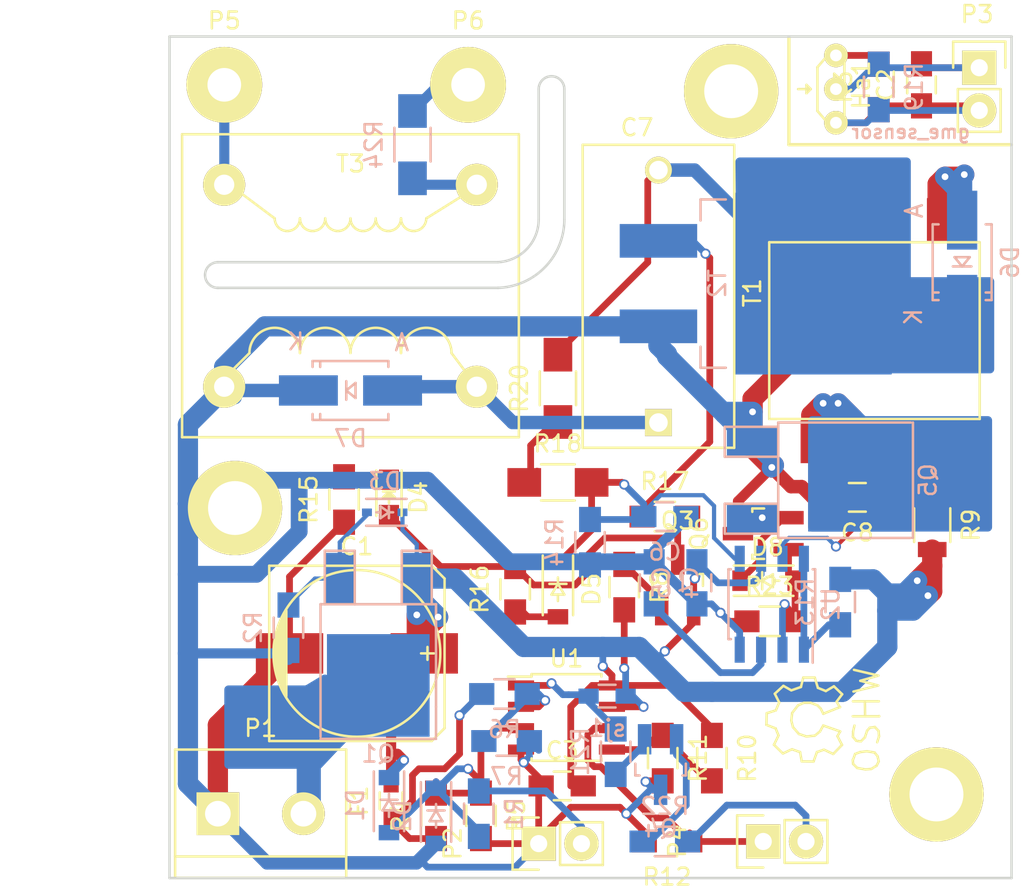
<source format=kicad_pcb>
(kicad_pcb (version 4) (host pcbnew 0.201603210401+6634~43~ubuntu14.04.1-product)

  (general
    (links 107)
    (no_connects 2)
    (area 89.371714 97.604 160.056286 151.103)
    (thickness 1.6)
    (drawings 14)
    (tracks 448)
    (zones 0)
    (modules 64)
    (nets 38)
  )

  (page A4)
  (layers
    (0 F.Cu signal)
    (31 B.Cu signal)
    (32 B.Adhes user)
    (33 F.Adhes user)
    (34 B.Paste user)
    (35 F.Paste user)
    (36 B.SilkS user)
    (37 F.SilkS user)
    (38 B.Mask user)
    (39 F.Mask user)
    (40 Dwgs.User user)
    (41 Cmts.User user)
    (42 Eco1.User user)
    (43 Eco2.User user)
    (44 Edge.Cuts user)
    (45 Margin user)
    (46 B.CrtYd user)
    (47 F.CrtYd user)
    (48 B.Fab user)
    (49 F.Fab user)
  )

  (setup
    (last_trace_width 1.2)
    (user_trace_width 0.4)
    (user_trace_width 0.6)
    (user_trace_width 0.8)
    (user_trace_width 1)
    (user_trace_width 1.2)
    (trace_clearance 0.2)
    (zone_clearance 0)
    (zone_45_only no)
    (trace_min 0.2)
    (segment_width 0.2)
    (edge_width 0.15)
    (via_size 0.6)
    (via_drill 0.4)
    (via_min_size 0.4)
    (via_min_drill 0.3)
    (uvia_size 0.3)
    (uvia_drill 0.1)
    (uvias_allowed no)
    (uvia_min_size 0.2)
    (uvia_min_drill 0.1)
    (pcb_text_width 0.3)
    (pcb_text_size 1.5 1.5)
    (mod_edge_width 0.15)
    (mod_text_size 1 1)
    (mod_text_width 0.15)
    (pad_size 1.5 20)
    (pad_drill 1.5)
    (pad_to_mask_clearance 0.2)
    (aux_axis_origin 0 0)
    (visible_elements FFFFFF7F)
    (pcbplotparams
      (layerselection 0x010f0_ffffffff)
      (usegerberextensions true)
      (excludeedgelayer true)
      (linewidth 0.050000)
      (plotframeref false)
      (viasonmask false)
      (mode 1)
      (useauxorigin false)
      (hpglpennumber 1)
      (hpglpenspeed 20)
      (hpglpendiameter 15)
      (psnegative false)
      (psa4output false)
      (plotreference true)
      (plotvalue true)
      (plotinvisibletext false)
      (padsonsilk false)
      (subtractmaskfromsilk false)
      (outputformat 1)
      (mirror false)
      (drillshape 0)
      (scaleselection 1)
      (outputdirectory gerber/))
  )

  (net 0 "")
  (net 1 /+12v)
  (net 2 /gme+)
  (net 3 GND)
  (net 4 "Net-(C4-Pad1)")
  (net 5 "Net-(C6-Pad1)")
  (net 6 "Net-(C7-Pad1)")
  (net 7 "Net-(C7-Pad2)")
  (net 8 "Net-(C8-Pad1)")
  (net 9 "Net-(D1-Pad2)")
  (net 10 "Net-(D4-Pad2)")
  (net 11 "Net-(D4-Pad1)")
  (net 12 "Net-(D5-Pad2)")
  (net 13 "Net-(D6-Pad2)")
  (net 14 "Net-(D8-Pad1)")
  (net 15 "Net-(D8-Pad2)")
  (net 16 "Net-(F1-Pad1)")
  (net 17 "Net-(Ha1-Pad3)")
  (net 18 /trigger_in)
  (net 19 /trigger_out_inv)
  (net 20 "Net-(P5-Pad1)")
  (net 21 "Net-(P6-Pad1)")
  (net 22 "Net-(P1-Pad2)")
  (net 23 "Net-(Q3-Pad1)")
  (net 24 "Net-(Q4-Pad1)")
  (net 25 "Net-(Q4-Pad2)")
  (net 26 "Net-(Q5-Pad2)")
  (net 27 "Net-(R6-Pad2)")
  (net 28 "Net-(R8-Pad2)")
  (net 29 "Net-(R10-Pad2)")
  (net 30 "Net-(R13-Pad2)")
  (net 31 "Net-(R17-Pad1)")
  (net 32 "Net-(R18-Pad1)")
  (net 33 "Net-(R21-Pad1)")
  (net 34 "Net-(R24-Pad2)")
  (net 35 "Net-(T1-Pad1)")
  (net 36 "Net-(T1-Pad2)")
  (net 37 "Net-(D3-Pad2)")

  (net_class Default "This is the default net class."
    (clearance 0.2)
    (trace_width 0.25)
    (via_dia 0.6)
    (via_drill 0.4)
    (uvia_dia 0.3)
    (uvia_drill 0.1)
    (add_net /+12v)
    (add_net /gme+)
    (add_net /trigger_in)
    (add_net /trigger_out_inv)
    (add_net GND)
    (add_net "Net-(C4-Pad1)")
    (add_net "Net-(C6-Pad1)")
    (add_net "Net-(C7-Pad1)")
    (add_net "Net-(C7-Pad2)")
    (add_net "Net-(C8-Pad1)")
    (add_net "Net-(D1-Pad2)")
    (add_net "Net-(D3-Pad2)")
    (add_net "Net-(D4-Pad1)")
    (add_net "Net-(D4-Pad2)")
    (add_net "Net-(D5-Pad2)")
    (add_net "Net-(D6-Pad2)")
    (add_net "Net-(D8-Pad1)")
    (add_net "Net-(D8-Pad2)")
    (add_net "Net-(F1-Pad1)")
    (add_net "Net-(Ha1-Pad3)")
    (add_net "Net-(P1-Pad2)")
    (add_net "Net-(P5-Pad1)")
    (add_net "Net-(P6-Pad1)")
    (add_net "Net-(Q3-Pad1)")
    (add_net "Net-(Q4-Pad1)")
    (add_net "Net-(Q4-Pad2)")
    (add_net "Net-(Q5-Pad2)")
    (add_net "Net-(R10-Pad2)")
    (add_net "Net-(R13-Pad2)")
    (add_net "Net-(R17-Pad1)")
    (add_net "Net-(R18-Pad1)")
    (add_net "Net-(R21-Pad1)")
    (add_net "Net-(R24-Pad2)")
    (add_net "Net-(R6-Pad2)")
    (add_net "Net-(R8-Pad2)")
    (add_net "Net-(T1-Pad1)")
    (add_net "Net-(T1-Pad2)")
  )

  (net_class medium ""
    (clearance 0.2)
    (trace_width 0.4)
    (via_dia 0.8)
    (via_drill 0.6)
    (uvia_dia 0.3)
    (uvia_drill 0.1)
  )

  (net_class pwr ""
    (clearance 0.3)
    (trace_width 0.8)
    (via_dia 1)
    (via_drill 0.8)
    (uvia_dia 0.3)
    (uvia_drill 0.1)
  )

  (module cdi_twin:HY-CD6_trafo (layer F.Cu) (tedit 56F807EF) (tstamp 56F81B94)
    (at 110.744 114.808 180)
    (path /56AEC608)
    (fp_text reference T3 (at 0 7.25 180) (layer F.SilkS)
      (effects (font (size 1 1) (thickness 0.15)))
    )
    (fp_text value "ign_coil HY-CD6" (at 0 -7.5 180) (layer F.Fab)
      (effects (font (size 1 1) (thickness 0.15)))
    )
    (fp_line (start -4.5 4) (end -6.5 5.25) (layer F.SilkS) (width 0.15))
    (fp_line (start 4.5 4) (end 6.5 5.5) (layer F.SilkS) (width 0.15))
    (fp_arc (start 3.75 4) (end 3 4) (angle 180) (layer F.SilkS) (width 0.15))
    (fp_arc (start 2.25 4) (end 1.5 4) (angle 180) (layer F.SilkS) (width 0.15))
    (fp_arc (start -3.75 4) (end -4.5 4) (angle 180) (layer F.SilkS) (width 0.15))
    (fp_arc (start -2.25 4) (end -3 4) (angle 180) (layer F.SilkS) (width 0.15))
    (fp_arc (start 0.75 4) (end 0 4) (angle 180) (layer F.SilkS) (width 0.15))
    (fp_arc (start -0.75 4) (end -1.5 4) (angle 180) (layer F.SilkS) (width 0.15))
    (fp_line (start -6 -4) (end -6.75 -5) (layer F.SilkS) (width 0.15))
    (fp_line (start 6 -4) (end 6.75 -4.75) (layer F.SilkS) (width 0.15))
    (fp_line (start 6.75 -4.75) (end 7 -5) (layer F.SilkS) (width 0.15))
    (fp_arc (start 4.5 -4) (end 6 -4) (angle 180) (layer F.SilkS) (width 0.15))
    (fp_arc (start 1.5 -4) (end 3 -4) (angle 180) (layer F.SilkS) (width 0.15))
    (fp_arc (start -1.5 -4) (end 0 -4) (angle 180) (layer F.SilkS) (width 0.15))
    (fp_arc (start -4.5 -4) (end -3 -4) (angle 180) (layer F.SilkS) (width 0.15))
    (fp_line (start -10 -9) (end 10 -9) (layer F.SilkS) (width 0.15))
    (fp_line (start 10 -9) (end 10 9) (layer F.SilkS) (width 0.15))
    (fp_line (start 10 9) (end -10 9) (layer F.SilkS) (width 0.15))
    (fp_line (start -10 9) (end -10 -9) (layer F.SilkS) (width 0.15))
    (pad 1 thru_hole circle (at -7.5 -6 180) (size 2.5 2.5) (drill 1.2) (layers *.Cu *.Mask F.SilkS)
      (net 6 "Net-(C7-Pad1)"))
    (pad 2 thru_hole circle (at 7.5 -6 180) (size 2.5 2.5) (drill 1.2) (layers *.Cu *.Mask F.SilkS)
      (net 3 GND))
    (pad 3 thru_hole circle (at 7.5 6 180) (size 2.5 2.5) (drill 1.2) (layers *.Cu *.Mask F.SilkS)
      (net 20 "Net-(P5-Pad1)"))
    (pad 4 thru_hole circle (at -7.5 6 180) (size 2.5 2.5) (drill 1.2) (layers *.Cu *.Mask F.SilkS)
      (net 34 "Net-(R24-Pad2)"))
    (model /home/fredrikjohansson/elektronik/cdi_twin/cdi_twin.pretty/HY-CD6.wrl
      (at (xyz 0 0 0))
      (scale (xyz 0.39 0.39 0.39))
      (rotate (xyz 0 0 90))
    )
  )

  (module Capacitors_SMD:c_elec_10x10 (layer F.Cu) (tedit 55729832) (tstamp 56F81A14)
    (at 111.125 136.652)
    (descr "SMT capacitor, aluminium electrolytic, 10x10")
    (path /56AE6D1C)
    (attr smd)
    (fp_text reference C1 (at 0 -6.35) (layer F.SilkS)
      (effects (font (size 1 1) (thickness 0.15)))
    )
    (fp_text value 470u (at 0 6.35) (layer F.Fab)
      (effects (font (size 1 1) (thickness 0.15)))
    )
    (fp_line (start -6.35 -5.6) (end 6.35 -5.6) (layer F.CrtYd) (width 0.05))
    (fp_line (start 6.35 -5.6) (end 6.35 5.6) (layer F.CrtYd) (width 0.05))
    (fp_line (start 6.35 5.6) (end -6.35 5.6) (layer F.CrtYd) (width 0.05))
    (fp_line (start -6.35 5.6) (end -6.35 -5.6) (layer F.CrtYd) (width 0.05))
    (fp_line (start -4.826 1.016) (end -4.826 -1.016) (layer F.SilkS) (width 0.15))
    (fp_line (start -4.699 -1.397) (end -4.699 1.524) (layer F.SilkS) (width 0.15))
    (fp_line (start -4.572 1.778) (end -4.572 -1.778) (layer F.SilkS) (width 0.15))
    (fp_line (start -4.445 -2.159) (end -4.445 2.159) (layer F.SilkS) (width 0.15))
    (fp_line (start -4.318 2.413) (end -4.318 -2.413) (layer F.SilkS) (width 0.15))
    (fp_line (start -4.191 -2.54) (end -4.191 2.54) (layer F.SilkS) (width 0.15))
    (fp_line (start -5.207 -5.207) (end -5.207 5.207) (layer F.SilkS) (width 0.15))
    (fp_line (start -5.207 5.207) (end 4.445 5.207) (layer F.SilkS) (width 0.15))
    (fp_line (start 4.445 5.207) (end 5.207 4.445) (layer F.SilkS) (width 0.15))
    (fp_line (start 5.207 4.445) (end 5.207 -4.445) (layer F.SilkS) (width 0.15))
    (fp_line (start 5.207 -4.445) (end 4.445 -5.207) (layer F.SilkS) (width 0.15))
    (fp_line (start 4.445 -5.207) (end -5.207 -5.207) (layer F.SilkS) (width 0.15))
    (fp_line (start 4.572 0) (end 3.81 0) (layer F.SilkS) (width 0.15))
    (fp_line (start 4.191 -0.381) (end 4.191 0.381) (layer F.SilkS) (width 0.15))
    (fp_circle (center 0 0) (end 4.953 0) (layer F.SilkS) (width 0.15))
    (pad 1 smd rect (at 4.0005 0) (size 4.0005 2.4003) (layers F.Cu F.Paste F.Mask)
      (net 1 /+12v))
    (pad 2 smd rect (at -4.0005 0) (size 4.0005 2.4003) (layers F.Cu F.Paste F.Mask)
      (net 3 GND))
    (model Capacitors_SMD.3dshapes/c_elec_10x10.wrl
      (at (xyz 0 0 0))
      (scale (xyz 1 1 1))
      (rotate (xyz 0 0 0))
    )
  )

  (module Capacitors_SMD:C_0805_HandSoldering (layer F.Cu) (tedit 541A9B8D) (tstamp 56F81A1A)
    (at 144.653 102.87 90)
    (descr "Capacitor SMD 0805, hand soldering")
    (tags "capacitor 0805")
    (path /56AF2F1C)
    (attr smd)
    (fp_text reference C2 (at 0 -2.1 90) (layer F.SilkS)
      (effects (font (size 1 1) (thickness 0.15)))
    )
    (fp_text value 1n (at 0 2.1 90) (layer F.Fab)
      (effects (font (size 1 1) (thickness 0.15)))
    )
    (fp_line (start -2.3 -1) (end 2.3 -1) (layer F.CrtYd) (width 0.05))
    (fp_line (start -2.3 1) (end 2.3 1) (layer F.CrtYd) (width 0.05))
    (fp_line (start -2.3 -1) (end -2.3 1) (layer F.CrtYd) (width 0.05))
    (fp_line (start 2.3 -1) (end 2.3 1) (layer F.CrtYd) (width 0.05))
    (fp_line (start 0.5 -0.85) (end -0.5 -0.85) (layer F.SilkS) (width 0.15))
    (fp_line (start -0.5 0.85) (end 0.5 0.85) (layer F.SilkS) (width 0.15))
    (pad 1 smd rect (at -1.25 0 90) (size 1.5 1.25) (layers F.Cu F.Paste F.Mask)
      (net 2 /gme+))
    (pad 2 smd rect (at 1.25 0 90) (size 1.5 1.25) (layers F.Cu F.Paste F.Mask)
      (net 3 GND))
    (model Capacitors_SMD.3dshapes/C_0805_HandSoldering.wrl
      (at (xyz 0 0 0))
      (scale (xyz 1 1 1))
      (rotate (xyz 0 0 0))
    )
  )

  (module Capacitors_SMD:C_0805_HandSoldering (layer F.Cu) (tedit 541A9B8D) (tstamp 56F81A20)
    (at 123.317 144.526)
    (descr "Capacitor SMD 0805, hand soldering")
    (tags "capacitor 0805")
    (path /56AF10F5)
    (attr smd)
    (fp_text reference C3 (at 0 -2.1) (layer F.SilkS)
      (effects (font (size 1 1) (thickness 0.15)))
    )
    (fp_text value 100n (at 0 2.1) (layer F.Fab)
      (effects (font (size 1 1) (thickness 0.15)))
    )
    (fp_line (start -2.3 -1) (end 2.3 -1) (layer F.CrtYd) (width 0.05))
    (fp_line (start -2.3 1) (end 2.3 1) (layer F.CrtYd) (width 0.05))
    (fp_line (start -2.3 -1) (end -2.3 1) (layer F.CrtYd) (width 0.05))
    (fp_line (start 2.3 -1) (end 2.3 1) (layer F.CrtYd) (width 0.05))
    (fp_line (start 0.5 -0.85) (end -0.5 -0.85) (layer F.SilkS) (width 0.15))
    (fp_line (start -0.5 0.85) (end 0.5 0.85) (layer F.SilkS) (width 0.15))
    (pad 1 smd rect (at -1.25 0) (size 1.5 1.25) (layers F.Cu F.Paste F.Mask)
      (net 3 GND))
    (pad 2 smd rect (at 1.25 0) (size 1.5 1.25) (layers F.Cu F.Paste F.Mask)
      (net 1 /+12v))
    (model Capacitors_SMD.3dshapes/C_0805_HandSoldering.wrl
      (at (xyz 0 0 0))
      (scale (xyz 1 1 1))
      (rotate (xyz 0 0 0))
    )
  )

  (module Capacitors_SMD:C_0805_HandSoldering (layer B.Cu) (tedit 541A9B8D) (tstamp 56F81A26)
    (at 128.778 132.461 90)
    (descr "Capacitor SMD 0805, hand soldering")
    (tags "capacitor 0805")
    (path /56AE789A)
    (attr smd)
    (fp_text reference C4 (at 0 2.1 90) (layer B.SilkS)
      (effects (font (size 1 1) (thickness 0.15)) (justify mirror))
    )
    (fp_text value 1n (at 0 -2.1 90) (layer B.Fab)
      (effects (font (size 1 1) (thickness 0.15)) (justify mirror))
    )
    (fp_line (start -2.3 1) (end 2.3 1) (layer B.CrtYd) (width 0.05))
    (fp_line (start -2.3 -1) (end 2.3 -1) (layer B.CrtYd) (width 0.05))
    (fp_line (start -2.3 1) (end -2.3 -1) (layer B.CrtYd) (width 0.05))
    (fp_line (start 2.3 1) (end 2.3 -1) (layer B.CrtYd) (width 0.05))
    (fp_line (start 0.5 0.85) (end -0.5 0.85) (layer B.SilkS) (width 0.15))
    (fp_line (start -0.5 -0.85) (end 0.5 -0.85) (layer B.SilkS) (width 0.15))
    (pad 1 smd rect (at -1.25 0 90) (size 1.5 1.25) (layers B.Cu B.Paste B.Mask)
      (net 4 "Net-(C4-Pad1)"))
    (pad 2 smd rect (at 1.25 0 90) (size 1.5 1.25) (layers B.Cu B.Paste B.Mask)
      (net 3 GND))
    (model Capacitors_SMD.3dshapes/C_0805_HandSoldering.wrl
      (at (xyz 0 0 0))
      (scale (xyz 1 1 1))
      (rotate (xyz 0 0 0))
    )
  )

  (module Capacitors_SMD:C_0805_HandSoldering (layer B.Cu) (tedit 541A9B8D) (tstamp 56F81A2C)
    (at 131.318 132.461 270)
    (descr "Capacitor SMD 0805, hand soldering")
    (tags "capacitor 0805")
    (path /56AE7E62)
    (attr smd)
    (fp_text reference C5 (at 0 2.1 270) (layer B.SilkS)
      (effects (font (size 1 1) (thickness 0.15)) (justify mirror))
    )
    (fp_text value 100n (at 0 -2.1 270) (layer B.Fab)
      (effects (font (size 1 1) (thickness 0.15)) (justify mirror))
    )
    (fp_line (start -2.3 1) (end 2.3 1) (layer B.CrtYd) (width 0.05))
    (fp_line (start -2.3 -1) (end 2.3 -1) (layer B.CrtYd) (width 0.05))
    (fp_line (start -2.3 1) (end -2.3 -1) (layer B.CrtYd) (width 0.05))
    (fp_line (start 2.3 1) (end 2.3 -1) (layer B.CrtYd) (width 0.05))
    (fp_line (start 0.5 0.85) (end -0.5 0.85) (layer B.SilkS) (width 0.15))
    (fp_line (start -0.5 -0.85) (end 0.5 -0.85) (layer B.SilkS) (width 0.15))
    (pad 1 smd rect (at -1.25 0 270) (size 1.5 1.25) (layers B.Cu B.Paste B.Mask)
      (net 1 /+12v))
    (pad 2 smd rect (at 1.25 0 270) (size 1.5 1.25) (layers B.Cu B.Paste B.Mask)
      (net 3 GND))
    (model Capacitors_SMD.3dshapes/C_0805_HandSoldering.wrl
      (at (xyz 0 0 0))
      (scale (xyz 1 1 1))
      (rotate (xyz 0 0 0))
    )
  )

  (module Capacitors_SMD:C_0805_HandSoldering (layer B.Cu) (tedit 541A9B8D) (tstamp 56F81A32)
    (at 129.413 128.524)
    (descr "Capacitor SMD 0805, hand soldering")
    (tags "capacitor 0805")
    (path /56AE86C6)
    (attr smd)
    (fp_text reference C6 (at 0 2.1) (layer B.SilkS)
      (effects (font (size 1 1) (thickness 0.15)) (justify mirror))
    )
    (fp_text value 100n (at 0 -2.1) (layer B.Fab)
      (effects (font (size 1 1) (thickness 0.15)) (justify mirror))
    )
    (fp_line (start -2.3 1) (end 2.3 1) (layer B.CrtYd) (width 0.05))
    (fp_line (start -2.3 -1) (end 2.3 -1) (layer B.CrtYd) (width 0.05))
    (fp_line (start -2.3 1) (end -2.3 -1) (layer B.CrtYd) (width 0.05))
    (fp_line (start 2.3 1) (end 2.3 -1) (layer B.CrtYd) (width 0.05))
    (fp_line (start 0.5 0.85) (end -0.5 0.85) (layer B.SilkS) (width 0.15))
    (fp_line (start -0.5 -0.85) (end 0.5 -0.85) (layer B.SilkS) (width 0.15))
    (pad 1 smd rect (at -1.25 0) (size 1.5 1.25) (layers B.Cu B.Paste B.Mask)
      (net 5 "Net-(C6-Pad1)"))
    (pad 2 smd rect (at 1.25 0) (size 1.5 1.25) (layers B.Cu B.Paste B.Mask)
      (net 3 GND))
    (model Capacitors_SMD.3dshapes/C_0805_HandSoldering.wrl
      (at (xyz 0 0 0))
      (scale (xyz 1 1 1))
      (rotate (xyz 0 0 0))
    )
  )

  (module Capacitors_ThroughHole:C_Rect_L18_W9_H15_P15 (layer F.Cu) (tedit 56F938D7) (tstamp 56F81A38)
    (at 129.032 122.936 90)
    (descr "Film Capacitor Length 18mm x Width 9mm x Height 15mm, Pitch 15mm")
    (tags "Kemet R.46 Capacitor")
    (path /56AEBFDF)
    (fp_text reference C7 (at 17.526 -1.27 180) (layer F.SilkS)
      (effects (font (size 1 1) (thickness 0.15)))
    )
    (fp_text value "1.5u 400v" (at 7.5 5.75 90) (layer F.Fab)
      (effects (font (size 1 1) (thickness 0.15)))
    )
    (fp_line (start -1.75 -4.75) (end 16.75 -4.75) (layer F.CrtYd) (width 0.05))
    (fp_line (start 16.75 -4.75) (end 16.75 4.75) (layer F.CrtYd) (width 0.05))
    (fp_line (start 16.75 4.75) (end -1.75 4.75) (layer F.CrtYd) (width 0.05))
    (fp_line (start -1.75 4.75) (end -1.75 -4.75) (layer F.CrtYd) (width 0.05))
    (fp_line (start -1.5 -4.5) (end 16.5 -4.5) (layer F.SilkS) (width 0.15))
    (fp_line (start 16.5 -4.5) (end 16.5 4.5) (layer F.SilkS) (width 0.15))
    (fp_line (start 16.5 4.5) (end -1.5 4.5) (layer F.SilkS) (width 0.15))
    (fp_line (start -1.5 4.5) (end -1.5 -4.5) (layer F.SilkS) (width 0.15))
    (pad 1 thru_hole rect (at 0 0 90) (size 1.6 1.6) (drill 1.1) (layers *.Cu *.Mask F.SilkS)
      (net 6 "Net-(C7-Pad1)"))
    (pad 2 thru_hole circle (at 15 0 90) (size 1.6 1.6) (drill 1.1) (layers *.Cu *.Mask F.SilkS)
      (net 7 "Net-(C7-Pad2)"))
    (model Capacitors_ThroughHole.3dshapes/C_Rect_L18_W9_H15_P15.wrl
      (at (xyz 0.295276 0 0))
      (scale (xyz 4 4 4))
      (rotate (xyz 0 0 0))
    )
  )

  (module Capacitors_SMD:C_0805_HandSoldering (layer F.Cu) (tedit 541A9B8D) (tstamp 56F81A3E)
    (at 140.843 127.381 180)
    (descr "Capacitor SMD 0805, hand soldering")
    (tags "capacitor 0805")
    (path /56F89989)
    (attr smd)
    (fp_text reference C8 (at 0 -2.1 180) (layer F.SilkS)
      (effects (font (size 1 1) (thickness 0.15)))
    )
    (fp_text value C (at 0 2.1 180) (layer F.Fab)
      (effects (font (size 1 1) (thickness 0.15)))
    )
    (fp_line (start -2.3 -1) (end 2.3 -1) (layer F.CrtYd) (width 0.05))
    (fp_line (start -2.3 1) (end 2.3 1) (layer F.CrtYd) (width 0.05))
    (fp_line (start -2.3 -1) (end -2.3 1) (layer F.CrtYd) (width 0.05))
    (fp_line (start 2.3 -1) (end 2.3 1) (layer F.CrtYd) (width 0.05))
    (fp_line (start 0.5 -0.85) (end -0.5 -0.85) (layer F.SilkS) (width 0.15))
    (fp_line (start -0.5 0.85) (end 0.5 0.85) (layer F.SilkS) (width 0.15))
    (pad 1 smd rect (at -1.25 0 180) (size 1.5 1.25) (layers F.Cu F.Paste F.Mask)
      (net 8 "Net-(C8-Pad1)"))
    (pad 2 smd rect (at 1.25 0 180) (size 1.5 1.25) (layers F.Cu F.Paste F.Mask)
      (net 3 GND))
    (model Capacitors_SMD.3dshapes/C_0805_HandSoldering.wrl
      (at (xyz 0 0 0))
      (scale (xyz 1 1 1))
      (rotate (xyz 0 0 0))
    )
  )

  (module Diodes_SMD:SOD-123 (layer B.Cu) (tedit 5530FCB9) (tstamp 56F81A44)
    (at 113.03 145.669 270)
    (descr SOD-123)
    (tags SOD-123)
    (path /56AF2549)
    (attr smd)
    (fp_text reference D1 (at 0 2 270) (layer B.SilkS)
      (effects (font (size 1 1) (thickness 0.15)) (justify mirror))
    )
    (fp_text value 1n4148w (at 0 -2.1 270) (layer B.Fab)
      (effects (font (size 1 1) (thickness 0.15)) (justify mirror))
    )
    (fp_line (start 0.3175 0) (end 0.6985 0) (layer B.SilkS) (width 0.15))
    (fp_line (start -0.6985 0) (end -0.3175 0) (layer B.SilkS) (width 0.15))
    (fp_line (start -0.3175 0) (end 0.3175 0.381) (layer B.SilkS) (width 0.15))
    (fp_line (start 0.3175 0.381) (end 0.3175 -0.381) (layer B.SilkS) (width 0.15))
    (fp_line (start 0.3175 -0.381) (end -0.3175 0) (layer B.SilkS) (width 0.15))
    (fp_line (start -0.3175 0.508) (end -0.3175 -0.508) (layer B.SilkS) (width 0.15))
    (fp_line (start -2.25 1.05) (end 2.25 1.05) (layer B.CrtYd) (width 0.05))
    (fp_line (start 2.25 1.05) (end 2.25 -1.05) (layer B.CrtYd) (width 0.05))
    (fp_line (start 2.25 -1.05) (end -2.25 -1.05) (layer B.CrtYd) (width 0.05))
    (fp_line (start -2.25 1.05) (end -2.25 -1.05) (layer B.CrtYd) (width 0.05))
    (fp_line (start -2 -0.9) (end 1.54 -0.9) (layer B.SilkS) (width 0.15))
    (fp_line (start -2 0.9) (end 1.54 0.9) (layer B.SilkS) (width 0.15))
    (pad 1 smd rect (at -1.635 0 270) (size 0.91 1.22) (layers B.Cu B.Paste B.Mask)
      (net 1 /+12v))
    (pad 2 smd rect (at 1.635 0 270) (size 0.91 1.22) (layers B.Cu B.Paste B.Mask)
      (net 9 "Net-(D1-Pad2)"))
  )

  (module Diodes_SMD:SOD-123 (layer B.Cu) (tedit 5530FCB9) (tstamp 56F81A4A)
    (at 115.824 146.304 270)
    (descr SOD-123)
    (tags SOD-123)
    (path /56AF24A0)
    (attr smd)
    (fp_text reference D2 (at 0 2 270) (layer B.SilkS)
      (effects (font (size 1 1) (thickness 0.15)) (justify mirror))
    )
    (fp_text value 1n4148w (at 0 -2.1 270) (layer B.Fab)
      (effects (font (size 1 1) (thickness 0.15)) (justify mirror))
    )
    (fp_line (start 0.3175 0) (end 0.6985 0) (layer B.SilkS) (width 0.15))
    (fp_line (start -0.6985 0) (end -0.3175 0) (layer B.SilkS) (width 0.15))
    (fp_line (start -0.3175 0) (end 0.3175 0.381) (layer B.SilkS) (width 0.15))
    (fp_line (start 0.3175 0.381) (end 0.3175 -0.381) (layer B.SilkS) (width 0.15))
    (fp_line (start 0.3175 -0.381) (end -0.3175 0) (layer B.SilkS) (width 0.15))
    (fp_line (start -0.3175 0.508) (end -0.3175 -0.508) (layer B.SilkS) (width 0.15))
    (fp_line (start -2.25 1.05) (end 2.25 1.05) (layer B.CrtYd) (width 0.05))
    (fp_line (start 2.25 1.05) (end 2.25 -1.05) (layer B.CrtYd) (width 0.05))
    (fp_line (start 2.25 -1.05) (end -2.25 -1.05) (layer B.CrtYd) (width 0.05))
    (fp_line (start -2.25 1.05) (end -2.25 -1.05) (layer B.CrtYd) (width 0.05))
    (fp_line (start -2 -0.9) (end 1.54 -0.9) (layer B.SilkS) (width 0.15))
    (fp_line (start -2 0.9) (end 1.54 0.9) (layer B.SilkS) (width 0.15))
    (pad 1 smd rect (at -1.635 0 270) (size 0.91 1.22) (layers B.Cu B.Paste B.Mask)
      (net 9 "Net-(D1-Pad2)"))
    (pad 2 smd rect (at 1.635 0 270) (size 0.91 1.22) (layers B.Cu B.Paste B.Mask)
      (net 3 GND))
  )

  (module Diodes_SMD:SOD-323 (layer B.Cu) (tedit 5530FC5E) (tstamp 56F81A50)
    (at 112.776 128.27 180)
    (descr SOD-323)
    (tags SOD-323)
    (path /56AE587C)
    (attr smd)
    (fp_text reference D3 (at 0 1.85 180) (layer B.SilkS)
      (effects (font (size 1 1) (thickness 0.15)) (justify mirror))
    )
    (fp_text value 10v (at 0.1 -1.9 180) (layer B.Fab)
      (effects (font (size 1 1) (thickness 0.15)) (justify mirror))
    )
    (fp_line (start 0.25 0) (end 0.5 0) (layer B.SilkS) (width 0.15))
    (fp_line (start -0.25 0) (end -0.5 0) (layer B.SilkS) (width 0.15))
    (fp_line (start -0.25 0) (end 0.25 0.35) (layer B.SilkS) (width 0.15))
    (fp_line (start 0.25 0.35) (end 0.25 -0.35) (layer B.SilkS) (width 0.15))
    (fp_line (start 0.25 -0.35) (end -0.25 0) (layer B.SilkS) (width 0.15))
    (fp_line (start -0.25 0.35) (end -0.25 -0.35) (layer B.SilkS) (width 0.15))
    (fp_line (start -1.5 0.95) (end 1.5 0.95) (layer B.CrtYd) (width 0.05))
    (fp_line (start 1.5 0.95) (end 1.5 -0.95) (layer B.CrtYd) (width 0.05))
    (fp_line (start -1.5 -0.95) (end 1.5 -0.95) (layer B.CrtYd) (width 0.05))
    (fp_line (start -1.5 0.95) (end -1.5 -0.95) (layer B.CrtYd) (width 0.05))
    (fp_line (start -1.3 -0.8) (end 1.1 -0.8) (layer B.SilkS) (width 0.15))
    (fp_line (start -1.3 0.8) (end 1.1 0.8) (layer B.SilkS) (width 0.15))
    (pad 1 smd rect (at -1.055 0 180) (size 0.59 0.45) (layers B.Cu B.Paste B.Mask)
      (net 1 /+12v))
    (pad 2 smd rect (at 1.055 0 180) (size 0.59 0.45) (layers B.Cu B.Paste B.Mask)
      (net 37 "Net-(D3-Pad2)"))
  )

  (module LEDs:LED_0805 (layer F.Cu) (tedit 55BDE1C2) (tstamp 56F81A56)
    (at 113.03 127.381 270)
    (descr "LED 0805 smd package")
    (tags "LED 0805 SMD")
    (path /56AEFE8E)
    (attr smd)
    (fp_text reference D4 (at 0 -1.75 270) (layer F.SilkS)
      (effects (font (size 1 1) (thickness 0.15)))
    )
    (fp_text value LED (at 0 1.75 270) (layer F.Fab)
      (effects (font (size 1 1) (thickness 0.15)))
    )
    (fp_line (start -1.6 0.75) (end 1.1 0.75) (layer F.SilkS) (width 0.15))
    (fp_line (start -1.6 -0.75) (end 1.1 -0.75) (layer F.SilkS) (width 0.15))
    (fp_line (start -0.1 0.15) (end -0.1 -0.1) (layer F.SilkS) (width 0.15))
    (fp_line (start -0.1 -0.1) (end -0.25 0.05) (layer F.SilkS) (width 0.15))
    (fp_line (start -0.35 -0.35) (end -0.35 0.35) (layer F.SilkS) (width 0.15))
    (fp_line (start 0 0) (end 0.35 0) (layer F.SilkS) (width 0.15))
    (fp_line (start -0.35 0) (end 0 -0.35) (layer F.SilkS) (width 0.15))
    (fp_line (start 0 -0.35) (end 0 0.35) (layer F.SilkS) (width 0.15))
    (fp_line (start 0 0.35) (end -0.35 0) (layer F.SilkS) (width 0.15))
    (fp_line (start 1.9 -0.95) (end 1.9 0.95) (layer F.CrtYd) (width 0.05))
    (fp_line (start 1.9 0.95) (end -1.9 0.95) (layer F.CrtYd) (width 0.05))
    (fp_line (start -1.9 0.95) (end -1.9 -0.95) (layer F.CrtYd) (width 0.05))
    (fp_line (start -1.9 -0.95) (end 1.9 -0.95) (layer F.CrtYd) (width 0.05))
    (pad 2 smd rect (at 1.04902 0 90) (size 1.19888 1.19888) (layers F.Cu F.Paste F.Mask)
      (net 10 "Net-(D4-Pad2)"))
    (pad 1 smd rect (at -1.04902 0 90) (size 1.19888 1.19888) (layers F.Cu F.Paste F.Mask)
      (net 11 "Net-(D4-Pad1)"))
    (model LEDs.3dshapes/LED_0805.wrl
      (at (xyz 0 0 0))
      (scale (xyz 1 1 1))
      (rotate (xyz 0 0 0))
    )
  )

  (module Diodes_SMD:SOD-123 (layer F.Cu) (tedit 5530FCB9) (tstamp 56F81A5C)
    (at 123.063 132.842 270)
    (descr SOD-123)
    (tags SOD-123)
    (path /56AEBE41)
    (attr smd)
    (fp_text reference D5 (at 0 -2 270) (layer F.SilkS)
      (effects (font (size 1 1) (thickness 0.15)))
    )
    (fp_text value 1n4148 (at 0 2.1 270) (layer F.Fab)
      (effects (font (size 1 1) (thickness 0.15)))
    )
    (fp_line (start 0.3175 0) (end 0.6985 0) (layer F.SilkS) (width 0.15))
    (fp_line (start -0.6985 0) (end -0.3175 0) (layer F.SilkS) (width 0.15))
    (fp_line (start -0.3175 0) (end 0.3175 -0.381) (layer F.SilkS) (width 0.15))
    (fp_line (start 0.3175 -0.381) (end 0.3175 0.381) (layer F.SilkS) (width 0.15))
    (fp_line (start 0.3175 0.381) (end -0.3175 0) (layer F.SilkS) (width 0.15))
    (fp_line (start -0.3175 -0.508) (end -0.3175 0.508) (layer F.SilkS) (width 0.15))
    (fp_line (start -2.25 -1.05) (end 2.25 -1.05) (layer F.CrtYd) (width 0.05))
    (fp_line (start 2.25 -1.05) (end 2.25 1.05) (layer F.CrtYd) (width 0.05))
    (fp_line (start 2.25 1.05) (end -2.25 1.05) (layer F.CrtYd) (width 0.05))
    (fp_line (start -2.25 -1.05) (end -2.25 1.05) (layer F.CrtYd) (width 0.05))
    (fp_line (start -2 0.9) (end 1.54 0.9) (layer F.SilkS) (width 0.15))
    (fp_line (start -2 -0.9) (end 1.54 -0.9) (layer F.SilkS) (width 0.15))
    (pad 1 smd rect (at -1.635 0 270) (size 0.91 1.22) (layers F.Cu F.Paste F.Mask)
      (net 5 "Net-(C6-Pad1)"))
    (pad 2 smd rect (at 1.635 0 270) (size 0.91 1.22) (layers F.Cu F.Paste F.Mask)
      (net 12 "Net-(D5-Pad2)"))
  )

  (module Diodes_SMD:SMA_Handsoldering (layer B.Cu) (tedit 552FF1AB) (tstamp 56F81A62)
    (at 147.066 113.411 90)
    (descr "Diode SMA Handsoldering")
    (tags "Diode SMA Handsoldering")
    (path /56AEBF3D)
    (attr smd)
    (fp_text reference D6 (at 0 2.85 90) (layer B.SilkS)
      (effects (font (size 1 1) (thickness 0.15)) (justify mirror))
    )
    (fp_text value RFN2L4STE25 (at 0.05 -4.4 90) (layer B.Fab)
      (effects (font (size 1 1) (thickness 0.15)) (justify mirror))
    )
    (fp_line (start -4.5 2) (end 4.5 2) (layer B.CrtYd) (width 0.05))
    (fp_line (start 4.5 2) (end 4.5 -2) (layer B.CrtYd) (width 0.05))
    (fp_line (start 4.5 -2) (end -4.5 -2) (layer B.CrtYd) (width 0.05))
    (fp_line (start -4.5 -2) (end -4.5 2) (layer B.CrtYd) (width 0.05))
    (fp_line (start -0.25 0) (end 0.3 0.45) (layer B.SilkS) (width 0.15))
    (fp_line (start 0.3 0.45) (end 0.3 -0.45) (layer B.SilkS) (width 0.15))
    (fp_line (start 0.3 -0.45) (end -0.25 0) (layer B.SilkS) (width 0.15))
    (fp_line (start -0.25 0.55) (end -0.25 -0.55) (layer B.SilkS) (width 0.15))
    (fp_text user K (at -3.25 -2.9 90) (layer B.SilkS)
      (effects (font (size 1 1) (thickness 0.15)) (justify mirror))
    )
    (fp_text user A (at 3.05 -2.85 90) (layer B.SilkS)
      (effects (font (size 1 1) (thickness 0.15)) (justify mirror))
    )
    (fp_line (start -1.79914 -1.75006) (end -1.79914 -1.39954) (layer B.SilkS) (width 0.15))
    (fp_line (start -1.79914 1.75006) (end -1.79914 1.39954) (layer B.SilkS) (width 0.15))
    (fp_line (start 2.25044 -1.75006) (end 2.25044 -1.39954) (layer B.SilkS) (width 0.15))
    (fp_line (start -2.25044 -1.75006) (end -2.25044 -1.39954) (layer B.SilkS) (width 0.15))
    (fp_line (start -2.25044 1.75006) (end -2.25044 1.39954) (layer B.SilkS) (width 0.15))
    (fp_line (start 2.25044 1.75006) (end 2.25044 1.39954) (layer B.SilkS) (width 0.15))
    (fp_line (start -2.25044 -1.75006) (end 2.25044 -1.75006) (layer B.SilkS) (width 0.15))
    (fp_line (start -2.25044 1.75006) (end 2.25044 1.75006) (layer B.SilkS) (width 0.15))
    (pad 1 smd rect (at -2.49936 0 90) (size 3.50012 1.80086) (layers B.Cu B.Paste B.Mask)
      (net 7 "Net-(C7-Pad2)"))
    (pad 2 smd rect (at 2.49936 0 90) (size 3.50012 1.80086) (layers B.Cu B.Paste B.Mask)
      (net 13 "Net-(D6-Pad2)"))
    (model Diodes_SMD.3dshapes/SMA_Handsoldering.wrl
      (at (xyz 0 0 0))
      (scale (xyz 0.3937 0.3937 0.3937))
      (rotate (xyz 0 0 180))
    )
  )

  (module Diodes_SMD:SMA_Handsoldering (layer B.Cu) (tedit 552FF1AB) (tstamp 56F81A68)
    (at 110.744 121.031)
    (descr "Diode SMA Handsoldering")
    (tags "Diode SMA Handsoldering")
    (path /56AEC119)
    (attr smd)
    (fp_text reference D7 (at 0 2.85) (layer B.SilkS)
      (effects (font (size 1 1) (thickness 0.15)) (justify mirror))
    )
    (fp_text value S1M-13-F (at 0.05 -4.4) (layer B.Fab)
      (effects (font (size 1 1) (thickness 0.15)) (justify mirror))
    )
    (fp_line (start -4.5 2) (end 4.5 2) (layer B.CrtYd) (width 0.05))
    (fp_line (start 4.5 2) (end 4.5 -2) (layer B.CrtYd) (width 0.05))
    (fp_line (start 4.5 -2) (end -4.5 -2) (layer B.CrtYd) (width 0.05))
    (fp_line (start -4.5 -2) (end -4.5 2) (layer B.CrtYd) (width 0.05))
    (fp_line (start -0.25 0) (end 0.3 0.45) (layer B.SilkS) (width 0.15))
    (fp_line (start 0.3 0.45) (end 0.3 -0.45) (layer B.SilkS) (width 0.15))
    (fp_line (start 0.3 -0.45) (end -0.25 0) (layer B.SilkS) (width 0.15))
    (fp_line (start -0.25 0.55) (end -0.25 -0.55) (layer B.SilkS) (width 0.15))
    (fp_text user K (at -3.25 -2.9) (layer B.SilkS)
      (effects (font (size 1 1) (thickness 0.15)) (justify mirror))
    )
    (fp_text user A (at 3.05 -2.85) (layer B.SilkS)
      (effects (font (size 1 1) (thickness 0.15)) (justify mirror))
    )
    (fp_line (start -1.79914 -1.75006) (end -1.79914 -1.39954) (layer B.SilkS) (width 0.15))
    (fp_line (start -1.79914 1.75006) (end -1.79914 1.39954) (layer B.SilkS) (width 0.15))
    (fp_line (start 2.25044 -1.75006) (end 2.25044 -1.39954) (layer B.SilkS) (width 0.15))
    (fp_line (start -2.25044 -1.75006) (end -2.25044 -1.39954) (layer B.SilkS) (width 0.15))
    (fp_line (start -2.25044 1.75006) (end -2.25044 1.39954) (layer B.SilkS) (width 0.15))
    (fp_line (start 2.25044 1.75006) (end 2.25044 1.39954) (layer B.SilkS) (width 0.15))
    (fp_line (start -2.25044 -1.75006) (end 2.25044 -1.75006) (layer B.SilkS) (width 0.15))
    (fp_line (start -2.25044 1.75006) (end 2.25044 1.75006) (layer B.SilkS) (width 0.15))
    (pad 1 smd rect (at -2.49936 0) (size 3.50012 1.80086) (layers B.Cu B.Paste B.Mask)
      (net 3 GND))
    (pad 2 smd rect (at 2.49936 0) (size 3.50012 1.80086) (layers B.Cu B.Paste B.Mask)
      (net 6 "Net-(C7-Pad1)"))
    (model Diodes_SMD.3dshapes/SMA_Handsoldering.wrl
      (at (xyz 0 0 0))
      (scale (xyz 0.3937 0.3937 0.3937))
      (rotate (xyz 0 0 180))
    )
  )

  (module Diodes_SMD:SOD-123 (layer F.Cu) (tedit 5530FCB9) (tstamp 56F81A6E)
    (at 135.509 132.334)
    (descr SOD-123)
    (tags SOD-123)
    (path /56F7DE2D)
    (attr smd)
    (fp_text reference D8 (at 0 -2) (layer F.SilkS)
      (effects (font (size 1 1) (thickness 0.15)))
    )
    (fp_text value 1n4148w (at 0 2.1) (layer F.Fab)
      (effects (font (size 1 1) (thickness 0.15)))
    )
    (fp_line (start 0.3175 0) (end 0.6985 0) (layer F.SilkS) (width 0.15))
    (fp_line (start -0.6985 0) (end -0.3175 0) (layer F.SilkS) (width 0.15))
    (fp_line (start -0.3175 0) (end 0.3175 -0.381) (layer F.SilkS) (width 0.15))
    (fp_line (start 0.3175 -0.381) (end 0.3175 0.381) (layer F.SilkS) (width 0.15))
    (fp_line (start 0.3175 0.381) (end -0.3175 0) (layer F.SilkS) (width 0.15))
    (fp_line (start -0.3175 -0.508) (end -0.3175 0.508) (layer F.SilkS) (width 0.15))
    (fp_line (start -2.25 -1.05) (end 2.25 -1.05) (layer F.CrtYd) (width 0.05))
    (fp_line (start 2.25 -1.05) (end 2.25 1.05) (layer F.CrtYd) (width 0.05))
    (fp_line (start 2.25 1.05) (end -2.25 1.05) (layer F.CrtYd) (width 0.05))
    (fp_line (start -2.25 -1.05) (end -2.25 1.05) (layer F.CrtYd) (width 0.05))
    (fp_line (start -2 0.9) (end 1.54 0.9) (layer F.SilkS) (width 0.15))
    (fp_line (start -2 -0.9) (end 1.54 -0.9) (layer F.SilkS) (width 0.15))
    (pad 1 smd rect (at -1.635 0) (size 0.91 1.22) (layers F.Cu F.Paste F.Mask)
      (net 14 "Net-(D8-Pad1)"))
    (pad 2 smd rect (at 1.635 0) (size 0.91 1.22) (layers F.Cu F.Paste F.Mask)
      (net 15 "Net-(D8-Pad2)"))
  )

  (module Resistors_SMD:R_0603_HandSoldering (layer F.Cu) (tedit 5418A00F) (tstamp 56F81A74)
    (at 113.157 145.415 90)
    (descr "Resistor SMD 0603, hand soldering")
    (tags "resistor 0603")
    (path /56F842EC)
    (attr smd)
    (fp_text reference F1 (at 0 -1.9 90) (layer F.SilkS)
      (effects (font (size 1 1) (thickness 0.15)))
    )
    (fp_text value PTC_33ohm (at 0 1.9 90) (layer F.Fab)
      (effects (font (size 1 1) (thickness 0.15)))
    )
    (fp_line (start -2 -0.8) (end 2 -0.8) (layer F.CrtYd) (width 0.05))
    (fp_line (start -2 0.8) (end 2 0.8) (layer F.CrtYd) (width 0.05))
    (fp_line (start -2 -0.8) (end -2 0.8) (layer F.CrtYd) (width 0.05))
    (fp_line (start 2 -0.8) (end 2 0.8) (layer F.CrtYd) (width 0.05))
    (fp_line (start 0.5 0.675) (end -0.5 0.675) (layer F.SilkS) (width 0.15))
    (fp_line (start -0.5 -0.675) (end 0.5 -0.675) (layer F.SilkS) (width 0.15))
    (pad 1 smd rect (at -1.1 0 90) (size 1.2 0.9) (layers F.Cu F.Paste F.Mask)
      (net 16 "Net-(F1-Pad1)"))
    (pad 2 smd rect (at 1.1 0 90) (size 1.2 0.9) (layers F.Cu F.Paste F.Mask)
      (net 1 /+12v))
    (model Resistors_SMD.3dshapes/R_0603_HandSoldering.wrl
      (at (xyz 0 0 0))
      (scale (xyz 1 1 1))
      (rotate (xyz 0 0 0))
    )
  )

  (module cdi_twin:hall_to92 (layer F.Cu) (tedit 56F81614) (tstamp 56F81A85)
    (at 139.573 103.124 90)
    (path /56F86831)
    (fp_text reference Ha1 (at 0.25 1.5 90) (layer F.SilkS)
      (effects (font (size 1 1) (thickness 0.15)))
    )
    (fp_text value DRV5023 (at 0.25 -3.25 90) (layer F.Fab) hide
      (effects (font (size 1 1) (thickness 0.15)))
    )
    (fp_line (start 0 -2.25) (end 0 -1.5) (layer F.SilkS) (width 0.15))
    (fp_line (start 0 -1.5) (end 0.25 -1.75) (layer F.SilkS) (width 0.15))
    (fp_line (start 0.25 -1.75) (end -0.25 -1.75) (layer F.SilkS) (width 0.15))
    (fp_line (start -0.25 -1.75) (end 0 -1.5) (layer F.SilkS) (width 0.15))
    (fp_line (start -2 0.5) (end -2 -0.5) (layer F.SilkS) (width 0.15))
    (fp_line (start -2 -0.5) (end -1.3 -1.1) (layer F.SilkS) (width 0.15))
    (fp_line (start 2 0.5) (end 2 -0.5) (layer F.SilkS) (width 0.15))
    (fp_line (start 2 -0.5) (end 1.3 -1.1) (layer F.SilkS) (width 0.15))
    (fp_line (start -2.05 0.5) (end 2.05 0.5) (layer F.SilkS) (width 0.15))
    (fp_line (start 1.3 -1.1) (end -1.3 -1.1) (layer F.SilkS) (width 0.15))
    (pad 1 thru_hole circle (at -2 0 90) (size 1.4 1.4) (drill 0.7) (layers *.Cu *.Mask F.SilkS)
      (net 2 /gme+))
    (pad 2 thru_hole circle (at 0 0 90) (size 1.4 1.4) (drill 0.7) (layers *.Cu *.Mask F.SilkS)
      (net 3 GND))
    (pad 3 thru_hole circle (at 2 0 90) (size 1.4 1.4) (drill 0.7) (layers *.Cu *.Mask F.SilkS)
      (net 17 "Net-(Ha1-Pad3)"))
  )

  (module Pin_Headers:Pin_Header_Straight_1x02 (layer F.Cu) (tedit 56F85364) (tstamp 56F81A8B)
    (at 121.92 147.955 90)
    (descr "Through hole pin header")
    (tags "pin header")
    (path /56AF19BD)
    (fp_text reference P2 (at 0 -5.1 90) (layer F.SilkS)
      (effects (font (size 1 1) (thickness 0.15)))
    )
    (fp_text value gme_sensor (at 2.413 1.651 180) (layer F.Fab)
      (effects (font (size 1 1) (thickness 0.15)))
    )
    (fp_line (start 1.27 1.27) (end 1.27 3.81) (layer F.SilkS) (width 0.15))
    (fp_line (start 1.55 -1.55) (end 1.55 0) (layer F.SilkS) (width 0.15))
    (fp_line (start -1.75 -1.75) (end -1.75 4.3) (layer F.CrtYd) (width 0.05))
    (fp_line (start 1.75 -1.75) (end 1.75 4.3) (layer F.CrtYd) (width 0.05))
    (fp_line (start -1.75 -1.75) (end 1.75 -1.75) (layer F.CrtYd) (width 0.05))
    (fp_line (start -1.75 4.3) (end 1.75 4.3) (layer F.CrtYd) (width 0.05))
    (fp_line (start 1.27 1.27) (end -1.27 1.27) (layer F.SilkS) (width 0.15))
    (fp_line (start -1.55 0) (end -1.55 -1.55) (layer F.SilkS) (width 0.15))
    (fp_line (start -1.55 -1.55) (end 1.55 -1.55) (layer F.SilkS) (width 0.15))
    (fp_line (start -1.27 1.27) (end -1.27 3.81) (layer F.SilkS) (width 0.15))
    (fp_line (start -1.27 3.81) (end 1.27 3.81) (layer F.SilkS) (width 0.15))
    (pad 1 thru_hole rect (at 0 0 90) (size 2.032 2.032) (drill 1.016) (layers *.Cu *.Mask F.SilkS)
      (net 3 GND))
    (pad 2 thru_hole oval (at 0 2.54 90) (size 2.032 2.032) (drill 1.016) (layers *.Cu *.Mask F.SilkS)
      (net 2 /gme+))
    (model Pin_Headers.3dshapes/Pin_Header_Straight_1x02.wrl
      (at (xyz 0 -0.05 0))
      (scale (xyz 1 1 1))
      (rotate (xyz 0 0 90))
    )
  )

  (module Pin_Headers:Pin_Header_Straight_1x02 (layer F.Cu) (tedit 56F86AE9) (tstamp 56F81A91)
    (at 148.082 101.854)
    (descr "Through hole pin header")
    (tags "pin header")
    (path /56AF2B56)
    (fp_text reference P3 (at -0.127 -3.175) (layer F.SilkS)
      (effects (font (size 1 1) (thickness 0.15)))
    )
    (fp_text value gme_sensor (at -4.064 3.81) (layer B.SilkS)
      (effects (font (size 0.8 0.8) (thickness 0.15)) (justify mirror))
    )
    (fp_line (start 1.27 1.27) (end 1.27 3.81) (layer F.SilkS) (width 0.15))
    (fp_line (start 1.55 -1.55) (end 1.55 0) (layer F.SilkS) (width 0.15))
    (fp_line (start -1.75 -1.75) (end -1.75 4.3) (layer F.CrtYd) (width 0.05))
    (fp_line (start 1.75 -1.75) (end 1.75 4.3) (layer F.CrtYd) (width 0.05))
    (fp_line (start -1.75 -1.75) (end 1.75 -1.75) (layer F.CrtYd) (width 0.05))
    (fp_line (start -1.75 4.3) (end 1.75 4.3) (layer F.CrtYd) (width 0.05))
    (fp_line (start 1.27 1.27) (end -1.27 1.27) (layer F.SilkS) (width 0.15))
    (fp_line (start -1.55 0) (end -1.55 -1.55) (layer F.SilkS) (width 0.15))
    (fp_line (start -1.55 -1.55) (end 1.55 -1.55) (layer F.SilkS) (width 0.15))
    (fp_line (start -1.27 1.27) (end -1.27 3.81) (layer F.SilkS) (width 0.15))
    (fp_line (start -1.27 3.81) (end 1.27 3.81) (layer F.SilkS) (width 0.15))
    (pad 1 thru_hole rect (at 0 0) (size 2.032 2.032) (drill 1.016) (layers *.Cu *.Mask F.SilkS)
      (net 3 GND))
    (pad 2 thru_hole oval (at 0 2.54) (size 2.032 2.032) (drill 1.016) (layers *.Cu *.Mask F.SilkS)
      (net 2 /gme+))
    (model Pin_Headers.3dshapes/Pin_Header_Straight_1x02.wrl
      (at (xyz 0 -0.05 0))
      (scale (xyz 1 1 1))
      (rotate (xyz 0 0 90))
    )
  )

  (module Pin_Headers:Pin_Header_Straight_1x02 (layer F.Cu) (tedit 56F85352) (tstamp 56F81A97)
    (at 135.255 147.828 90)
    (descr "Through hole pin header")
    (tags "pin header")
    (path /56AFBC9B)
    (fp_text reference P4 (at 0 -5.1 90) (layer F.SilkS)
      (effects (font (size 1 1) (thickness 0.15)))
    )
    (fp_text value digital_in (at 2.921 1.651 180) (layer F.Fab)
      (effects (font (size 1 1) (thickness 0.15)))
    )
    (fp_line (start 1.27 1.27) (end 1.27 3.81) (layer F.SilkS) (width 0.15))
    (fp_line (start 1.55 -1.55) (end 1.55 0) (layer F.SilkS) (width 0.15))
    (fp_line (start -1.75 -1.75) (end -1.75 4.3) (layer F.CrtYd) (width 0.05))
    (fp_line (start 1.75 -1.75) (end 1.75 4.3) (layer F.CrtYd) (width 0.05))
    (fp_line (start -1.75 -1.75) (end 1.75 -1.75) (layer F.CrtYd) (width 0.05))
    (fp_line (start -1.75 4.3) (end 1.75 4.3) (layer F.CrtYd) (width 0.05))
    (fp_line (start 1.27 1.27) (end -1.27 1.27) (layer F.SilkS) (width 0.15))
    (fp_line (start -1.55 0) (end -1.55 -1.55) (layer F.SilkS) (width 0.15))
    (fp_line (start -1.55 -1.55) (end 1.55 -1.55) (layer F.SilkS) (width 0.15))
    (fp_line (start -1.27 1.27) (end -1.27 3.81) (layer F.SilkS) (width 0.15))
    (fp_line (start -1.27 3.81) (end 1.27 3.81) (layer F.SilkS) (width 0.15))
    (pad 1 thru_hole rect (at 0 0 90) (size 2.032 2.032) (drill 1.016) (layers *.Cu *.Mask F.SilkS)
      (net 18 /trigger_in))
    (pad 2 thru_hole oval (at 0 2.54 90) (size 2.032 2.032) (drill 1.016) (layers *.Cu *.Mask F.SilkS)
      (net 19 /trigger_out_inv))
    (model Pin_Headers.3dshapes/Pin_Header_Straight_1x02.wrl
      (at (xyz 0 -0.05 0))
      (scale (xyz 1 1 1))
      (rotate (xyz 0 0 90))
    )
  )

  (module Wire_Pads:SolderWirePad_single_2mmDrill (layer F.Cu) (tedit 56F86550) (tstamp 56F81A9C)
    (at 103.251 102.87)
    (path /56F715EB)
    (fp_text reference P5 (at 0 -3.81) (layer F.SilkS)
      (effects (font (size 1 1) (thickness 0.15)))
    )
    (fp_text value CONN_01X01 (at -0.635 3.81) (layer F.Fab) hide
      (effects (font (size 1 1) (thickness 0.15)))
    )
    (pad 1 thru_hole circle (at 0 0) (size 4.50088 4.50088) (drill 1.99898) (layers *.Cu *.Mask F.SilkS)
      (net 20 "Net-(P5-Pad1)"))
  )

  (module Wire_Pads:SolderWirePad_single_2mmDrill (layer F.Cu) (tedit 56F8654B) (tstamp 56F81AA1)
    (at 117.729 102.87)
    (path /56F717A5)
    (fp_text reference P6 (at 0 -3.81) (layer F.SilkS)
      (effects (font (size 1 1) (thickness 0.15)))
    )
    (fp_text value CONN_01X01 (at -0.635 3.81) (layer F.Fab) hide
      (effects (font (size 1 1) (thickness 0.15)))
    )
    (pad 1 thru_hole circle (at 0 0) (size 4.50088 4.50088) (drill 1.99898) (layers *.Cu *.Mask F.SilkS)
      (net 21 "Net-(P6-Pad1)"))
  )

  (module TO_SOT_Packages_SMD:TO-252-2Lead (layer B.Cu) (tedit 0) (tstamp 56F81AA8)
    (at 112.395 132.207)
    (descr "DPAK / TO-252 2-lead smd package")
    (tags "dpak TO-252")
    (path /56EF69C1)
    (attr smd)
    (fp_text reference Q1 (at 0 10.414) (layer B.SilkS)
      (effects (font (size 1 1) (thickness 0.15)) (justify mirror))
    )
    (fp_text value Q_PMOS_GDS (at 0 2.413) (layer B.Fab)
      (effects (font (size 1 1) (thickness 0.15)) (justify mirror))
    )
    (fp_line (start 1.397 1.524) (end 1.397 -1.651) (layer B.SilkS) (width 0.15))
    (fp_line (start 1.397 -1.651) (end 3.175 -1.651) (layer B.SilkS) (width 0.15))
    (fp_line (start 3.175 -1.651) (end 3.175 1.524) (layer B.SilkS) (width 0.15))
    (fp_line (start -3.175 1.524) (end -3.175 -1.651) (layer B.SilkS) (width 0.15))
    (fp_line (start -3.175 -1.651) (end -1.397 -1.651) (layer B.SilkS) (width 0.15))
    (fp_line (start -1.397 -1.651) (end -1.397 1.524) (layer B.SilkS) (width 0.15))
    (fp_line (start 3.429 7.62) (end 3.429 1.524) (layer B.SilkS) (width 0.15))
    (fp_line (start 3.429 1.524) (end -3.429 1.524) (layer B.SilkS) (width 0.15))
    (fp_line (start -3.429 1.524) (end -3.429 9.398) (layer B.SilkS) (width 0.15))
    (fp_line (start -3.429 9.525) (end 3.429 9.525) (layer B.SilkS) (width 0.15))
    (fp_line (start 3.429 9.398) (end 3.429 7.62) (layer B.SilkS) (width 0.15))
    (pad 1 smd rect (at -2.286 0) (size 1.651 3.048) (layers B.Cu B.Paste B.Mask)
      (net 37 "Net-(D3-Pad2)"))
    (pad 2 smd rect (at 0 6.35) (size 6.096 6.096) (layers B.Cu B.Paste B.Mask)
      (net 22 "Net-(P1-Pad2)"))
    (pad 3 smd rect (at 2.286 0) (size 1.651 3.048) (layers B.Cu B.Paste B.Mask)
      (net 1 /+12v))
    (model TO_SOT_Packages_SMD.3dshapes/TO-252-2Lead.wrl
      (at (xyz 0 0 0))
      (scale (xyz 1 1 1))
      (rotate (xyz 0 0 0))
    )
  )

  (module TO_SOT_Packages_SMD:SOT-23_Handsoldering (layer F.Cu) (tedit 54E9291B) (tstamp 56F81AAF)
    (at 130.175 132.588)
    (descr "SOT-23, Handsoldering")
    (tags SOT-23)
    (path /56AEE34E)
    (attr smd)
    (fp_text reference Q3 (at 0 -3.81) (layer F.SilkS)
      (effects (font (size 1 1) (thickness 0.15)))
    )
    (fp_text value BC857 (at 0 3.81) (layer F.Fab)
      (effects (font (size 1 1) (thickness 0.15)))
    )
    (fp_line (start -1.49982 0.0508) (end -1.49982 -0.65024) (layer F.SilkS) (width 0.15))
    (fp_line (start -1.49982 -0.65024) (end -1.2509 -0.65024) (layer F.SilkS) (width 0.15))
    (fp_line (start 1.29916 -0.65024) (end 1.49982 -0.65024) (layer F.SilkS) (width 0.15))
    (fp_line (start 1.49982 -0.65024) (end 1.49982 0.0508) (layer F.SilkS) (width 0.15))
    (pad 1 smd rect (at -0.95 1.50114) (size 0.8001 1.80086) (layers F.Cu F.Paste F.Mask)
      (net 23 "Net-(Q3-Pad1)"))
    (pad 2 smd rect (at 0.95 1.50114) (size 0.8001 1.80086) (layers F.Cu F.Paste F.Mask)
      (net 1 /+12v))
    (pad 3 smd rect (at 0 -1.50114) (size 0.8001 1.80086) (layers F.Cu F.Paste F.Mask)
      (net 10 "Net-(D4-Pad2)"))
    (model TO_SOT_Packages_SMD.3dshapes/SOT-23_Handsoldering.wrl
      (at (xyz 0 0 0))
      (scale (xyz 1 1 1))
      (rotate (xyz 0 0 0))
    )
  )

  (module TO_SOT_Packages_SMD:SOT-23_Handsoldering (layer B.Cu) (tedit 54E9291B) (tstamp 56F81AB6)
    (at 129.159 143.256)
    (descr "SOT-23, Handsoldering")
    (tags SOT-23)
    (path /56AFB92E)
    (attr smd)
    (fp_text reference Q4 (at 0 3.81) (layer B.SilkS)
      (effects (font (size 1 1) (thickness 0.15)) (justify mirror))
    )
    (fp_text value BC857 (at 0 -3.81) (layer B.Fab)
      (effects (font (size 1 1) (thickness 0.15)) (justify mirror))
    )
    (fp_line (start -1.49982 -0.0508) (end -1.49982 0.65024) (layer B.SilkS) (width 0.15))
    (fp_line (start -1.49982 0.65024) (end -1.2509 0.65024) (layer B.SilkS) (width 0.15))
    (fp_line (start 1.29916 0.65024) (end 1.49982 0.65024) (layer B.SilkS) (width 0.15))
    (fp_line (start 1.49982 0.65024) (end 1.49982 -0.0508) (layer B.SilkS) (width 0.15))
    (pad 1 smd rect (at -0.95 -1.50114) (size 0.8001 1.80086) (layers B.Cu B.Paste B.Mask)
      (net 24 "Net-(Q4-Pad1)"))
    (pad 2 smd rect (at 0.95 -1.50114) (size 0.8001 1.80086) (layers B.Cu B.Paste B.Mask)
      (net 25 "Net-(Q4-Pad2)"))
    (pad 3 smd rect (at 0 1.50114) (size 0.8001 1.80086) (layers B.Cu B.Paste B.Mask)
      (net 3 GND))
    (model TO_SOT_Packages_SMD.3dshapes/SOT-23_Handsoldering.wrl
      (at (xyz 0 0 0))
      (scale (xyz 1 1 1))
      (rotate (xyz 0 0 0))
    )
  )

  (module TO_SOT_Packages_SMD:TO-252-2Lead (layer B.Cu) (tedit 0) (tstamp 56F81ABD)
    (at 134.62 126.365 90)
    (descr "DPAK / TO-252 2-lead smd package")
    (tags "dpak TO-252")
    (path /56EF87A4)
    (attr smd)
    (fp_text reference Q5 (at 0 10.414 90) (layer B.SilkS)
      (effects (font (size 1 1) (thickness 0.15)) (justify mirror))
    )
    (fp_text value IRFR7546PBF (at 0 2.413 90) (layer B.Fab)
      (effects (font (size 1 1) (thickness 0.15)) (justify mirror))
    )
    (fp_line (start 1.397 1.524) (end 1.397 -1.651) (layer B.SilkS) (width 0.15))
    (fp_line (start 1.397 -1.651) (end 3.175 -1.651) (layer B.SilkS) (width 0.15))
    (fp_line (start 3.175 -1.651) (end 3.175 1.524) (layer B.SilkS) (width 0.15))
    (fp_line (start -3.175 1.524) (end -3.175 -1.651) (layer B.SilkS) (width 0.15))
    (fp_line (start -3.175 -1.651) (end -1.397 -1.651) (layer B.SilkS) (width 0.15))
    (fp_line (start -1.397 -1.651) (end -1.397 1.524) (layer B.SilkS) (width 0.15))
    (fp_line (start 3.429 7.62) (end 3.429 1.524) (layer B.SilkS) (width 0.15))
    (fp_line (start 3.429 1.524) (end -3.429 1.524) (layer B.SilkS) (width 0.15))
    (fp_line (start -3.429 1.524) (end -3.429 9.398) (layer B.SilkS) (width 0.15))
    (fp_line (start -3.429 9.525) (end 3.429 9.525) (layer B.SilkS) (width 0.15))
    (fp_line (start 3.429 9.398) (end 3.429 7.62) (layer B.SilkS) (width 0.15))
    (pad 1 smd rect (at -2.286 0 90) (size 1.651 3.048) (layers B.Cu B.Paste B.Mask)
      (net 14 "Net-(D8-Pad1)"))
    (pad 2 smd rect (at 0 6.35 90) (size 6.096 6.096) (layers B.Cu B.Paste B.Mask)
      (net 26 "Net-(Q5-Pad2)"))
    (pad 3 smd rect (at 2.286 0 90) (size 1.651 3.048) (layers B.Cu B.Paste B.Mask)
      (net 3 GND))
    (model TO_SOT_Packages_SMD.3dshapes/TO-252-2Lead.wrl
      (at (xyz 0 0 0))
      (scale (xyz 1 1 1))
      (rotate (xyz 0 0 0))
    )
  )

  (module TO_SOT_Packages_SMD:SOT-23_Handsoldering (layer F.Cu) (tedit 54E9291B) (tstamp 56F81AC4)
    (at 135.255 129.54 90)
    (descr "SOT-23, Handsoldering")
    (tags SOT-23)
    (path /56EF0570)
    (attr smd)
    (fp_text reference Q6 (at 0 -3.81 90) (layer F.SilkS)
      (effects (font (size 1 1) (thickness 0.15)))
    )
    (fp_text value BC857 (at 0 3.81 90) (layer F.Fab)
      (effects (font (size 1 1) (thickness 0.15)))
    )
    (fp_line (start -1.49982 0.0508) (end -1.49982 -0.65024) (layer F.SilkS) (width 0.15))
    (fp_line (start -1.49982 -0.65024) (end -1.2509 -0.65024) (layer F.SilkS) (width 0.15))
    (fp_line (start 1.29916 -0.65024) (end 1.49982 -0.65024) (layer F.SilkS) (width 0.15))
    (fp_line (start 1.49982 -0.65024) (end 1.49982 0.0508) (layer F.SilkS) (width 0.15))
    (pad 1 smd rect (at -0.95 1.50114 90) (size 0.8001 1.80086) (layers F.Cu F.Paste F.Mask)
      (net 15 "Net-(D8-Pad2)"))
    (pad 2 smd rect (at 0.95 1.50114 90) (size 0.8001 1.80086) (layers F.Cu F.Paste F.Mask)
      (net 14 "Net-(D8-Pad1)"))
    (pad 3 smd rect (at 0 -1.50114 90) (size 0.8001 1.80086) (layers F.Cu F.Paste F.Mask)
      (net 3 GND))
    (model TO_SOT_Packages_SMD.3dshapes/SOT-23_Handsoldering.wrl
      (at (xyz 0 0 0))
      (scale (xyz 1 1 1))
      (rotate (xyz 0 0 0))
    )
  )

  (module Resistors_SMD:R_0805_HandSoldering (layer B.Cu) (tedit 54189DEE) (tstamp 56F81ACA)
    (at 118.364 146.177 90)
    (descr "Resistor SMD 0805, hand soldering")
    (tags "resistor 0805")
    (path /56AF209E)
    (attr smd)
    (fp_text reference R1 (at 0 2.1 90) (layer B.SilkS)
      (effects (font (size 1 1) (thickness 0.15)) (justify mirror))
    )
    (fp_text value 10 (at 0 -2.1 90) (layer B.Fab)
      (effects (font (size 1 1) (thickness 0.15)) (justify mirror))
    )
    (fp_line (start -2.4 1) (end 2.4 1) (layer B.CrtYd) (width 0.05))
    (fp_line (start -2.4 -1) (end 2.4 -1) (layer B.CrtYd) (width 0.05))
    (fp_line (start -2.4 1) (end -2.4 -1) (layer B.CrtYd) (width 0.05))
    (fp_line (start 2.4 1) (end 2.4 -1) (layer B.CrtYd) (width 0.05))
    (fp_line (start 0.6 -0.875) (end -0.6 -0.875) (layer B.SilkS) (width 0.15))
    (fp_line (start -0.6 0.875) (end 0.6 0.875) (layer B.SilkS) (width 0.15))
    (pad 1 smd rect (at -1.35 0 90) (size 1.5 1.3) (layers B.Cu B.Paste B.Mask)
      (net 9 "Net-(D1-Pad2)"))
    (pad 2 smd rect (at 1.35 0 90) (size 1.5 1.3) (layers B.Cu B.Paste B.Mask)
      (net 2 /gme+))
    (model Resistors_SMD.3dshapes/R_0805_HandSoldering.wrl
      (at (xyz 0 0 0))
      (scale (xyz 1 1 1))
      (rotate (xyz 0 0 0))
    )
  )

  (module Resistors_SMD:R_0805_HandSoldering (layer B.Cu) (tedit 54189DEE) (tstamp 56F81AD0)
    (at 107.061 135.128 270)
    (descr "Resistor SMD 0805, hand soldering")
    (tags "resistor 0805")
    (path /56AE55B3)
    (attr smd)
    (fp_text reference R2 (at 0 2.1 270) (layer B.SilkS)
      (effects (font (size 1 1) (thickness 0.15)) (justify mirror))
    )
    (fp_text value 10k (at 0 -2.1 270) (layer B.Fab)
      (effects (font (size 1 1) (thickness 0.15)) (justify mirror))
    )
    (fp_line (start -2.4 1) (end 2.4 1) (layer B.CrtYd) (width 0.05))
    (fp_line (start -2.4 -1) (end 2.4 -1) (layer B.CrtYd) (width 0.05))
    (fp_line (start -2.4 1) (end -2.4 -1) (layer B.CrtYd) (width 0.05))
    (fp_line (start 2.4 1) (end 2.4 -1) (layer B.CrtYd) (width 0.05))
    (fp_line (start 0.6 -0.875) (end -0.6 -0.875) (layer B.SilkS) (width 0.15))
    (fp_line (start -0.6 0.875) (end 0.6 0.875) (layer B.SilkS) (width 0.15))
    (pad 1 smd rect (at -1.35 0 270) (size 1.5 1.3) (layers B.Cu B.Paste B.Mask)
      (net 37 "Net-(D3-Pad2)"))
    (pad 2 smd rect (at 1.35 0 270) (size 1.5 1.3) (layers B.Cu B.Paste B.Mask)
      (net 3 GND))
    (model Resistors_SMD.3dshapes/R_0805_HandSoldering.wrl
      (at (xyz 0 0 0))
      (scale (xyz 1 1 1))
      (rotate (xyz 0 0 0))
    )
  )

  (module Resistors_SMD:R_0805_HandSoldering (layer F.Cu) (tedit 54189DEE) (tstamp 56F81AD6)
    (at 142.113 102.997 90)
    (descr "Resistor SMD 0805, hand soldering")
    (tags "resistor 0805")
    (path /56AF35DD)
    (attr smd)
    (fp_text reference R3 (at 0 -2.1 90) (layer F.SilkS)
      (effects (font (size 1 1) (thickness 0.15)))
    )
    (fp_text value 1.2k (at 0 2.1 90) (layer F.Fab)
      (effects (font (size 1 1) (thickness 0.15)))
    )
    (fp_line (start -2.4 -1) (end 2.4 -1) (layer F.CrtYd) (width 0.05))
    (fp_line (start -2.4 1) (end 2.4 1) (layer F.CrtYd) (width 0.05))
    (fp_line (start -2.4 -1) (end -2.4 1) (layer F.CrtYd) (width 0.05))
    (fp_line (start 2.4 -1) (end 2.4 1) (layer F.CrtYd) (width 0.05))
    (fp_line (start 0.6 0.875) (end -0.6 0.875) (layer F.SilkS) (width 0.15))
    (fp_line (start -0.6 -0.875) (end 0.6 -0.875) (layer F.SilkS) (width 0.15))
    (pad 1 smd rect (at -1.35 0 90) (size 1.5 1.3) (layers F.Cu F.Paste F.Mask)
      (net 2 /gme+))
    (pad 2 smd rect (at 1.35 0 90) (size 1.5 1.3) (layers F.Cu F.Paste F.Mask)
      (net 17 "Net-(Ha1-Pad3)"))
    (model Resistors_SMD.3dshapes/R_0805_HandSoldering.wrl
      (at (xyz 0 0 0))
      (scale (xyz 1 1 1))
      (rotate (xyz 0 0 0))
    )
  )

  (module Resistors_SMD:R_0805_HandSoldering (layer F.Cu) (tedit 54189DEE) (tstamp 56F81ADC)
    (at 115.824 146.304 90)
    (descr "Resistor SMD 0805, hand soldering")
    (tags "resistor 0805")
    (path /56AF1583)
    (attr smd)
    (fp_text reference R4 (at 0 -2.1 90) (layer F.SilkS)
      (effects (font (size 1 1) (thickness 0.15)))
    )
    (fp_text value 100 (at 0 2.1 90) (layer F.Fab)
      (effects (font (size 1 1) (thickness 0.15)))
    )
    (fp_line (start -2.4 -1) (end 2.4 -1) (layer F.CrtYd) (width 0.05))
    (fp_line (start -2.4 1) (end 2.4 1) (layer F.CrtYd) (width 0.05))
    (fp_line (start -2.4 -1) (end -2.4 1) (layer F.CrtYd) (width 0.05))
    (fp_line (start 2.4 -1) (end 2.4 1) (layer F.CrtYd) (width 0.05))
    (fp_line (start 0.6 0.875) (end -0.6 0.875) (layer F.SilkS) (width 0.15))
    (fp_line (start -0.6 -0.875) (end 0.6 -0.875) (layer F.SilkS) (width 0.15))
    (pad 1 smd rect (at -1.35 0 90) (size 1.5 1.3) (layers F.Cu F.Paste F.Mask)
      (net 16 "Net-(F1-Pad1)"))
    (pad 2 smd rect (at 1.35 0 90) (size 1.5 1.3) (layers F.Cu F.Paste F.Mask)
      (net 9 "Net-(D1-Pad2)"))
    (model Resistors_SMD.3dshapes/R_0805_HandSoldering.wrl
      (at (xyz 0 0 0))
      (scale (xyz 1 1 1))
      (rotate (xyz 0 0 0))
    )
  )

  (module Resistors_SMD:R_0805_HandSoldering (layer F.Cu) (tedit 54189DEE) (tstamp 56F81AE2)
    (at 118.491 146.304 270)
    (descr "Resistor SMD 0805, hand soldering")
    (tags "resistor 0805")
    (path /56AF15F5)
    (attr smd)
    (fp_text reference R5 (at 0 -2.1 270) (layer F.SilkS)
      (effects (font (size 1 1) (thickness 0.15)))
    )
    (fp_text value 1.2k (at 0 2.1 270) (layer F.Fab)
      (effects (font (size 1 1) (thickness 0.15)))
    )
    (fp_line (start -2.4 -1) (end 2.4 -1) (layer F.CrtYd) (width 0.05))
    (fp_line (start -2.4 1) (end 2.4 1) (layer F.CrtYd) (width 0.05))
    (fp_line (start -2.4 -1) (end -2.4 1) (layer F.CrtYd) (width 0.05))
    (fp_line (start 2.4 -1) (end 2.4 1) (layer F.CrtYd) (width 0.05))
    (fp_line (start 0.6 0.875) (end -0.6 0.875) (layer F.SilkS) (width 0.15))
    (fp_line (start -0.6 -0.875) (end 0.6 -0.875) (layer F.SilkS) (width 0.15))
    (pad 1 smd rect (at -1.35 0 270) (size 1.5 1.3) (layers F.Cu F.Paste F.Mask)
      (net 9 "Net-(D1-Pad2)"))
    (pad 2 smd rect (at 1.35 0 270) (size 1.5 1.3) (layers F.Cu F.Paste F.Mask)
      (net 3 GND))
    (model Resistors_SMD.3dshapes/R_0805_HandSoldering.wrl
      (at (xyz 0 0 0))
      (scale (xyz 1 1 1))
      (rotate (xyz 0 0 0))
    )
  )

  (module Resistors_SMD:R_0805_HandSoldering (layer B.Cu) (tedit 54189DEE) (tstamp 56F81AE8)
    (at 119.888 139.065)
    (descr "Resistor SMD 0805, hand soldering")
    (tags "resistor 0805")
    (path /56AF0D51)
    (attr smd)
    (fp_text reference R6 (at 0 2.1) (layer B.SilkS)
      (effects (font (size 1 1) (thickness 0.15)) (justify mirror))
    )
    (fp_text value 1.8k (at 0 -2.1) (layer B.Fab)
      (effects (font (size 1 1) (thickness 0.15)) (justify mirror))
    )
    (fp_line (start -2.4 1) (end 2.4 1) (layer B.CrtYd) (width 0.05))
    (fp_line (start -2.4 -1) (end 2.4 -1) (layer B.CrtYd) (width 0.05))
    (fp_line (start -2.4 1) (end -2.4 -1) (layer B.CrtYd) (width 0.05))
    (fp_line (start 2.4 1) (end 2.4 -1) (layer B.CrtYd) (width 0.05))
    (fp_line (start 0.6 -0.875) (end -0.6 -0.875) (layer B.SilkS) (width 0.15))
    (fp_line (start -0.6 0.875) (end 0.6 0.875) (layer B.SilkS) (width 0.15))
    (pad 1 smd rect (at -1.35 0) (size 1.5 1.3) (layers B.Cu B.Paste B.Mask)
      (net 16 "Net-(F1-Pad1)"))
    (pad 2 smd rect (at 1.35 0) (size 1.5 1.3) (layers B.Cu B.Paste B.Mask)
      (net 27 "Net-(R6-Pad2)"))
    (model Resistors_SMD.3dshapes/R_0805_HandSoldering.wrl
      (at (xyz 0 0 0))
      (scale (xyz 1 1 1))
      (rotate (xyz 0 0 0))
    )
  )

  (module Resistors_SMD:R_0805_HandSoldering (layer B.Cu) (tedit 54189DEE) (tstamp 56F81AEE)
    (at 120.015 141.859)
    (descr "Resistor SMD 0805, hand soldering")
    (tags "resistor 0805")
    (path /56AF0CDD)
    (attr smd)
    (fp_text reference R7 (at 0 2.1) (layer B.SilkS)
      (effects (font (size 1 1) (thickness 0.15)) (justify mirror))
    )
    (fp_text value 10k (at 0 -2.1) (layer B.Fab)
      (effects (font (size 1 1) (thickness 0.15)) (justify mirror))
    )
    (fp_line (start -2.4 1) (end 2.4 1) (layer B.CrtYd) (width 0.05))
    (fp_line (start -2.4 -1) (end 2.4 -1) (layer B.CrtYd) (width 0.05))
    (fp_line (start -2.4 1) (end -2.4 -1) (layer B.CrtYd) (width 0.05))
    (fp_line (start 2.4 1) (end 2.4 -1) (layer B.CrtYd) (width 0.05))
    (fp_line (start 0.6 -0.875) (end -0.6 -0.875) (layer B.SilkS) (width 0.15))
    (fp_line (start -0.6 0.875) (end 0.6 0.875) (layer B.SilkS) (width 0.15))
    (pad 1 smd rect (at -1.35 0) (size 1.5 1.3) (layers B.Cu B.Paste B.Mask)
      (net 27 "Net-(R6-Pad2)"))
    (pad 2 smd rect (at 1.35 0) (size 1.5 1.3) (layers B.Cu B.Paste B.Mask)
      (net 3 GND))
    (model Resistors_SMD.3dshapes/R_0805_HandSoldering.wrl
      (at (xyz 0 0 0))
      (scale (xyz 1 1 1))
      (rotate (xyz 0 0 0))
    )
  )

  (module Resistors_SMD:R_0805_HandSoldering (layer F.Cu) (tedit 54189DEE) (tstamp 56F81AF4)
    (at 127 132.715 270)
    (descr "Resistor SMD 0805, hand soldering")
    (tags "resistor 0805")
    (path /56AEFC68)
    (attr smd)
    (fp_text reference R8 (at 0 -2.1 270) (layer F.SilkS)
      (effects (font (size 1 1) (thickness 0.15)))
    )
    (fp_text value 1k (at 0 2.1 270) (layer F.Fab)
      (effects (font (size 1 1) (thickness 0.15)))
    )
    (fp_line (start -2.4 -1) (end 2.4 -1) (layer F.CrtYd) (width 0.05))
    (fp_line (start -2.4 1) (end 2.4 1) (layer F.CrtYd) (width 0.05))
    (fp_line (start -2.4 -1) (end -2.4 1) (layer F.CrtYd) (width 0.05))
    (fp_line (start 2.4 -1) (end 2.4 1) (layer F.CrtYd) (width 0.05))
    (fp_line (start 0.6 0.875) (end -0.6 0.875) (layer F.SilkS) (width 0.15))
    (fp_line (start -0.6 -0.875) (end 0.6 -0.875) (layer F.SilkS) (width 0.15))
    (pad 1 smd rect (at -1.35 0 270) (size 1.5 1.3) (layers F.Cu F.Paste F.Mask)
      (net 23 "Net-(Q3-Pad1)"))
    (pad 2 smd rect (at 1.35 0 270) (size 1.5 1.3) (layers F.Cu F.Paste F.Mask)
      (net 28 "Net-(R8-Pad2)"))
    (model Resistors_SMD.3dshapes/R_0805_HandSoldering.wrl
      (at (xyz 0 0 0))
      (scale (xyz 1 1 1))
      (rotate (xyz 0 0 0))
    )
  )

  (module Resistors_SMD:R_1206 (layer F.Cu) (tedit 5415CFA7) (tstamp 56F81AFA)
    (at 145.288 129.032 270)
    (descr "Resistor SMD 1206, reflow soldering, Vishay (see dcrcw.pdf)")
    (tags "resistor 1206")
    (path /56AEA078)
    (attr smd)
    (fp_text reference R9 (at 0 -2.3 270) (layer F.SilkS)
      (effects (font (size 1 1) (thickness 0.15)))
    )
    (fp_text value 0.033 (at 0 2.3 270) (layer F.Fab)
      (effects (font (size 1 1) (thickness 0.15)))
    )
    (fp_line (start -2.2 -1.2) (end 2.2 -1.2) (layer F.CrtYd) (width 0.05))
    (fp_line (start -2.2 1.2) (end 2.2 1.2) (layer F.CrtYd) (width 0.05))
    (fp_line (start -2.2 -1.2) (end -2.2 1.2) (layer F.CrtYd) (width 0.05))
    (fp_line (start 2.2 -1.2) (end 2.2 1.2) (layer F.CrtYd) (width 0.05))
    (fp_line (start 1 1.075) (end -1 1.075) (layer F.SilkS) (width 0.15))
    (fp_line (start -1 -1.075) (end 1 -1.075) (layer F.SilkS) (width 0.15))
    (pad 1 smd rect (at -1.45 0 270) (size 0.9 1.7) (layers F.Cu F.Paste F.Mask)
      (net 8 "Net-(C8-Pad1)"))
    (pad 2 smd rect (at 1.45 0 270) (size 0.9 1.7) (layers F.Cu F.Paste F.Mask)
      (net 1 /+12v))
    (model Resistors_SMD.3dshapes/R_1206.wrl
      (at (xyz 0 0 0))
      (scale (xyz 1 1 1))
      (rotate (xyz 0 0 0))
    )
  )

  (module Resistors_SMD:R_0805_HandSoldering (layer F.Cu) (tedit 54189DEE) (tstamp 56F81B00)
    (at 132.207 142.875 270)
    (descr "Resistor SMD 0805, hand soldering")
    (tags "resistor 0805")
    (path /56AF6CA1)
    (attr smd)
    (fp_text reference R10 (at 0 -2.1 270) (layer F.SilkS)
      (effects (font (size 1 1) (thickness 0.15)))
    )
    (fp_text value 10k (at 0 2.1 270) (layer F.Fab)
      (effects (font (size 1 1) (thickness 0.15)))
    )
    (fp_line (start -2.4 -1) (end 2.4 -1) (layer F.CrtYd) (width 0.05))
    (fp_line (start -2.4 1) (end 2.4 1) (layer F.CrtYd) (width 0.05))
    (fp_line (start -2.4 -1) (end -2.4 1) (layer F.CrtYd) (width 0.05))
    (fp_line (start 2.4 -1) (end 2.4 1) (layer F.CrtYd) (width 0.05))
    (fp_line (start 0.6 0.875) (end -0.6 0.875) (layer F.SilkS) (width 0.15))
    (fp_line (start -0.6 -0.875) (end 0.6 -0.875) (layer F.SilkS) (width 0.15))
    (pad 1 smd rect (at -1.35 0 270) (size 1.5 1.3) (layers F.Cu F.Paste F.Mask)
      (net 1 /+12v))
    (pad 2 smd rect (at 1.35 0 270) (size 1.5 1.3) (layers F.Cu F.Paste F.Mask)
      (net 29 "Net-(R10-Pad2)"))
    (model Resistors_SMD.3dshapes/R_0805_HandSoldering.wrl
      (at (xyz 0 0 0))
      (scale (xyz 1 1 1))
      (rotate (xyz 0 0 0))
    )
  )

  (module Resistors_SMD:R_0805_HandSoldering (layer F.Cu) (tedit 54189DEE) (tstamp 56F81B06)
    (at 129.286 142.875 270)
    (descr "Resistor SMD 0805, hand soldering")
    (tags "resistor 0805")
    (path /56AF834E)
    (attr smd)
    (fp_text reference R11 (at 0 -2.1 270) (layer F.SilkS)
      (effects (font (size 1 1) (thickness 0.15)))
    )
    (fp_text value 1k (at 0 2.1 270) (layer F.Fab)
      (effects (font (size 1 1) (thickness 0.15)))
    )
    (fp_line (start -2.4 -1) (end 2.4 -1) (layer F.CrtYd) (width 0.05))
    (fp_line (start -2.4 1) (end 2.4 1) (layer F.CrtYd) (width 0.05))
    (fp_line (start -2.4 -1) (end -2.4 1) (layer F.CrtYd) (width 0.05))
    (fp_line (start 2.4 -1) (end 2.4 1) (layer F.CrtYd) (width 0.05))
    (fp_line (start 0.6 0.875) (end -0.6 0.875) (layer F.SilkS) (width 0.15))
    (fp_line (start -0.6 -0.875) (end 0.6 -0.875) (layer F.SilkS) (width 0.15))
    (pad 1 smd rect (at -1.35 0 270) (size 1.5 1.3) (layers F.Cu F.Paste F.Mask)
      (net 29 "Net-(R10-Pad2)"))
    (pad 2 smd rect (at 1.35 0 270) (size 1.5 1.3) (layers F.Cu F.Paste F.Mask)
      (net 3 GND))
    (model Resistors_SMD.3dshapes/R_0805_HandSoldering.wrl
      (at (xyz 0 0 0))
      (scale (xyz 1 1 1))
      (rotate (xyz 0 0 0))
    )
  )

  (module Resistors_SMD:R_0805_HandSoldering (layer F.Cu) (tedit 54189DEE) (tstamp 56F81B0C)
    (at 129.54 147.828 180)
    (descr "Resistor SMD 0805, hand soldering")
    (tags "resistor 0805")
    (path /56AF6DB0)
    (attr smd)
    (fp_text reference R12 (at 0 -2.1 180) (layer F.SilkS)
      (effects (font (size 1 1) (thickness 0.15)))
    )
    (fp_text value 10k (at 0 2.1 180) (layer F.Fab)
      (effects (font (size 1 1) (thickness 0.15)))
    )
    (fp_line (start -2.4 -1) (end 2.4 -1) (layer F.CrtYd) (width 0.05))
    (fp_line (start -2.4 1) (end 2.4 1) (layer F.CrtYd) (width 0.05))
    (fp_line (start -2.4 -1) (end -2.4 1) (layer F.CrtYd) (width 0.05))
    (fp_line (start 2.4 -1) (end 2.4 1) (layer F.CrtYd) (width 0.05))
    (fp_line (start 0.6 0.875) (end -0.6 0.875) (layer F.SilkS) (width 0.15))
    (fp_line (start -0.6 -0.875) (end 0.6 -0.875) (layer F.SilkS) (width 0.15))
    (pad 1 smd rect (at -1.35 0 180) (size 1.5 1.3) (layers F.Cu F.Paste F.Mask)
      (net 18 /trigger_in))
    (pad 2 smd rect (at 1.35 0 180) (size 1.5 1.3) (layers F.Cu F.Paste F.Mask)
      (net 3 GND))
    (model Resistors_SMD.3dshapes/R_0805_HandSoldering.wrl
      (at (xyz 0 0 0))
      (scale (xyz 1 1 1))
      (rotate (xyz 0 0 0))
    )
  )

  (module Resistors_SMD:R_0805_HandSoldering (layer B.Cu) (tedit 54189DEE) (tstamp 56F81B12)
    (at 139.827 133.604 270)
    (descr "Resistor SMD 0805, hand soldering")
    (tags "resistor 0805")
    (path /56AE7C9B)
    (attr smd)
    (fp_text reference R13 (at 0 2.1 270) (layer B.SilkS)
      (effects (font (size 1 1) (thickness 0.15)) (justify mirror))
    )
    (fp_text value 10 (at 0 -2.1 270) (layer B.Fab)
      (effects (font (size 1 1) (thickness 0.15)) (justify mirror))
    )
    (fp_line (start -2.4 1) (end 2.4 1) (layer B.CrtYd) (width 0.05))
    (fp_line (start -2.4 -1) (end 2.4 -1) (layer B.CrtYd) (width 0.05))
    (fp_line (start -2.4 1) (end -2.4 -1) (layer B.CrtYd) (width 0.05))
    (fp_line (start 2.4 1) (end 2.4 -1) (layer B.CrtYd) (width 0.05))
    (fp_line (start 0.6 -0.875) (end -0.6 -0.875) (layer B.SilkS) (width 0.15))
    (fp_line (start -0.6 0.875) (end 0.6 0.875) (layer B.SilkS) (width 0.15))
    (pad 1 smd rect (at -1.35 0 270) (size 1.5 1.3) (layers B.Cu B.Paste B.Mask)
      (net 1 /+12v))
    (pad 2 smd rect (at 1.35 0 270) (size 1.5 1.3) (layers B.Cu B.Paste B.Mask)
      (net 30 "Net-(R13-Pad2)"))
    (model Resistors_SMD.3dshapes/R_0805_HandSoldering.wrl
      (at (xyz 0 0 0))
      (scale (xyz 1 1 1))
      (rotate (xyz 0 0 0))
    )
  )

  (module Resistors_SMD:R_0805_HandSoldering (layer B.Cu) (tedit 54189DEE) (tstamp 56F81B18)
    (at 124.968 130.048 270)
    (descr "Resistor SMD 0805, hand soldering")
    (tags "resistor 0805")
    (path /56AE85E2)
    (attr smd)
    (fp_text reference R14 (at 0 2.1 270) (layer B.SilkS)
      (effects (font (size 1 1) (thickness 0.15)) (justify mirror))
    )
    (fp_text value 1.2k (at 0 -2.1 270) (layer B.Fab)
      (effects (font (size 1 1) (thickness 0.15)) (justify mirror))
    )
    (fp_line (start -2.4 1) (end 2.4 1) (layer B.CrtYd) (width 0.05))
    (fp_line (start -2.4 -1) (end 2.4 -1) (layer B.CrtYd) (width 0.05))
    (fp_line (start -2.4 1) (end -2.4 -1) (layer B.CrtYd) (width 0.05))
    (fp_line (start 2.4 1) (end 2.4 -1) (layer B.CrtYd) (width 0.05))
    (fp_line (start 0.6 -0.875) (end -0.6 -0.875) (layer B.SilkS) (width 0.15))
    (fp_line (start -0.6 0.875) (end 0.6 0.875) (layer B.SilkS) (width 0.15))
    (pad 1 smd rect (at -1.35 0 270) (size 1.5 1.3) (layers B.Cu B.Paste B.Mask)
      (net 5 "Net-(C6-Pad1)"))
    (pad 2 smd rect (at 1.35 0 270) (size 1.5 1.3) (layers B.Cu B.Paste B.Mask)
      (net 3 GND))
    (model Resistors_SMD.3dshapes/R_0805_HandSoldering.wrl
      (at (xyz 0 0 0))
      (scale (xyz 1 1 1))
      (rotate (xyz 0 0 0))
    )
  )

  (module Resistors_SMD:R_0805_HandSoldering (layer F.Cu) (tedit 54189DEE) (tstamp 56F81B1E)
    (at 110.363 127.508 90)
    (descr "Resistor SMD 0805, hand soldering")
    (tags "resistor 0805")
    (path /56AF0017)
    (attr smd)
    (fp_text reference R15 (at 0 -2.1 90) (layer F.SilkS)
      (effects (font (size 1 1) (thickness 0.15)))
    )
    (fp_text value 1k (at 0 2.1 90) (layer F.Fab)
      (effects (font (size 1 1) (thickness 0.15)))
    )
    (fp_line (start -2.4 -1) (end 2.4 -1) (layer F.CrtYd) (width 0.05))
    (fp_line (start -2.4 1) (end 2.4 1) (layer F.CrtYd) (width 0.05))
    (fp_line (start -2.4 -1) (end -2.4 1) (layer F.CrtYd) (width 0.05))
    (fp_line (start 2.4 -1) (end 2.4 1) (layer F.CrtYd) (width 0.05))
    (fp_line (start 0.6 0.875) (end -0.6 0.875) (layer F.SilkS) (width 0.15))
    (fp_line (start -0.6 -0.875) (end 0.6 -0.875) (layer F.SilkS) (width 0.15))
    (pad 1 smd rect (at -1.35 0 90) (size 1.5 1.3) (layers F.Cu F.Paste F.Mask)
      (net 3 GND))
    (pad 2 smd rect (at 1.35 0 90) (size 1.5 1.3) (layers F.Cu F.Paste F.Mask)
      (net 11 "Net-(D4-Pad1)"))
    (model Resistors_SMD.3dshapes/R_0805_HandSoldering.wrl
      (at (xyz 0 0 0))
      (scale (xyz 1 1 1))
      (rotate (xyz 0 0 0))
    )
  )

  (module Resistors_SMD:R_0805_HandSoldering (layer F.Cu) (tedit 54189DEE) (tstamp 56F81B24)
    (at 120.523 132.842 90)
    (descr "Resistor SMD 0805, hand soldering")
    (tags "resistor 0805")
    (path /56AED4EA)
    (attr smd)
    (fp_text reference R16 (at 0 -2.1 90) (layer F.SilkS)
      (effects (font (size 1 1) (thickness 0.15)))
    )
    (fp_text value 10 (at 0 2.1 90) (layer F.Fab)
      (effects (font (size 1 1) (thickness 0.15)))
    )
    (fp_line (start -2.4 -1) (end 2.4 -1) (layer F.CrtYd) (width 0.05))
    (fp_line (start -2.4 1) (end 2.4 1) (layer F.CrtYd) (width 0.05))
    (fp_line (start -2.4 -1) (end -2.4 1) (layer F.CrtYd) (width 0.05))
    (fp_line (start 2.4 -1) (end 2.4 1) (layer F.CrtYd) (width 0.05))
    (fp_line (start 0.6 0.875) (end -0.6 0.875) (layer F.SilkS) (width 0.15))
    (fp_line (start -0.6 -0.875) (end 0.6 -0.875) (layer F.SilkS) (width 0.15))
    (pad 1 smd rect (at -1.35 0 90) (size 1.5 1.3) (layers F.Cu F.Paste F.Mask)
      (net 12 "Net-(D5-Pad2)"))
    (pad 2 smd rect (at 1.35 0 90) (size 1.5 1.3) (layers F.Cu F.Paste F.Mask)
      (net 10 "Net-(D4-Pad2)"))
    (model Resistors_SMD.3dshapes/R_0805_HandSoldering.wrl
      (at (xyz 0 0 0))
      (scale (xyz 1 1 1))
      (rotate (xyz 0 0 0))
    )
  )

  (module Resistors_SMD:R_0805_HandSoldering (layer F.Cu) (tedit 54189DEE) (tstamp 56F81B2A)
    (at 129.413 128.524)
    (descr "Resistor SMD 0805, hand soldering")
    (tags "resistor 0805")
    (path /56AED57E)
    (attr smd)
    (fp_text reference R17 (at 0 -2.1) (layer F.SilkS)
      (effects (font (size 1 1) (thickness 0.15)))
    )
    (fp_text value 1k (at 0 2.1) (layer F.Fab)
      (effects (font (size 1 1) (thickness 0.15)))
    )
    (fp_line (start -2.4 -1) (end 2.4 -1) (layer F.CrtYd) (width 0.05))
    (fp_line (start -2.4 1) (end 2.4 1) (layer F.CrtYd) (width 0.05))
    (fp_line (start -2.4 -1) (end -2.4 1) (layer F.CrtYd) (width 0.05))
    (fp_line (start 2.4 -1) (end 2.4 1) (layer F.CrtYd) (width 0.05))
    (fp_line (start 0.6 0.875) (end -0.6 0.875) (layer F.SilkS) (width 0.15))
    (fp_line (start -0.6 -0.875) (end 0.6 -0.875) (layer F.SilkS) (width 0.15))
    (pad 1 smd rect (at -1.35 0) (size 1.5 1.3) (layers F.Cu F.Paste F.Mask)
      (net 31 "Net-(R17-Pad1)"))
    (pad 2 smd rect (at 1.35 0) (size 1.5 1.3) (layers F.Cu F.Paste F.Mask)
      (net 10 "Net-(D4-Pad2)"))
    (model Resistors_SMD.3dshapes/R_0805_HandSoldering.wrl
      (at (xyz 0 0 0))
      (scale (xyz 1 1 1))
      (rotate (xyz 0 0 0))
    )
  )

  (module Resistors_SMD:R_1206_HandSoldering (layer F.Cu) (tedit 5418A20D) (tstamp 56F81B30)
    (at 123.063 126.492)
    (descr "Resistor SMD 1206, hand soldering")
    (tags "resistor 1206")
    (path /56AE883E)
    (attr smd)
    (fp_text reference R18 (at 0 -2.3) (layer F.SilkS)
      (effects (font (size 1 1) (thickness 0.15)))
    )
    (fp_text value 150k (at 0 2.3) (layer F.Fab)
      (effects (font (size 1 1) (thickness 0.15)))
    )
    (fp_line (start -3.3 -1.2) (end 3.3 -1.2) (layer F.CrtYd) (width 0.05))
    (fp_line (start -3.3 1.2) (end 3.3 1.2) (layer F.CrtYd) (width 0.05))
    (fp_line (start -3.3 -1.2) (end -3.3 1.2) (layer F.CrtYd) (width 0.05))
    (fp_line (start 3.3 -1.2) (end 3.3 1.2) (layer F.CrtYd) (width 0.05))
    (fp_line (start 1 1.075) (end -1 1.075) (layer F.SilkS) (width 0.15))
    (fp_line (start -1 -1.075) (end 1 -1.075) (layer F.SilkS) (width 0.15))
    (pad 1 smd rect (at -2 0) (size 2 1.7) (layers F.Cu F.Paste F.Mask)
      (net 32 "Net-(R18-Pad1)"))
    (pad 2 smd rect (at 2 0) (size 2 1.7) (layers F.Cu F.Paste F.Mask)
      (net 5 "Net-(C6-Pad1)"))
    (model Resistors_SMD.3dshapes/R_1206_HandSoldering.wrl
      (at (xyz 0 0 0))
      (scale (xyz 1 1 1))
      (rotate (xyz 0 0 0))
    )
  )

  (module Resistors_SMD:R_0805_HandSoldering (layer B.Cu) (tedit 54189DEE) (tstamp 56F81B36)
    (at 142.113 102.997 90)
    (descr "Resistor SMD 0805, hand soldering")
    (tags "resistor 0805")
    (path /56F4FD07)
    (attr smd)
    (fp_text reference R19 (at 0 2.1 90) (layer B.SilkS)
      (effects (font (size 1 1) (thickness 0.15)) (justify mirror))
    )
    (fp_text value 10k (at 0 -2.1 90) (layer B.Fab)
      (effects (font (size 1 1) (thickness 0.15)) (justify mirror))
    )
    (fp_line (start -2.4 1) (end 2.4 1) (layer B.CrtYd) (width 0.05))
    (fp_line (start -2.4 -1) (end 2.4 -1) (layer B.CrtYd) (width 0.05))
    (fp_line (start -2.4 1) (end -2.4 -1) (layer B.CrtYd) (width 0.05))
    (fp_line (start 2.4 1) (end 2.4 -1) (layer B.CrtYd) (width 0.05))
    (fp_line (start 0.6 -0.875) (end -0.6 -0.875) (layer B.SilkS) (width 0.15))
    (fp_line (start -0.6 0.875) (end 0.6 0.875) (layer B.SilkS) (width 0.15))
    (pad 1 smd rect (at -1.35 0 90) (size 1.5 1.3) (layers B.Cu B.Paste B.Mask)
      (net 2 /gme+))
    (pad 2 smd rect (at 1.35 0 90) (size 1.5 1.3) (layers B.Cu B.Paste B.Mask)
      (net 3 GND))
    (model Resistors_SMD.3dshapes/R_0805_HandSoldering.wrl
      (at (xyz 0 0 0))
      (scale (xyz 1 1 1))
      (rotate (xyz 0 0 0))
    )
  )

  (module Resistors_SMD:R_1206_HandSoldering (layer F.Cu) (tedit 5418A20D) (tstamp 56F81B3C)
    (at 123.063 120.904 90)
    (descr "Resistor SMD 1206, hand soldering")
    (tags "resistor 1206")
    (path /56AE8A59)
    (attr smd)
    (fp_text reference R20 (at 0 -2.3 90) (layer F.SilkS)
      (effects (font (size 1 1) (thickness 0.15)))
    )
    (fp_text value 150k (at 0 2.3 90) (layer F.Fab)
      (effects (font (size 1 1) (thickness 0.15)))
    )
    (fp_line (start -3.3 -1.2) (end 3.3 -1.2) (layer F.CrtYd) (width 0.05))
    (fp_line (start -3.3 1.2) (end 3.3 1.2) (layer F.CrtYd) (width 0.05))
    (fp_line (start -3.3 -1.2) (end -3.3 1.2) (layer F.CrtYd) (width 0.05))
    (fp_line (start 3.3 -1.2) (end 3.3 1.2) (layer F.CrtYd) (width 0.05))
    (fp_line (start 1 1.075) (end -1 1.075) (layer F.SilkS) (width 0.15))
    (fp_line (start -1 -1.075) (end 1 -1.075) (layer F.SilkS) (width 0.15))
    (pad 1 smd rect (at -2 0 90) (size 2 1.7) (layers F.Cu F.Paste F.Mask)
      (net 32 "Net-(R18-Pad1)"))
    (pad 2 smd rect (at 2 0 90) (size 2 1.7) (layers F.Cu F.Paste F.Mask)
      (net 7 "Net-(C7-Pad2)"))
    (model Resistors_SMD.3dshapes/R_1206_HandSoldering.wrl
      (at (xyz 0 0 0))
      (scale (xyz 1 1 1))
      (rotate (xyz 0 0 0))
    )
  )

  (module Resistors_SMD:R_0805_HandSoldering (layer B.Cu) (tedit 54189DEE) (tstamp 56F81B42)
    (at 126.492 142.494 270)
    (descr "Resistor SMD 0805, hand soldering")
    (tags "resistor 0805")
    (path /56AFB754)
    (attr smd)
    (fp_text reference R21 (at 0 2.1 270) (layer B.SilkS)
      (effects (font (size 1 1) (thickness 0.15)) (justify mirror))
    )
    (fp_text value 10k (at 0 -2.1 270) (layer B.Fab)
      (effects (font (size 1 1) (thickness 0.15)) (justify mirror))
    )
    (fp_line (start -2.4 1) (end 2.4 1) (layer B.CrtYd) (width 0.05))
    (fp_line (start -2.4 -1) (end 2.4 -1) (layer B.CrtYd) (width 0.05))
    (fp_line (start -2.4 1) (end -2.4 -1) (layer B.CrtYd) (width 0.05))
    (fp_line (start 2.4 1) (end 2.4 -1) (layer B.CrtYd) (width 0.05))
    (fp_line (start 0.6 -0.875) (end -0.6 -0.875) (layer B.SilkS) (width 0.15))
    (fp_line (start -0.6 0.875) (end 0.6 0.875) (layer B.SilkS) (width 0.15))
    (pad 1 smd rect (at -1.35 0 270) (size 1.5 1.3) (layers B.Cu B.Paste B.Mask)
      (net 33 "Net-(R21-Pad1)"))
    (pad 2 smd rect (at 1.35 0 270) (size 1.5 1.3) (layers B.Cu B.Paste B.Mask)
      (net 24 "Net-(Q4-Pad1)"))
    (model Resistors_SMD.3dshapes/R_0805_HandSoldering.wrl
      (at (xyz 0 0 0))
      (scale (xyz 1 1 1))
      (rotate (xyz 0 0 0))
    )
  )

  (module Resistors_SMD:R_0805_HandSoldering (layer B.Cu) (tedit 54189DEE) (tstamp 56F81B48)
    (at 129.413 147.828 180)
    (descr "Resistor SMD 0805, hand soldering")
    (tags "resistor 0805")
    (path /56AFF5CC)
    (attr smd)
    (fp_text reference R22 (at 0 2.1 180) (layer B.SilkS)
      (effects (font (size 1 1) (thickness 0.15)) (justify mirror))
    )
    (fp_text value 150 (at 0 -2.1 180) (layer B.Fab)
      (effects (font (size 1 1) (thickness 0.15)) (justify mirror))
    )
    (fp_line (start -2.4 1) (end 2.4 1) (layer B.CrtYd) (width 0.05))
    (fp_line (start -2.4 -1) (end 2.4 -1) (layer B.CrtYd) (width 0.05))
    (fp_line (start -2.4 1) (end -2.4 -1) (layer B.CrtYd) (width 0.05))
    (fp_line (start 2.4 1) (end 2.4 -1) (layer B.CrtYd) (width 0.05))
    (fp_line (start 0.6 -0.875) (end -0.6 -0.875) (layer B.SilkS) (width 0.15))
    (fp_line (start -0.6 0.875) (end 0.6 0.875) (layer B.SilkS) (width 0.15))
    (pad 1 smd rect (at -1.35 0 180) (size 1.5 1.3) (layers B.Cu B.Paste B.Mask)
      (net 19 /trigger_out_inv))
    (pad 2 smd rect (at 1.35 0 180) (size 1.5 1.3) (layers B.Cu B.Paste B.Mask)
      (net 25 "Net-(Q4-Pad2)"))
    (model Resistors_SMD.3dshapes/R_0805_HandSoldering.wrl
      (at (xyz 0 0 0))
      (scale (xyz 1 1 1))
      (rotate (xyz 0 0 0))
    )
  )

  (module Resistors_SMD:R_0805_HandSoldering (layer F.Cu) (tedit 54189DEE) (tstamp 56F81B4E)
    (at 135.636 134.747)
    (descr "Resistor SMD 0805, hand soldering")
    (tags "resistor 0805")
    (path /56EF0B6B)
    (attr smd)
    (fp_text reference R23 (at 0 -2.1) (layer F.SilkS)
      (effects (font (size 1 1) (thickness 0.15)))
    )
    (fp_text value 1k (at 0 2.1) (layer F.Fab)
      (effects (font (size 1 1) (thickness 0.15)))
    )
    (fp_line (start -2.4 -1) (end 2.4 -1) (layer F.CrtYd) (width 0.05))
    (fp_line (start -2.4 1) (end 2.4 1) (layer F.CrtYd) (width 0.05))
    (fp_line (start -2.4 -1) (end -2.4 1) (layer F.CrtYd) (width 0.05))
    (fp_line (start 2.4 -1) (end 2.4 1) (layer F.CrtYd) (width 0.05))
    (fp_line (start 0.6 0.875) (end -0.6 0.875) (layer F.SilkS) (width 0.15))
    (fp_line (start -0.6 -0.875) (end 0.6 -0.875) (layer F.SilkS) (width 0.15))
    (pad 1 smd rect (at -1.35 0) (size 1.5 1.3) (layers F.Cu F.Paste F.Mask)
      (net 3 GND))
    (pad 2 smd rect (at 1.35 0) (size 1.5 1.3) (layers F.Cu F.Paste F.Mask)
      (net 15 "Net-(D8-Pad2)"))
    (model Resistors_SMD.3dshapes/R_0805_HandSoldering.wrl
      (at (xyz 0 0 0))
      (scale (xyz 1 1 1))
      (rotate (xyz 0 0 0))
    )
  )

  (module Resistors_SMD:R_1206_HandSoldering (layer B.Cu) (tedit 5418A20D) (tstamp 56F81B54)
    (at 114.427 106.426 270)
    (descr "Resistor SMD 1206, hand soldering")
    (tags "resistor 1206")
    (path /56F71216)
    (attr smd)
    (fp_text reference R24 (at 0 2.3 270) (layer B.SilkS)
      (effects (font (size 1 1) (thickness 0.15)) (justify mirror))
    )
    (fp_text value 4.7k (at 0 -2.3 270) (layer B.Fab)
      (effects (font (size 1 1) (thickness 0.15)) (justify mirror))
    )
    (fp_line (start -3.3 1.2) (end 3.3 1.2) (layer B.CrtYd) (width 0.05))
    (fp_line (start -3.3 -1.2) (end 3.3 -1.2) (layer B.CrtYd) (width 0.05))
    (fp_line (start -3.3 1.2) (end -3.3 -1.2) (layer B.CrtYd) (width 0.05))
    (fp_line (start 3.3 1.2) (end 3.3 -1.2) (layer B.CrtYd) (width 0.05))
    (fp_line (start 1 -1.075) (end -1 -1.075) (layer B.SilkS) (width 0.15))
    (fp_line (start -1 1.075) (end 1 1.075) (layer B.SilkS) (width 0.15))
    (pad 1 smd rect (at -2 0 270) (size 2 1.7) (layers B.Cu B.Paste B.Mask)
      (net 21 "Net-(P6-Pad1)"))
    (pad 2 smd rect (at 2 0 270) (size 2 1.7) (layers B.Cu B.Paste B.Mask)
      (net 34 "Net-(R24-Pad2)"))
    (model Resistors_SMD.3dshapes/R_1206_HandSoldering.wrl
      (at (xyz 0 0 0))
      (scale (xyz 1 1 1))
      (rotate (xyz 0 0 0))
    )
  )

  (module Resistors_SMD:R_0603_HandSoldering (layer B.Cu) (tedit 5418A00F) (tstamp 56F81B5A)
    (at 125.984 139.192)
    (descr "Resistor SMD 0603, hand soldering")
    (tags "resistor 0603")
    (path /56AFCB2F)
    (attr smd)
    (fp_text reference sj1 (at 0 1.9) (layer B.SilkS)
      (effects (font (size 1 1) (thickness 0.15)) (justify mirror))
    )
    (fp_text value ext_trigg (at 0 -1.9) (layer B.Fab)
      (effects (font (size 1 1) (thickness 0.15)) (justify mirror))
    )
    (fp_line (start -2 0.8) (end 2 0.8) (layer B.CrtYd) (width 0.05))
    (fp_line (start -2 -0.8) (end 2 -0.8) (layer B.CrtYd) (width 0.05))
    (fp_line (start -2 0.8) (end -2 -0.8) (layer B.CrtYd) (width 0.05))
    (fp_line (start 2 0.8) (end 2 -0.8) (layer B.CrtYd) (width 0.05))
    (fp_line (start 0.5 -0.675) (end -0.5 -0.675) (layer B.SilkS) (width 0.15))
    (fp_line (start -0.5 0.675) (end 0.5 0.675) (layer B.SilkS) (width 0.15))
    (pad 1 smd rect (at -1.1 0) (size 1.2 0.9) (layers B.Cu B.Paste B.Mask)
      (net 33 "Net-(R21-Pad1)"))
    (pad 2 smd rect (at 1.1 0) (size 1.2 0.9) (layers B.Cu B.Paste B.Mask)
      (net 28 "Net-(R8-Pad2)"))
    (model Resistors_SMD.3dshapes/R_0603_HandSoldering.wrl
      (at (xyz 0 0 0))
      (scale (xyz 1 1 1))
      (rotate (xyz 0 0 0))
    )
  )

  (module cdi_twin:EP10_transformer (layer F.Cu) (tedit 56F80D98) (tstamp 56F81B6A)
    (at 141.859 117.475)
    (path /56EF3CEA)
    (fp_text reference T1 (at -7.25 -2.25 90) (layer F.SilkS)
      (effects (font (size 1 1) (thickness 0.15)))
    )
    (fp_text value transformer_PA1134NLT (at 0 4) (layer F.Fab)
      (effects (font (size 0.9 0.9) (thickness 0.15)))
    )
    (fp_line (start -6.25 -5.25) (end 6.25 -5.25) (layer F.SilkS) (width 0.15))
    (fp_line (start 6.25 -5.25) (end 6.25 5.25) (layer F.SilkS) (width 0.15))
    (fp_line (start 6.25 5.25) (end -6.25 5.25) (layer F.SilkS) (width 0.15))
    (fp_line (start -6.25 5.25) (end -6.25 -5.25) (layer F.SilkS) (width 0.15))
    (pad 1 smd rect (at -3.75 -6.605) (size 1.27 2.54) (layers F.Cu F.Paste F.Mask)
      (net 35 "Net-(T1-Pad1)"))
    (pad 2 smd rect (at -1.25 -6.605) (size 1.27 2.54) (layers F.Cu F.Paste F.Mask)
      (net 36 "Net-(T1-Pad2)"))
    (pad 3 smd rect (at 1.25 -6.605) (size 1.27 2.54) (layers F.Cu F.Paste F.Mask)
      (net 3 GND))
    (pad 4 smd rect (at 3.75 -6.605) (size 1.27 2.54) (layers F.Cu F.Paste F.Mask)
      (net 13 "Net-(D6-Pad2)"))
    (pad 5 smd rect (at 3.75 6.605) (size 1.27 2.54) (layers F.Cu F.Paste F.Mask)
      (net 8 "Net-(C8-Pad1)"))
    (pad 6 smd rect (at 1.25 6.605) (size 1.27 2.54) (layers F.Cu F.Paste F.Mask)
      (net 8 "Net-(C8-Pad1)"))
    (pad 7 smd rect (at -1.25 6.605) (size 1.27 2.54) (layers F.Cu F.Paste F.Mask)
      (net 26 "Net-(Q5-Pad2)"))
    (pad 8 smd rect (at -3.75 6.605) (size 1.27 2.54) (layers F.Cu F.Paste F.Mask)
      (net 26 "Net-(Q5-Pad2)"))
    (model /home/fredrikjohansson/elektronik/cdi_twin/cdi_twin.pretty/EP10.wrl
      (at (xyz -0.16 -0.21 0))
      (scale (xyz 0.38 0.38 0.38))
      (rotate (xyz 0 0 0))
    )
  )

  (module cdi_twin:TO-263-2Lead (layer B.Cu) (tedit 56F80E35) (tstamp 56F81B79)
    (at 129.032 114.681)
    (descr "D2PAK / TO-263 2-lead smd package")
    (tags "D2PAK D2PAK-2 TO-263AB TO-263")
    (path /56F81E37)
    (attr smd)
    (fp_text reference T2 (at 3.5 0 270) (layer B.SilkS)
      (effects (font (size 1 1) (thickness 0.15)) (justify mirror))
    )
    (fp_text value BT152B-600R (at 15.25 0.25 270) (layer B.Fab)
      (effects (font (size 1 1) (thickness 0.15)) (justify mirror))
    )
    (fp_line (start 14.1 -5.65) (end -2.55 -5.65) (layer B.CrtYd) (width 0.05))
    (fp_line (start 14.1 5.65) (end 14.1 -5.65) (layer B.CrtYd) (width 0.05))
    (fp_line (start 14.1 5.65) (end -2.55 5.65) (layer B.CrtYd) (width 0.05))
    (fp_line (start -2.55 5.65) (end -2.55 -5.65) (layer B.CrtYd) (width 0.05))
    (fp_line (start 2.5 -5) (end 2.5 -3.75) (layer B.SilkS) (width 0.15))
    (fp_line (start 2.5 -5) (end 4 -5) (layer B.SilkS) (width 0.15))
    (fp_line (start 2.5 5) (end 4 5) (layer B.SilkS) (width 0.15))
    (fp_line (start 2.5 5) (end 2.5 3.75) (layer B.SilkS) (width 0.15))
    (pad 2 smd rect (at 9.15 0) (size 9.4 10.8) (layers B.Cu B.Paste B.Mask)
      (net 7 "Net-(C7-Pad2)"))
    (pad 3 smd rect (at 0 -2.54) (size 4.6 2) (layers B.Cu B.Paste B.Mask)
      (net 31 "Net-(R17-Pad1)"))
    (pad 1 smd rect (at 0 2.54) (size 4.6 2) (layers B.Cu B.Paste B.Mask)
      (net 3 GND))
    (model TO_SOT_Packages_SMD.3dshapes/TO-263-3Lead.wrl
      (at (xyz 0 0 0))
      (scale (xyz 1 1 1))
      (rotate (xyz 0 0 90))
    )
  )

  (module Housings_SOIC:SOIC-8_3.9x4.9mm_Pitch1.27mm (layer F.Cu) (tedit 54130A77) (tstamp 56F81BA0)
    (at 123.571 140.462)
    (descr "8-Lead Plastic Small Outline (SN) - Narrow, 3.90 mm Body [SOIC] (see Microchip Packaging Specification 00000049BS.pdf)")
    (tags "SOIC 1.27")
    (path /56AF03F3)
    (attr smd)
    (fp_text reference U1 (at 0 -3.5) (layer F.SilkS)
      (effects (font (size 1 1) (thickness 0.15)))
    )
    (fp_text value LM2903 (at 0 3.5) (layer F.Fab)
      (effects (font (size 1 1) (thickness 0.15)))
    )
    (fp_line (start -3.75 -2.75) (end -3.75 2.75) (layer F.CrtYd) (width 0.05))
    (fp_line (start 3.75 -2.75) (end 3.75 2.75) (layer F.CrtYd) (width 0.05))
    (fp_line (start -3.75 -2.75) (end 3.75 -2.75) (layer F.CrtYd) (width 0.05))
    (fp_line (start -3.75 2.75) (end 3.75 2.75) (layer F.CrtYd) (width 0.05))
    (fp_line (start -2.075 -2.575) (end -2.075 -2.43) (layer F.SilkS) (width 0.15))
    (fp_line (start 2.075 -2.575) (end 2.075 -2.43) (layer F.SilkS) (width 0.15))
    (fp_line (start 2.075 2.575) (end 2.075 2.43) (layer F.SilkS) (width 0.15))
    (fp_line (start -2.075 2.575) (end -2.075 2.43) (layer F.SilkS) (width 0.15))
    (fp_line (start -2.075 -2.575) (end 2.075 -2.575) (layer F.SilkS) (width 0.15))
    (fp_line (start -2.075 2.575) (end 2.075 2.575) (layer F.SilkS) (width 0.15))
    (fp_line (start -2.075 -2.43) (end -3.475 -2.43) (layer F.SilkS) (width 0.15))
    (pad 1 smd rect (at -2.7 -1.905) (size 1.55 0.6) (layers F.Cu F.Paste F.Mask)
      (net 33 "Net-(R21-Pad1)"))
    (pad 2 smd rect (at -2.7 -0.635) (size 1.55 0.6) (layers F.Cu F.Paste F.Mask)
      (net 27 "Net-(R6-Pad2)"))
    (pad 3 smd rect (at -2.7 0.635) (size 1.55 0.6) (layers F.Cu F.Paste F.Mask)
      (net 9 "Net-(D1-Pad2)"))
    (pad 4 smd rect (at -2.7 1.905) (size 1.55 0.6) (layers F.Cu F.Paste F.Mask)
      (net 3 GND))
    (pad 5 smd rect (at 2.7 1.905) (size 1.55 0.6) (layers F.Cu F.Paste F.Mask)
      (net 29 "Net-(R10-Pad2)"))
    (pad 6 smd rect (at 2.7 0.635) (size 1.55 0.6) (layers F.Cu F.Paste F.Mask)
      (net 18 /trigger_in))
    (pad 7 smd rect (at 2.7 -0.635) (size 1.55 0.6) (layers F.Cu F.Paste F.Mask)
      (net 28 "Net-(R8-Pad2)"))
    (pad 8 smd rect (at 2.7 -1.905) (size 1.55 0.6) (layers F.Cu F.Paste F.Mask)
      (net 1 /+12v))
    (model Housings_SOIC.3dshapes/SOIC-8_3.9x4.9mm_Pitch1.27mm.wrl
      (at (xyz 0 0 0))
      (scale (xyz 1 1 1))
      (rotate (xyz 0 0 0))
    )
  )

  (module Housings_SOIC:SOIC-8_3.9x4.9mm_Pitch1.27mm (layer B.Cu) (tedit 54130A77) (tstamp 56F81BAC)
    (at 135.763 133.731 90)
    (descr "8-Lead Plastic Small Outline (SN) - Narrow, 3.90 mm Body [SOIC] (see Microchip Packaging Specification 00000049BS.pdf)")
    (tags "SOIC 1.27")
    (path /56AE7822)
    (attr smd)
    (fp_text reference U2 (at 0 3.5 90) (layer B.SilkS)
      (effects (font (size 1 1) (thickness 0.15)) (justify mirror))
    )
    (fp_text value MC34063 (at 0 -3.5 90) (layer B.Fab)
      (effects (font (size 1 1) (thickness 0.15)) (justify mirror))
    )
    (fp_line (start -3.75 2.75) (end -3.75 -2.75) (layer B.CrtYd) (width 0.05))
    (fp_line (start 3.75 2.75) (end 3.75 -2.75) (layer B.CrtYd) (width 0.05))
    (fp_line (start -3.75 2.75) (end 3.75 2.75) (layer B.CrtYd) (width 0.05))
    (fp_line (start -3.75 -2.75) (end 3.75 -2.75) (layer B.CrtYd) (width 0.05))
    (fp_line (start -2.075 2.575) (end -2.075 2.43) (layer B.SilkS) (width 0.15))
    (fp_line (start 2.075 2.575) (end 2.075 2.43) (layer B.SilkS) (width 0.15))
    (fp_line (start 2.075 -2.575) (end 2.075 -2.43) (layer B.SilkS) (width 0.15))
    (fp_line (start -2.075 -2.575) (end -2.075 -2.43) (layer B.SilkS) (width 0.15))
    (fp_line (start -2.075 2.575) (end 2.075 2.575) (layer B.SilkS) (width 0.15))
    (fp_line (start -2.075 -2.575) (end 2.075 -2.575) (layer B.SilkS) (width 0.15))
    (fp_line (start -2.075 2.43) (end -3.475 2.43) (layer B.SilkS) (width 0.15))
    (pad 1 smd rect (at -2.7 1.905 90) (size 1.55 0.6) (layers B.Cu B.Paste B.Mask)
      (net 30 "Net-(R13-Pad2)"))
    (pad 2 smd rect (at -2.7 0.635 90) (size 1.55 0.6) (layers B.Cu B.Paste B.Mask)
      (net 15 "Net-(D8-Pad2)"))
    (pad 3 smd rect (at -2.7 -0.635 90) (size 1.55 0.6) (layers B.Cu B.Paste B.Mask)
      (net 4 "Net-(C4-Pad1)"))
    (pad 4 smd rect (at -2.7 -1.905 90) (size 1.55 0.6) (layers B.Cu B.Paste B.Mask)
      (net 3 GND))
    (pad 5 smd rect (at 2.7 -1.905 90) (size 1.55 0.6) (layers B.Cu B.Paste B.Mask)
      (net 5 "Net-(C6-Pad1)"))
    (pad 6 smd rect (at 2.7 -0.635 90) (size 1.55 0.6) (layers B.Cu B.Paste B.Mask)
      (net 1 /+12v))
    (pad 7 smd rect (at 2.7 0.635 90) (size 1.55 0.6) (layers B.Cu B.Paste B.Mask)
      (net 8 "Net-(C8-Pad1)"))
    (pad 8 smd rect (at 2.7 1.905 90) (size 1.55 0.6) (layers B.Cu B.Paste B.Mask)
      (net 30 "Net-(R13-Pad2)"))
    (model Housings_SOIC.3dshapes/SOIC-8_3.9x4.9mm_Pitch1.27mm.wrl
      (at (xyz 0 0 0))
      (scale (xyz 1 1 1))
      (rotate (xyz 0 0 0))
    )
  )

  (module Connect:bornier2 (layer F.Cu) (tedit 56F86603) (tstamp 56F8223D)
    (at 105.41 146.177)
    (descr "Bornier d'alimentation 2 pins")
    (tags DEV)
    (path /56A3EBA8)
    (fp_text reference P1 (at 0 -5.08) (layer F.SilkS)
      (effects (font (size 1 1) (thickness 0.15)))
    )
    (fp_text value power_intake (at 0.127 2.54) (layer F.Fab)
      (effects (font (size 1 1) (thickness 0.15)))
    )
    (fp_line (start 5.08 2.54) (end -5.08 2.54) (layer F.SilkS) (width 0.15))
    (fp_line (start 5.08 3.81) (end 5.08 -3.81) (layer F.SilkS) (width 0.15))
    (fp_line (start 5.08 -3.81) (end -5.08 -3.81) (layer F.SilkS) (width 0.15))
    (fp_line (start -5.08 -3.81) (end -5.08 3.81) (layer F.SilkS) (width 0.15))
    (fp_line (start -5.08 3.81) (end 5.08 3.81) (layer F.SilkS) (width 0.15))
    (pad 1 thru_hole rect (at -2.54 0) (size 2.54 2.54) (drill 1.524) (layers *.Cu *.Mask F.SilkS)
      (net 3 GND))
    (pad 2 thru_hole circle (at 2.54 0) (size 2.54 2.54) (drill 1.524) (layers *.Cu *.Mask F.SilkS)
      (net 22 "Net-(P1-Pad2)"))
    (model Connect.3dshapes/bornier2.wrl
      (at (xyz 0 0 0))
      (scale (xyz 1 1 1))
      (rotate (xyz 0 0 0))
    )
  )

  (module Mounting_Holes:MountingHole_3.2mm_M3_DIN965_Pad (layer F.Cu) (tedit 56F90281) (tstamp 56F831CD)
    (at 145.542 145.034)
    (descr "Mounting Hole 3.2mm, M3, DIN965")
    (tags "mounting hole 3.2mm m3 din965")
    (fp_text reference REF** (at 0 -3.8) (layer F.SilkS) hide
      (effects (font (size 1 1) (thickness 0.15)))
    )
    (fp_text value MountingHole_3.2mm_M3_DIN965_Pad (at 0 3.8) (layer F.Fab) hide
      (effects (font (size 1 1) (thickness 0.15)))
    )
    (fp_circle (center 0 0) (end 2.8 0) (layer Cmts.User) (width 0.15))
    (fp_circle (center 0 0) (end 3.05 0) (layer F.CrtYd) (width 0.05))
    (pad 1 thru_hole circle (at 0 0) (size 5.6 5.6) (drill 3.2) (layers *.Cu *.Mask F.SilkS))
  )

  (module Mounting_Holes:MountingHole_3.2mm_M3_DIN965_Pad (layer F.Cu) (tedit 56F9028F) (tstamp 56F831CE)
    (at 133.35 103.251)
    (descr "Mounting Hole 3.2mm, M3, DIN965")
    (tags "mounting hole 3.2mm m3 din965")
    (fp_text reference REF** (at 0 -3.8) (layer F.SilkS) hide
      (effects (font (size 1 1) (thickness 0.15)))
    )
    (fp_text value MountingHole_3.2mm_M3_DIN965_Pad (at 0 3.8) (layer F.Fab) hide
      (effects (font (size 1 1) (thickness 0.15)))
    )
    (fp_circle (center 0 0) (end 2.8 0) (layer Cmts.User) (width 0.15))
    (fp_circle (center 0 0) (end 3.05 0) (layer F.CrtYd) (width 0.05))
    (pad 1 thru_hole circle (at 0 0) (size 5.6 5.6) (drill 3.2) (layers *.Cu *.Mask F.SilkS))
  )

  (module Mounting_Holes:MountingHole_3.2mm_M3_DIN965_Pad (layer F.Cu) (tedit 56F90287) (tstamp 56F8323B)
    (at 103.886 128.016)
    (descr "Mounting Hole 3.2mm, M3, DIN965")
    (tags "mounting hole 3.2mm m3 din965")
    (fp_text reference REF** (at 0 -3.8) (layer F.SilkS) hide
      (effects (font (size 1 1) (thickness 0.15)))
    )
    (fp_text value MountingHole_3.2mm_M3_DIN965_Pad (at 0 3.8) (layer F.Fab) hide
      (effects (font (size 1 1) (thickness 0.15)))
    )
    (fp_circle (center 0 0) (end 2.8 0) (layer Cmts.User) (width 0.15))
    (fp_circle (center 0 0) (end 3.05 0) (layer F.CrtYd) (width 0.05))
    (pad 1 thru_hole circle (at 0 0) (size 5.6 5.6) (drill 3.2) (layers *.Cu *.Mask F.SilkS)
      (net 3 GND))
  )

  (module cdi_twin:slot (layer F.Cu) (tedit 56F86E45) (tstamp 56F869D4)
    (at 93.98 112.268 90)
    (descr "Mounting Hole 2.2mm, no annular, M2")
    (tags "mounting hole 2.2mm no annular m2")
    (fp_text reference REF** (at 0 -3.2 90) (layer F.SilkS) hide
      (effects (font (size 1 1) (thickness 0.15)))
    )
    (fp_text value MountingHole_2.2mm_M2 (at 0 3.2 90) (layer F.Fab) hide
      (effects (font (size 1 1) (thickness 0.15)))
    )
  )

  (module Symbols:Symbol_OSHW-Logo_SilkScreen (layer F.Cu) (tedit 56F94411) (tstamp 56F943BF)
    (at 137.922 140.589 90)
    (descr "Symbol, OSHW-Logo, Silk Screen,")
    (tags "Symbol, OSHW-Logo, Silk Screen,")
    (fp_text reference REF** (at 0.09906 -4.38912 90) (layer F.SilkS) hide
      (effects (font (size 1 1) (thickness 0.15)))
    )
    (fp_text value github.com/mumme74/ (at 8.89 9.779 270) (layer F.Fab)
      (effects (font (size 1 1) (thickness 0.15)))
    )
    (fp_line (start 1.66878 2.68986) (end 2.02946 4.16052) (layer F.SilkS) (width 0.15))
    (fp_line (start 2.02946 4.16052) (end 2.30886 3.0988) (layer F.SilkS) (width 0.15))
    (fp_line (start 2.30886 3.0988) (end 2.61874 4.17068) (layer F.SilkS) (width 0.15))
    (fp_line (start 2.61874 4.17068) (end 2.9591 2.72034) (layer F.SilkS) (width 0.15))
    (fp_line (start 0.24892 3.38074) (end 1.03886 3.37058) (layer F.SilkS) (width 0.15))
    (fp_line (start 1.03886 3.37058) (end 1.04902 3.38074) (layer F.SilkS) (width 0.15))
    (fp_line (start 1.04902 3.38074) (end 1.04902 3.37058) (layer F.SilkS) (width 0.15))
    (fp_line (start 1.08966 2.65938) (end 1.08966 4.20116) (layer F.SilkS) (width 0.15))
    (fp_line (start 0.20066 2.64922) (end 0.20066 4.21894) (layer F.SilkS) (width 0.15))
    (fp_line (start 0.20066 4.21894) (end 0.21082 4.20878) (layer F.SilkS) (width 0.15))
    (fp_line (start -0.35052 2.75082) (end -0.70104 2.66954) (layer F.SilkS) (width 0.15))
    (fp_line (start -0.70104 2.66954) (end -1.02108 2.65938) (layer F.SilkS) (width 0.15))
    (fp_line (start -1.02108 2.65938) (end -1.25984 2.86004) (layer F.SilkS) (width 0.15))
    (fp_line (start -1.25984 2.86004) (end -1.29032 3.12928) (layer F.SilkS) (width 0.15))
    (fp_line (start -1.29032 3.12928) (end -1.04902 3.37058) (layer F.SilkS) (width 0.15))
    (fp_line (start -1.04902 3.37058) (end -0.6604 3.50012) (layer F.SilkS) (width 0.15))
    (fp_line (start -0.6604 3.50012) (end -0.48006 3.66014) (layer F.SilkS) (width 0.15))
    (fp_line (start -0.48006 3.66014) (end -0.43942 3.95986) (layer F.SilkS) (width 0.15))
    (fp_line (start -0.43942 3.95986) (end -0.67056 4.18084) (layer F.SilkS) (width 0.15))
    (fp_line (start -0.67056 4.18084) (end -0.9906 4.20878) (layer F.SilkS) (width 0.15))
    (fp_line (start -0.9906 4.20878) (end -1.34112 4.09956) (layer F.SilkS) (width 0.15))
    (fp_line (start -2.37998 2.64922) (end -2.6289 2.66954) (layer F.SilkS) (width 0.15))
    (fp_line (start -2.6289 2.66954) (end -2.8702 2.91084) (layer F.SilkS) (width 0.15))
    (fp_line (start -2.8702 2.91084) (end -2.9591 3.40106) (layer F.SilkS) (width 0.15))
    (fp_line (start -2.9591 3.40106) (end -2.93116 3.74904) (layer F.SilkS) (width 0.15))
    (fp_line (start -2.93116 3.74904) (end -2.7305 4.06908) (layer F.SilkS) (width 0.15))
    (fp_line (start -2.7305 4.06908) (end -2.47904 4.191) (layer F.SilkS) (width 0.15))
    (fp_line (start -2.47904 4.191) (end -2.16916 4.11988) (layer F.SilkS) (width 0.15))
    (fp_line (start -2.16916 4.11988) (end -1.95072 3.93954) (layer F.SilkS) (width 0.15))
    (fp_line (start -1.95072 3.93954) (end -1.8796 3.4798) (layer F.SilkS) (width 0.15))
    (fp_line (start -1.8796 3.4798) (end -1.9304 3.07086) (layer F.SilkS) (width 0.15))
    (fp_line (start -1.9304 3.07086) (end -2.03962 2.78892) (layer F.SilkS) (width 0.15))
    (fp_line (start -2.03962 2.78892) (end -2.4003 2.65938) (layer F.SilkS) (width 0.15))
    (fp_line (start -1.78054 0.92964) (end -2.03962 1.49098) (layer F.SilkS) (width 0.15))
    (fp_line (start -2.03962 1.49098) (end -1.50114 2.00914) (layer F.SilkS) (width 0.15))
    (fp_line (start -1.50114 2.00914) (end -0.98044 1.7399) (layer F.SilkS) (width 0.15))
    (fp_line (start -0.98044 1.7399) (end -0.70104 1.89992) (layer F.SilkS) (width 0.15))
    (fp_line (start 0.73914 1.8796) (end 1.06934 1.6891) (layer F.SilkS) (width 0.15))
    (fp_line (start 1.06934 1.6891) (end 1.50876 2.0193) (layer F.SilkS) (width 0.15))
    (fp_line (start 1.50876 2.0193) (end 1.9812 1.52908) (layer F.SilkS) (width 0.15))
    (fp_line (start 1.9812 1.52908) (end 1.69926 1.04902) (layer F.SilkS) (width 0.15))
    (fp_line (start 1.69926 1.04902) (end 1.88976 0.57912) (layer F.SilkS) (width 0.15))
    (fp_line (start 1.88976 0.57912) (end 2.49936 0.39116) (layer F.SilkS) (width 0.15))
    (fp_line (start 2.49936 0.39116) (end 2.49936 -0.28956) (layer F.SilkS) (width 0.15))
    (fp_line (start 2.49936 -0.28956) (end 1.94056 -0.42926) (layer F.SilkS) (width 0.15))
    (fp_line (start 1.94056 -0.42926) (end 1.7399 -1.00076) (layer F.SilkS) (width 0.15))
    (fp_line (start 1.7399 -1.00076) (end 2.00914 -1.47066) (layer F.SilkS) (width 0.15))
    (fp_line (start 2.00914 -1.47066) (end 1.53924 -1.9812) (layer F.SilkS) (width 0.15))
    (fp_line (start 1.53924 -1.9812) (end 1.02108 -1.71958) (layer F.SilkS) (width 0.15))
    (fp_line (start 1.02108 -1.71958) (end 0.55118 -1.92024) (layer F.SilkS) (width 0.15))
    (fp_line (start 0.55118 -1.92024) (end 0.381 -2.46126) (layer F.SilkS) (width 0.15))
    (fp_line (start 0.381 -2.46126) (end -0.30988 -2.47904) (layer F.SilkS) (width 0.15))
    (fp_line (start -0.30988 -2.47904) (end -0.5207 -1.9304) (layer F.SilkS) (width 0.15))
    (fp_line (start -0.5207 -1.9304) (end -0.9398 -1.76022) (layer F.SilkS) (width 0.15))
    (fp_line (start -0.9398 -1.76022) (end -1.49098 -2.02946) (layer F.SilkS) (width 0.15))
    (fp_line (start -1.49098 -2.02946) (end -2.00914 -1.50114) (layer F.SilkS) (width 0.15))
    (fp_line (start -2.00914 -1.50114) (end -1.76022 -0.96012) (layer F.SilkS) (width 0.15))
    (fp_line (start -1.76022 -0.96012) (end -1.9304 -0.48006) (layer F.SilkS) (width 0.15))
    (fp_line (start -1.9304 -0.48006) (end -2.47904 -0.381) (layer F.SilkS) (width 0.15))
    (fp_line (start -2.47904 -0.381) (end -2.4892 0.32004) (layer F.SilkS) (width 0.15))
    (fp_line (start -2.4892 0.32004) (end -1.9304 0.5207) (layer F.SilkS) (width 0.15))
    (fp_line (start -1.9304 0.5207) (end -1.7907 0.91948) (layer F.SilkS) (width 0.15))
    (fp_line (start 0.35052 0.89916) (end 0.65024 0.7493) (layer F.SilkS) (width 0.15))
    (fp_line (start 0.65024 0.7493) (end 0.8509 0.55118) (layer F.SilkS) (width 0.15))
    (fp_line (start 0.8509 0.55118) (end 1.00076 0.14986) (layer F.SilkS) (width 0.15))
    (fp_line (start 1.00076 0.14986) (end 1.00076 -0.24892) (layer F.SilkS) (width 0.15))
    (fp_line (start 1.00076 -0.24892) (end 0.8509 -0.59944) (layer F.SilkS) (width 0.15))
    (fp_line (start 0.8509 -0.59944) (end 0.39878 -0.94996) (layer F.SilkS) (width 0.15))
    (fp_line (start 0.39878 -0.94996) (end -0.0508 -1.00076) (layer F.SilkS) (width 0.15))
    (fp_line (start -0.0508 -1.00076) (end -0.44958 -0.89916) (layer F.SilkS) (width 0.15))
    (fp_line (start -0.44958 -0.89916) (end -0.8509 -0.55118) (layer F.SilkS) (width 0.15))
    (fp_line (start -0.8509 -0.55118) (end -1.00076 -0.09906) (layer F.SilkS) (width 0.15))
    (fp_line (start -1.00076 -0.09906) (end -0.94996 0.39878) (layer F.SilkS) (width 0.15))
    (fp_line (start -0.94996 0.39878) (end -0.70104 0.70104) (layer F.SilkS) (width 0.15))
    (fp_line (start -0.70104 0.70104) (end -0.35052 0.89916) (layer F.SilkS) (width 0.15))
    (fp_line (start -0.35052 0.89916) (end -0.70104 1.89992) (layer F.SilkS) (width 0.15))
    (fp_line (start 0.35052 0.89916) (end 0.7493 1.89992) (layer F.SilkS) (width 0.15))
  )

  (gr_arc (start 102.87 114.173) (end 102.87 114.935) (angle 180) (layer Edge.Cuts) (width 0.15))
  (gr_line (start 119.507 114.935) (end 102.87 114.935) (layer Edge.Cuts) (width 0.15))
  (gr_arc (start 119.38 110.871) (end 123.444 110.871) (angle 88.21008983) (layer Edge.Cuts) (width 0.15))
  (gr_arc (start 122.682 103.124) (end 121.92 103.124) (angle 180) (layer Edge.Cuts) (width 0.15))
  (gr_line (start 123.444 103.124) (end 123.444 110.871) (layer Edge.Cuts) (width 0.15))
  (gr_arc (start 119.38 110.871) (end 121.92 110.871) (angle 87.13760604) (layer Edge.Cuts) (width 0.15))
  (gr_line (start 119.507 113.411) (end 102.87 113.411) (layer Edge.Cuts) (width 0.15))
  (gr_line (start 121.92 103.124) (end 121.92 110.871) (layer Edge.Cuts) (width 0.15))
  (gr_line (start 136.779 106.426) (end 136.779 100.076) (angle 90) (layer F.SilkS) (width 0.2))
  (gr_line (start 149.987 106.426) (end 136.779 106.426) (angle 90) (layer F.SilkS) (width 0.2))
  (gr_line (start 100 150) (end 100 100) (angle 90) (layer Edge.Cuts) (width 0.15))
  (gr_line (start 150 150) (end 100 150) (angle 90) (layer Edge.Cuts) (width 0.15))
  (gr_line (start 150 100) (end 150 150) (angle 90) (layer Edge.Cuts) (width 0.15))
  (gr_line (start 100 100) (end 150 100) (angle 90) (layer Edge.Cuts) (width 0.15))

  (segment (start 142.621 134.112) (end 144.145 134.112) (width 1.2) (layer B.Cu) (net 1))
  (segment (start 145.288 132.969) (end 145.288 131.445) (width 1.2) (layer F.Cu) (net 1) (tstamp 56F92FAE))
  (segment (start 145.034 133.223) (end 145.288 132.969) (width 1.2) (layer F.Cu) (net 1) (tstamp 56F92FAD))
  (via (at 145.034 133.223) (size 0.6) (drill 0.4) (layers F.Cu B.Cu) (net 1))
  (segment (start 144.145 134.112) (end 145.034 133.223) (width 1.2) (layer B.Cu) (net 1) (tstamp 56F92FAB))
  (segment (start 142.621 133.096) (end 143.637 133.096) (width 1.2) (layer B.Cu) (net 1))
  (segment (start 143.637 133.096) (end 144.399 132.334) (width 1.2) (layer B.Cu) (net 1) (tstamp 56F92F87))
  (via (at 144.399 132.334) (size 0.6) (drill 0.4) (layers F.Cu B.Cu) (net 1))
  (segment (start 144.399 132.334) (end 145.288 131.445) (width 1.2) (layer F.Cu) (net 1) (tstamp 56F92F8E))
  (segment (start 145.288 131.445) (end 145.288 130.482) (width 1.2) (layer F.Cu) (net 1) (tstamp 56F92F8F))
  (segment (start 131.125 134.08914) (end 131.125 132.273) (width 0.4) (layer F.Cu) (net 1))
  (segment (start 131.318 132.08) (end 131.318 131.211) (width 0.4) (layer B.Cu) (net 1) (tstamp 56F84E7B))
  (segment (start 131.191 132.207) (end 131.318 132.08) (width 0.4) (layer B.Cu) (net 1) (tstamp 56F84E7A))
  (via (at 131.191 132.207) (size 0.6) (drill 0.4) (layers F.Cu B.Cu) (net 1))
  (segment (start 131.125 132.273) (end 131.191 132.207) (width 0.4) (layer F.Cu) (net 1) (tstamp 56F84E74))
  (segment (start 131.125 134.08914) (end 131.125 134.813) (width 0.4) (layer F.Cu) (net 1))
  (segment (start 131.125 134.813) (end 129.413 136.525) (width 0.4) (layer F.Cu) (net 1) (tstamp 56F84B9D))
  (via (at 129.413 136.525) (size 0.6) (drill 0.4) (layers F.Cu B.Cu) (net 1))
  (segment (start 129.413 136.525) (end 128.778 137.16) (width 0.4) (layer B.Cu) (net 1) (tstamp 56F84BAD))
  (segment (start 128.778 137.16) (end 128.905 137.033) (width 0.4) (layer B.Cu) (net 1) (tstamp 56F84BAE))
  (segment (start 128.905 137.033) (end 128.905 137.287) (width 0.4) (layer B.Cu) (net 1) (tstamp 56F84BB0))
  (segment (start 126.271 138.557) (end 126.271 137.955) (width 0.4) (layer F.Cu) (net 1))
  (segment (start 125.73 137.414) (end 125.73 136.271) (width 0.4) (layer B.Cu) (net 1) (tstamp 56F84B7A))
  (via (at 125.73 137.414) (size 0.6) (drill 0.4) (layers F.Cu B.Cu) (net 1))
  (segment (start 126.271 137.955) (end 125.73 137.414) (width 0.4) (layer F.Cu) (net 1) (tstamp 56F84B73))
  (segment (start 132.207 138.938) (end 132.207 139.065) (width 0.4) (layer B.Cu) (net 1) (tstamp 56F84B5C))
  (segment (start 132.207 139.065) (end 132.207 138.938) (width 0.4) (layer B.Cu) (net 1) (tstamp 56F84B5E))
  (segment (start 132.207 141.525) (end 132.207 141.097) (width 0.4) (layer F.Cu) (net 1))
  (segment (start 132.207 141.097) (end 129.667 138.557) (width 0.4) (layer F.Cu) (net 1) (tstamp 56F84A76))
  (segment (start 129.667 138.557) (end 126.271 138.557) (width 0.4) (layer F.Cu) (net 1) (tstamp 56F84A7C))
  (segment (start 123.825 144.526) (end 123.825 139.827) (width 0.4) (layer F.Cu) (net 1))
  (segment (start 125.095 138.557) (end 126.271 138.557) (width 0.4) (layer F.Cu) (net 1) (tstamp 56F84781))
  (segment (start 123.825 139.827) (end 125.095 138.557) (width 0.4) (layer F.Cu) (net 1) (tstamp 56F8477C))
  (segment (start 114.681 134.366) (end 114.681 136.2075) (width 1.2) (layer F.Cu) (net 1))
  (segment (start 114.681 136.2075) (end 115.1255 136.652) (width 1.2) (layer F.Cu) (net 1) (tstamp 56F84640))
  (segment (start 114.681 132.207) (end 114.681 134.366) (width 1.2) (layer B.Cu) (net 1))
  (segment (start 114.681 134.366) (end 114.681 134.493) (width 1.2) (layer F.Cu) (net 1) (tstamp 56F8463B))
  (via (at 114.681 134.366) (size 0.6) (drill 0.4) (layers F.Cu B.Cu) (net 1))
  (segment (start 115.1255 136.652) (end 115.1255 135.3185) (width 1.2) (layer F.Cu) (net 1))
  (segment (start 115.951 134.493) (end 114.681 133.223) (width 1.2) (layer B.Cu) (net 1) (tstamp 56F84630))
  (via (at 115.951 134.493) (size 0.6) (drill 0.4) (layers F.Cu B.Cu) (net 1))
  (segment (start 115.1255 135.3185) (end 115.951 134.493) (width 1.2) (layer F.Cu) (net 1) (tstamp 56F84616))
  (segment (start 114.681 133.223) (end 114.681 132.207) (width 1.2) (layer B.Cu) (net 1) (tstamp 56F84631))
  (segment (start 113.03 144.034) (end 113.03 143.891) (width 0.6) (layer B.Cu) (net 1))
  (segment (start 113.03 143.891) (end 113.919 143.002) (width 0.6) (layer B.Cu) (net 1) (tstamp 56F845F5))
  (via (at 113.919 143.002) (size 0.6) (drill 0.4) (layers F.Cu B.Cu) (net 1))
  (segment (start 113.919 143.002) (end 113.538 142.621) (width 0.6) (layer F.Cu) (net 1) (tstamp 56F845F9))
  (segment (start 113.538 142.621) (end 113.157 142.621) (width 0.6) (layer F.Cu) (net 1) (tstamp 56F845FA))
  (segment (start 113.157 144.315) (end 113.157 142.621) (width 0.6) (layer F.Cu) (net 1))
  (segment (start 113.157 142.621) (end 113.157 138.6205) (width 0.6) (layer F.Cu) (net 1) (tstamp 56F84601))
  (segment (start 113.157 138.6205) (end 115.1255 136.652) (width 0.6) (layer F.Cu) (net 1) (tstamp 56F845DD))
  (segment (start 114.681 132.207) (end 116.967 132.207) (width 1.2) (layer B.Cu) (net 1))
  (segment (start 121.031 136.271) (end 125.73 136.271) (width 1.2) (layer B.Cu) (net 1) (tstamp 56F84424))
  (segment (start 116.967 132.207) (end 121.031 136.271) (width 1.2) (layer B.Cu) (net 1) (tstamp 56F84418))
  (segment (start 125.73 136.271) (end 127.889 136.271) (width 1.2) (layer B.Cu) (net 1) (tstamp 56F84B7E))
  (segment (start 130.556 138.938) (end 132.207 138.938) (width 1.2) (layer B.Cu) (net 1) (tstamp 56F8442D))
  (segment (start 127.889 136.271) (end 128.905 137.287) (width 1.2) (layer B.Cu) (net 1) (tstamp 56F8442B))
  (segment (start 128.905 137.287) (end 130.556 138.938) (width 1.2) (layer B.Cu) (net 1) (tstamp 56F84BB1))
  (segment (start 141.779 132.254) (end 139.827 132.254) (width 1.2) (layer B.Cu) (net 1) (tstamp 56F8445E))
  (segment (start 142.621 133.096) (end 141.779 132.254) (width 1.2) (layer B.Cu) (net 1) (tstamp 56F84458))
  (segment (start 142.621 136.271) (end 142.621 134.112) (width 1.2) (layer B.Cu) (net 1) (tstamp 56F84436))
  (segment (start 142.621 134.112) (end 142.621 133.096) (width 1.2) (layer B.Cu) (net 1) (tstamp 56F92FA9))
  (segment (start 132.207 138.938) (end 139.954 138.938) (width 1.2) (layer B.Cu) (net 1) (tstamp 56F84B5F))
  (segment (start 139.954 138.938) (end 142.621 136.271) (width 1.2) (layer B.Cu) (net 1) (tstamp 56F84430))
  (segment (start 135.128 131.031) (end 135.128 131.953) (width 0.4) (layer B.Cu) (net 1))
  (segment (start 135.128 131.953) (end 134.62 132.461) (width 0.4) (layer B.Cu) (net 1) (tstamp 56F840BA))
  (segment (start 134.62 132.461) (end 132.568 132.461) (width 0.4) (layer B.Cu) (net 1) (tstamp 56F840C1))
  (segment (start 132.568 132.461) (end 131.318 131.211) (width 0.4) (layer B.Cu) (net 1) (tstamp 56F840C5))
  (segment (start 114.681 132.207) (end 114.681 130.175) (width 0.25) (layer B.Cu) (net 1))
  (segment (start 113.831 129.325) (end 113.831 128.27) (width 0.25) (layer B.Cu) (net 1) (tstamp 56F83A20))
  (segment (start 114.681 130.175) (end 113.831 129.325) (width 0.25) (layer B.Cu) (net 1) (tstamp 56F83A19))
  (segment (start 116.459 136.652) (end 115.1255 136.652) (width 0.4) (layer F.Cu) (net 1) (tstamp 56F8395E))
  (segment (start 144.653 104.12) (end 147.808 104.12) (width 0.4) (layer F.Cu) (net 2))
  (segment (start 147.808 104.12) (end 148.082 104.394) (width 0.4) (layer F.Cu) (net 2) (tstamp 56F8504E))
  (segment (start 139.573 105.124) (end 141.336 105.124) (width 0.4) (layer F.Cu) (net 2))
  (segment (start 141.336 105.124) (end 142.34 104.12) (width 0.4) (layer F.Cu) (net 2) (tstamp 56F8503A))
  (segment (start 142.34 104.12) (end 144.653 104.12) (width 0.4) (layer F.Cu) (net 2) (tstamp 56F8503C))
  (segment (start 147.808 104.12) (end 148.082 104.394) (width 0.4) (layer F.Cu) (net 2) (tstamp 56F84FC0))
  (segment (start 141.383 105.124) (end 139.573 105.124) (width 0.4) (layer B.Cu) (net 2) (tstamp 56F84FB1))
  (segment (start 142.113 104.394) (end 141.383 105.124) (width 0.4) (layer B.Cu) (net 2) (tstamp 56F84FAE))
  (segment (start 142.113 104.347) (end 142.113 104.394) (width 0.4) (layer B.Cu) (net 2))
  (segment (start 148.082 104.394) (end 142.16 104.394) (width 0.4) (layer B.Cu) (net 2))
  (segment (start 142.16 104.394) (end 142.113 104.347) (width 0.4) (layer B.Cu) (net 2) (tstamp 56F84FAA))
  (segment (start 124.46 147.955) (end 124.46 146.939) (width 0.4) (layer B.Cu) (net 2))
  (segment (start 124.46 146.939) (end 122.348 144.827) (width 0.4) (layer B.Cu) (net 2) (tstamp 56F836DB))
  (segment (start 122.348 144.827) (end 118.364 144.827) (width 0.4) (layer B.Cu) (net 2) (tstamp 56F836DE))
  (segment (start 147.808 104.12) (end 148.082 104.394) (width 0.25) (layer F.Cu) (net 2) (tstamp 56F8343B))
  (segment (start 134.62 121.539) (end 134.62 124.46) (width 1.2) (layer F.Cu) (net 3))
  (segment (start 134.62 124.46) (end 135.763 125.603) (width 1.2) (layer F.Cu) (net 3) (tstamp 56F936CE))
  (segment (start 134.62 122.301) (end 133.096 122.301) (width 1.2) (layer B.Cu) (net 3) (tstamp 56F93636))
  (segment (start 133.096 122.301) (end 132.969 122.428) (width 1.2) (layer B.Cu) (net 3) (tstamp 56F93637))
  (segment (start 143.109 110.87) (end 143.109 113.05) (width 1.2) (layer F.Cu) (net 3))
  (segment (start 134.62 122.301) (end 134.62 124.079) (width 1.2) (layer B.Cu) (net 3) (tstamp 56F93617))
  (via (at 134.62 122.301) (size 0.6) (drill 0.4) (layers F.Cu B.Cu) (net 3))
  (segment (start 134.62 121.539) (end 134.62 122.301) (width 1.2) (layer F.Cu) (net 3) (tstamp 56F9360F))
  (segment (start 137.287 118.872) (end 134.62 121.539) (width 1.2) (layer F.Cu) (net 3) (tstamp 56F9360B))
  (segment (start 137.287 118.872) (end 137.287 118.872) (width 1.2) (layer F.Cu) (net 3) (tstamp 56F93603))
  (segment (start 143.109 113.05) (end 137.287 118.872) (width 1.2) (layer F.Cu) (net 3) (tstamp 56F93602))
  (segment (start 139.593 127.381) (end 138.176 127.381) (width 0.8) (layer F.Cu) (net 3))
  (segment (start 138.176 127.381) (end 137.541 126.746) (width 0.8) (layer F.Cu) (net 3) (tstamp 56F92F3F))
  (segment (start 137.541 126.746) (end 136.906 126.746) (width 0.8) (layer F.Cu) (net 3) (tstamp 56F92F42))
  (segment (start 136.906 126.746) (end 135.763 125.603) (width 0.8) (layer F.Cu) (net 3) (tstamp 56F92F44))
  (segment (start 135.763 125.603) (end 135.763 125.222) (width 1) (layer B.Cu) (net 3))
  (segment (start 135.763 125.222) (end 134.62 124.079) (width 1) (layer B.Cu) (net 3) (tstamp 56F92E9A))
  (segment (start 135.763 125.603) (end 135.763 125.603) (width 1) (layer F.Cu) (net 3) (tstamp 56F92CEA))
  (segment (start 133.75386 129.54) (end 133.75386 127.61214) (width 0.6) (layer F.Cu) (net 3))
  (segment (start 133.75386 127.61214) (end 135.763 125.603) (width 0.6) (layer F.Cu) (net 3) (tstamp 56F8650E))
  (segment (start 135.89 125.476) (end 135.763 125.603) (width 1.2) (layer B.Cu) (net 3) (tstamp 56F864C3))
  (segment (start 135.763 125.603) (end 135.89 125.476) (width 1.2) (layer F.Cu) (net 3) (tstamp 56F864CB))
  (via (at 135.763 125.603) (size 0.6) (drill 0.4) (layers F.Cu B.Cu) (net 3))
  (segment (start 134.62 124.079) (end 132.969 122.428) (width 1.2) (layer B.Cu) (net 3))
  (segment (start 132.969 122.428) (end 129.54 118.999) (width 1.2) (layer B.Cu) (net 3) (tstamp 56F9362A))
  (segment (start 129.032 118.364) (end 129.032 117.221) (width 1.2) (layer B.Cu) (net 3) (tstamp 56F864AA))
  (segment (start 129.54 118.872) (end 129.032 118.364) (width 1.2) (layer B.Cu) (net 3) (tstamp 56F864A1))
  (segment (start 129.54 118.999) (end 129.54 118.872) (width 1.2) (layer B.Cu) (net 3) (tstamp 56F8649A))
  (segment (start 135.382 124.079) (end 134.62 124.079) (width 1.2) (layer B.Cu) (net 3) (tstamp 56F86470))
  (segment (start 129.032 117.221) (end 129.032 117.729) (width 1.2) (layer B.Cu) (net 3))
  (segment (start 107.1245 136.652) (end 107.1245 132.0965) (width 0.4) (layer F.Cu) (net 3))
  (segment (start 107.1245 132.0965) (end 110.363 128.858) (width 0.4) (layer F.Cu) (net 3) (tstamp 56F85F41))
  (segment (start 144.887 101.854) (end 144.653 101.62) (width 0.4) (layer F.Cu) (net 3) (tstamp 56F84FC7))
  (segment (start 148.082 101.854) (end 144.887 101.854) (width 0.4) (layer F.Cu) (net 3))
  (segment (start 142.113 101.647) (end 141.939 101.647) (width 0.4) (layer B.Cu) (net 3))
  (segment (start 141.939 101.647) (end 140.462 103.124) (width 0.4) (layer B.Cu) (net 3) (tstamp 56F84FA3))
  (segment (start 140.462 103.124) (end 139.573 103.124) (width 0.4) (layer B.Cu) (net 3) (tstamp 56F84FA6))
  (segment (start 148.082 101.854) (end 142.32 101.854) (width 0.4) (layer B.Cu) (net 3))
  (segment (start 142.32 101.854) (end 142.113 101.647) (width 0.4) (layer B.Cu) (net 3) (tstamp 56F84F9B))
  (segment (start 129.286 144.225) (end 128.317 144.225) (width 0.4) (layer F.Cu) (net 3))
  (segment (start 128.75514 144.75714) (end 129.159 144.75714) (width 0.4) (layer B.Cu) (net 3) (tstamp 56F84F31))
  (segment (start 128.27 144.272) (end 128.75514 144.75714) (width 0.4) (layer B.Cu) (net 3) (tstamp 56F84F30))
  (via (at 128.27 144.272) (size 0.6) (drill 0.4) (layers F.Cu B.Cu) (net 3))
  (segment (start 128.317 144.225) (end 128.27 144.272) (width 0.4) (layer F.Cu) (net 3) (tstamp 56F84F29))
  (segment (start 133.858 136.431) (end 133.858 135.382) (width 0.4) (layer B.Cu) (net 3))
  (segment (start 133.858 135.382) (end 132.715 134.239) (width 0.4) (layer B.Cu) (net 3) (tstamp 56F84E98))
  (segment (start 107.696 126.365) (end 107.696 129.413) (width 1) (layer B.Cu) (net 3))
  (segment (start 105.156 131.953) (end 101.092 131.953) (width 1) (layer B.Cu) (net 3) (tstamp 56F84D1D))
  (segment (start 107.696 129.413) (end 105.156 131.953) (width 1) (layer B.Cu) (net 3) (tstamp 56F84D1B))
  (segment (start 128.778 131.211) (end 124.714 131.211) (width 1) (layer B.Cu) (net 3))
  (segment (start 124.714 131.211) (end 120.162 131.211) (width 1) (layer B.Cu) (net 3) (tstamp 56F86098))
  (segment (start 115.316 126.365) (end 107.696 126.365) (width 1) (layer B.Cu) (net 3) (tstamp 56F84CF6))
  (segment (start 107.696 126.365) (end 105.537 126.365) (width 1) (layer B.Cu) (net 3) (tstamp 56F84D19))
  (segment (start 120.162 131.211) (end 115.316 126.365) (width 1) (layer B.Cu) (net 3) (tstamp 56F84CEE))
  (segment (start 105.537 126.365) (end 103.886 128.016) (width 1) (layer B.Cu) (net 3) (tstamp 56F84CF8))
  (segment (start 130.663 128.524) (end 130.663 128.671) (width 0.6) (layer B.Cu) (net 3))
  (segment (start 130.663 128.671) (end 128.778 130.556) (width 0.6) (layer B.Cu) (net 3) (tstamp 56F84C18))
  (segment (start 128.778 130.556) (end 128.778 131.211) (width 0.6) (layer B.Cu) (net 3) (tstamp 56F84C1B))
  (segment (start 131.318 133.711) (end 131.278 133.711) (width 0.6) (layer B.Cu) (net 3))
  (segment (start 131.278 133.711) (end 128.778 131.211) (width 0.6) (layer B.Cu) (net 3) (tstamp 56F84BC2))
  (segment (start 129.159 144.75714) (end 128.54686 144.75714) (width 0.4) (layer B.Cu) (net 3))
  (via (at 127.127 146.177) (size 0.6) (drill 0.4) (layers F.Cu B.Cu) (net 3))
  (segment (start 128.54686 144.75714) (end 127.127 146.177) (width 0.4) (layer B.Cu) (net 3) (tstamp 56F84A57))
  (segment (start 121.92 147.955) (end 121.92 147.701) (width 0.4) (layer F.Cu) (net 3))
  (segment (start 121.92 147.701) (end 123.825 145.796) (width 0.4) (layer F.Cu) (net 3) (tstamp 56F848C4))
  (segment (start 126.746 145.796) (end 127.127 146.177) (width 0.4) (layer F.Cu) (net 3) (tstamp 56F848CB))
  (segment (start 123.825 145.796) (end 126.746 145.796) (width 0.4) (layer F.Cu) (net 3) (tstamp 56F848C6))
  (segment (start 127.127 146.177) (end 127.381 146.431) (width 0.4) (layer F.Cu) (net 3) (tstamp 56F84A64))
  (segment (start 127.381 146.431) (end 128.19 147.24) (width 0.4) (layer F.Cu) (net 3) (tstamp 56F848D7))
  (segment (start 128.19 147.24) (end 128.19 147.828) (width 0.4) (layer F.Cu) (net 3) (tstamp 56F848CE))
  (segment (start 129.159 144.907) (end 129.159 144.75714) (width 0.4) (layer B.Cu) (net 3) (tstamp 56F84841))
  (segment (start 128.19 147.32) (end 128.397 147.32) (width 0.4) (layer F.Cu) (net 3))
  (segment (start 121.92 147.955) (end 121.92 147.828) (width 0.4) (layer F.Cu) (net 3))
  (segment (start 122.067 144.526) (end 122.067 144.165) (width 0.4) (layer F.Cu) (net 3))
  (segment (start 122.067 144.165) (end 121.031 143.129) (width 0.4) (layer F.Cu) (net 3) (tstamp 56F846E9))
  (segment (start 121.92 147.955) (end 121.92 144.673) (width 0.4) (layer F.Cu) (net 3))
  (segment (start 121.92 144.673) (end 122.067 144.526) (width 0.4) (layer F.Cu) (net 3) (tstamp 56F846E4))
  (segment (start 107.061 136.478) (end 107.061 137.033) (width 0.6) (layer B.Cu) (net 3))
  (segment (start 107.061 137.033) (end 106.68 136.652) (width 0.6) (layer B.Cu) (net 3) (tstamp 56F84665))
  (segment (start 106.68 136.652) (end 101.092 136.652) (width 0.6) (layer B.Cu) (net 3) (tstamp 56F8466D))
  (segment (start 101.092 136.652) (end 101.219 136.652) (width 0.6) (layer B.Cu) (net 3) (tstamp 56F84675))
  (segment (start 101.219 136.652) (end 101.092 136.652) (width 0.6) (layer B.Cu) (net 3) (tstamp 56F84677))
  (segment (start 108.24464 121.031) (end 103.467 121.031) (width 0.8) (layer B.Cu) (net 3))
  (segment (start 103.467 121.031) (end 103.244 120.808) (width 0.8) (layer B.Cu) (net 3) (tstamp 56F8454C))
  (segment (start 102.87 146.177) (end 102.87 140.9065) (width 1.2) (layer F.Cu) (net 3))
  (segment (start 102.87 140.9065) (end 107.1245 136.652) (width 1.2) (layer F.Cu) (net 3) (tstamp 56F8451E))
  (segment (start 103.886 128.016) (end 101.346 128.016) (width 1.2) (layer B.Cu) (net 3))
  (segment (start 101.346 128.016) (end 101.092 127.762) (width 1.2) (layer B.Cu) (net 3) (tstamp 56F8450E))
  (segment (start 103.244 120.808) (end 103.244 120.911) (width 1.2) (layer B.Cu) (net 3))
  (segment (start 103.244 120.911) (end 101.092 123.063) (width 1.2) (layer B.Cu) (net 3) (tstamp 56F844FA))
  (segment (start 101.092 144.399) (end 102.87 146.177) (width 1.2) (layer B.Cu) (net 3) (tstamp 56F8450B))
  (segment (start 101.092 123.063) (end 101.092 127.762) (width 1.2) (layer B.Cu) (net 3) (tstamp 56F84503))
  (segment (start 101.092 127.762) (end 101.092 131.953) (width 1.2) (layer B.Cu) (net 3) (tstamp 56F84512))
  (segment (start 101.092 131.953) (end 101.092 136.652) (width 1.2) (layer B.Cu) (net 3) (tstamp 56F84D21))
  (segment (start 101.092 136.652) (end 101.092 144.399) (width 1.2) (layer B.Cu) (net 3) (tstamp 56F84678))
  (segment (start 129.032 117.221) (end 105.664 117.221) (width 1.2) (layer B.Cu) (net 3))
  (segment (start 105.664 117.221) (end 103.244 119.641) (width 1.2) (layer B.Cu) (net 3) (tstamp 56F844E0))
  (segment (start 103.244 119.641) (end 103.244 120.808) (width 1.2) (layer B.Cu) (net 3) (tstamp 56F844E3))
  (segment (start 134.62 124.079) (end 134.112 124.079) (width 1.2) (layer B.Cu) (net 3))
  (segment (start 131.318 133.711) (end 132.187 133.711) (width 0.4) (layer B.Cu) (net 3))
  (segment (start 132.187 133.711) (end 132.715 134.239) (width 0.4) (layer B.Cu) (net 3) (tstamp 56F840DB))
  (segment (start 133.223 134.747) (end 134.286 134.747) (width 0.4) (layer F.Cu) (net 3) (tstamp 56F840E2))
  (via (at 132.715 134.239) (size 0.6) (drill 0.4) (layers F.Cu B.Cu) (net 3))
  (segment (start 132.715 134.239) (end 133.223 134.747) (width 0.4) (layer F.Cu) (net 3) (tstamp 56F840E1))
  (segment (start 134.62 124.079) (end 134.366 124.079) (width 0.8) (layer B.Cu) (net 3))
  (segment (start 121.365 141.859) (end 121.365 142.795) (width 0.4) (layer B.Cu) (net 3))
  (segment (start 120.871 142.969) (end 120.871 142.367) (width 0.4) (layer F.Cu) (net 3) (tstamp 56F83892))
  (segment (start 121.031 143.129) (end 120.871 142.969) (width 0.4) (layer F.Cu) (net 3) (tstamp 56F83891))
  (via (at 121.031 143.129) (size 0.6) (drill 0.4) (layers F.Cu B.Cu) (net 3))
  (segment (start 121.365 142.795) (end 121.031 143.129) (width 0.4) (layer B.Cu) (net 3) (tstamp 56F83889))
  (segment (start 121.92 147.955) (end 118.792 147.955) (width 0.4) (layer F.Cu) (net 3))
  (segment (start 118.792 147.955) (end 118.491 147.654) (width 0.4) (layer F.Cu) (net 3) (tstamp 56F8369F))
  (segment (start 121.92 142.414) (end 121.365 141.859) (width 0.4) (layer B.Cu) (net 3) (tstamp 56F8368A))
  (segment (start 114.665 149.098) (end 115.062 149.098) (width 0.4) (layer B.Cu) (net 3))
  (segment (start 120.523 149.352) (end 121.92 147.955) (width 0.4) (layer B.Cu) (net 3) (tstamp 56F83687))
  (segment (start 115.316 149.352) (end 120.523 149.352) (width 0.4) (layer B.Cu) (net 3) (tstamp 56F83685))
  (segment (start 115.062 149.098) (end 115.316 149.352) (width 0.4) (layer B.Cu) (net 3) (tstamp 56F83682))
  (segment (start 102.87 146.177) (end 105.791 149.098) (width 0.8) (layer B.Cu) (net 3))
  (segment (start 114.665 149.098) (end 115.824 147.939) (width 0.8) (layer B.Cu) (net 3) (tstamp 56F8366F))
  (segment (start 105.791 149.098) (end 114.665 149.098) (width 0.8) (layer B.Cu) (net 3) (tstamp 56F8366E))
  (segment (start 103.467 121.031) (end 103.244 120.808) (width 0.8) (layer B.Cu) (net 3) (tstamp 56F835D8))
  (segment (start 103.886 121.45) (end 103.244 120.808) (width 0.8) (layer B.Cu) (net 3) (tstamp 56F835D3))
  (segment (start 102.87 146.177) (end 102.616 146.177) (width 0.8) (layer B.Cu) (net 3))
  (segment (start 102.616 146.177) (end 101.727 145.288) (width 0.8) (layer B.Cu) (net 3) (tstamp 56F835CA))
  (segment (start 144.887 101.854) (end 144.653 101.62) (width 0.25) (layer F.Cu) (net 3) (tstamp 56F83441))
  (segment (start 128.778 133.711) (end 128.778 133.858) (width 0.4) (layer B.Cu) (net 4))
  (segment (start 128.778 133.858) (end 130.302 135.382) (width 0.4) (layer B.Cu) (net 4) (tstamp 56F84C72))
  (segment (start 130.302 135.382) (end 130.302 135.382) (width 0.4) (layer B.Cu) (net 4) (tstamp 56F84C7C))
  (segment (start 130.302 135.382) (end 132.715 137.795) (width 0.4) (layer B.Cu) (net 4) (tstamp 56F84C7E))
  (segment (start 132.715 137.795) (end 134.62 137.795) (width 0.4) (layer B.Cu) (net 4) (tstamp 56F84C80))
  (segment (start 134.62 137.795) (end 135.128 137.287) (width 0.4) (layer B.Cu) (net 4) (tstamp 56F84C82))
  (segment (start 135.128 137.287) (end 135.128 136.431) (width 0.4) (layer B.Cu) (net 4) (tstamp 56F84C83))
  (segment (start 123.063 131.207) (end 123.174 131.207) (width 0.4) (layer F.Cu) (net 5))
  (segment (start 123.174 131.207) (end 125.063 129.318) (width 0.4) (layer F.Cu) (net 5) (tstamp 56F8631F))
  (segment (start 125.063 129.318) (end 125.063 126.492) (width 0.4) (layer F.Cu) (net 5) (tstamp 56F86326))
  (segment (start 124.968 128.698) (end 127.989 128.698) (width 0.4) (layer B.Cu) (net 5))
  (segment (start 127.989 128.698) (end 128.163 128.524) (width 0.4) (layer B.Cu) (net 5) (tstamp 56F8620A))
  (segment (start 128.163 128.524) (end 128.163 127.782) (width 0.4) (layer B.Cu) (net 5))
  (segment (start 126.873 126.492) (end 125.444 126.492) (width 0.4) (layer F.Cu) (net 5) (tstamp 56F86045))
  (segment (start 127 126.619) (end 126.873 126.492) (width 0.4) (layer F.Cu) (net 5) (tstamp 56F86044))
  (via (at 127 126.619) (size 0.6) (drill 0.4) (layers F.Cu B.Cu) (net 5))
  (segment (start 128.163 127.782) (end 127 126.619) (width 0.4) (layer B.Cu) (net 5) (tstamp 56F86040))
  (segment (start 128.163 128.524) (end 128.163 128.25) (width 0.25) (layer B.Cu) (net 5))
  (segment (start 128.163 128.25) (end 129.159 127.254) (width 0.25) (layer B.Cu) (net 5) (tstamp 56F84BF6))
  (segment (start 132.334 127.889) (end 132.334 129.794) (width 0.25) (layer B.Cu) (net 5) (tstamp 56F84BFC))
  (segment (start 131.699 127.254) (end 132.334 127.889) (width 0.25) (layer B.Cu) (net 5) (tstamp 56F84BFB))
  (segment (start 129.159 127.254) (end 131.699 127.254) (width 0.25) (layer B.Cu) (net 5) (tstamp 56F84BF8))
  (segment (start 133.858 131.031) (end 133.571 131.031) (width 0.25) (layer B.Cu) (net 5))
  (segment (start 133.571 131.031) (end 132.334 129.794) (width 0.25) (layer B.Cu) (net 5) (tstamp 56F83B4B))
  (segment (start 129.032 122.936) (end 120.372 122.936) (width 0.8) (layer B.Cu) (net 6))
  (segment (start 120.372 122.936) (end 118.244 120.808) (width 0.8) (layer B.Cu) (net 6) (tstamp 56F835E7))
  (segment (start 118.244 120.808) (end 113.46636 120.808) (width 0.8) (layer B.Cu) (net 6))
  (segment (start 113.46636 120.808) (end 113.24336 121.031) (width 0.8) (layer B.Cu) (net 6) (tstamp 56F835DC))
  (segment (start 123.063 118.904) (end 123.063 118.745) (width 0.4) (layer F.Cu) (net 7))
  (segment (start 123.063 118.745) (end 128.397 113.411) (width 0.4) (layer F.Cu) (net 7) (tstamp 56F85316))
  (segment (start 128.397 113.411) (end 128.397 108.571) (width 0.4) (layer F.Cu) (net 7) (tstamp 56F8532B))
  (segment (start 128.397 108.571) (end 129.032 107.936) (width 0.4) (layer F.Cu) (net 7) (tstamp 56F8532F))
  (segment (start 122.809 118.65) (end 122.809 118.491) (width 0.4) (layer F.Cu) (net 7))
  (segment (start 147.066 115.91036) (end 139.41136 115.91036) (width 0.8) (layer B.Cu) (net 7))
  (segment (start 139.41136 115.91036) (end 138.182 114.681) (width 0.8) (layer B.Cu) (net 7) (tstamp 56F83C63))
  (segment (start 138.182 114.681) (end 137.922 114.681) (width 0.8) (layer B.Cu) (net 7))
  (segment (start 137.922 114.681) (end 131.177 107.936) (width 0.8) (layer B.Cu) (net 7) (tstamp 56F83AD7))
  (segment (start 131.177 107.936) (end 129.032 107.936) (width 0.8) (layer B.Cu) (net 7) (tstamp 56F83AD9))
  (segment (start 139.41136 115.91036) (end 138.182 114.681) (width 0.8) (layer B.Cu) (net 7) (tstamp 56F83AD2))
  (segment (start 136.398 131.031) (end 136.398 130.175) (width 0.25) (layer B.Cu) (net 8))
  (segment (start 139.573 130.302) (end 142.093 127.782) (width 0.25) (layer F.Cu) (net 8) (tstamp 56F93057))
  (via (at 139.573 130.302) (size 0.6) (drill 0.4) (layers F.Cu B.Cu) (net 8))
  (segment (start 139.065 129.794) (end 139.573 130.302) (width 0.25) (layer B.Cu) (net 8) (tstamp 56F93051))
  (segment (start 136.779 129.794) (end 139.065 129.794) (width 0.25) (layer B.Cu) (net 8) (tstamp 56F9304F))
  (segment (start 136.398 130.175) (end 136.779 129.794) (width 0.25) (layer B.Cu) (net 8) (tstamp 56F9304C))
  (segment (start 142.093 127.782) (end 142.093 127.381) (width 0.25) (layer F.Cu) (net 8) (tstamp 56F93058))
  (segment (start 144.6425 125.6135) (end 144.6425 125.0465) (width 1.2) (layer F.Cu) (net 8))
  (segment (start 144.6425 125.0465) (end 145.609 124.08) (width 1.2) (layer F.Cu) (net 8) (tstamp 56F92F74))
  (segment (start 145.288 127.582) (end 145.288 126.259) (width 1.2) (layer F.Cu) (net 8))
  (segment (start 145.288 126.259) (end 144.6425 125.6135) (width 1.2) (layer F.Cu) (net 8) (tstamp 56F92F6F))
  (segment (start 144.6425 125.6135) (end 143.109 124.08) (width 1.2) (layer F.Cu) (net 8) (tstamp 56F92F72))
  (segment (start 145.288 127.582) (end 145.288 124.401) (width 1.2) (layer F.Cu) (net 8))
  (segment (start 145.288 124.401) (end 145.609 124.08) (width 1.2) (layer F.Cu) (net 8) (tstamp 56F92F6B))
  (segment (start 143.109 124.08) (end 145.609 124.08) (width 1.2) (layer F.Cu) (net 8))
  (segment (start 142.093 127.381) (end 145.087 127.381) (width 0.8) (layer F.Cu) (net 8))
  (segment (start 145.087 127.381) (end 145.288 127.582) (width 0.8) (layer F.Cu) (net 8) (tstamp 56F92F58))
  (segment (start 118.491 144.954) (end 118.491 144.272) (width 0.4) (layer F.Cu) (net 9))
  (segment (start 118.491 144.272) (end 117.729 143.51) (width 0.4) (layer F.Cu) (net 9) (tstamp 56F837D9))
  (segment (start 117.094 143.51) (end 115.935 144.669) (width 0.4) (layer B.Cu) (net 9) (tstamp 56F837E5))
  (segment (start 117.729 143.51) (end 117.094 143.51) (width 0.4) (layer B.Cu) (net 9) (tstamp 56F837E4))
  (via (at 117.729 143.51) (size 0.6) (drill 0.4) (layers F.Cu B.Cu) (net 9))
  (segment (start 115.935 144.669) (end 115.824 144.669) (width 0.4) (layer B.Cu) (net 9) (tstamp 56F837E8))
  (segment (start 115.824 144.954) (end 115.824 144.272) (width 0.4) (layer F.Cu) (net 9))
  (segment (start 115.824 144.272) (end 115.824 144.669) (width 0.4) (layer B.Cu) (net 9) (tstamp 56F83759))
  (segment (start 118.491 144.954) (end 115.824 144.954) (width 0.4) (layer F.Cu) (net 9))
  (segment (start 118.491 144.954) (end 118.491 141.986) (width 0.4) (layer F.Cu) (net 9))
  (segment (start 119.38 141.097) (end 120.871 141.097) (width 0.4) (layer F.Cu) (net 9) (tstamp 56F83740))
  (segment (start 118.491 141.986) (end 119.38 141.097) (width 0.4) (layer F.Cu) (net 9) (tstamp 56F83729))
  (segment (start 115.824 144.669) (end 115.665 144.669) (width 0.4) (layer B.Cu) (net 9))
  (segment (start 115.665 144.669) (end 113.03 147.304) (width 0.4) (layer B.Cu) (net 9) (tstamp 56F836EE))
  (segment (start 118.364 147.527) (end 118.364 147.209) (width 0.4) (layer B.Cu) (net 9))
  (segment (start 118.364 147.209) (end 115.824 144.669) (width 0.4) (layer B.Cu) (net 9) (tstamp 56F836E8))
  (segment (start 120.523 131.492) (end 116.09198 131.492) (width 0.4) (layer F.Cu) (net 10))
  (segment (start 116.09198 131.492) (end 113.03 128.43002) (width 0.4) (layer F.Cu) (net 10) (tstamp 56F86316))
  (segment (start 130.763 128.524) (end 130.683 128.524) (width 0.4) (layer F.Cu) (net 10))
  (segment (start 130.683 128.524) (end 129.413 129.794) (width 0.4) (layer F.Cu) (net 10) (tstamp 56F862E8))
  (segment (start 121.619 132.588) (end 120.523 131.492) (width 0.4) (layer F.Cu) (net 10) (tstamp 56F86306))
  (segment (start 124.079 132.588) (end 121.619 132.588) (width 0.4) (layer F.Cu) (net 10) (tstamp 56F86302))
  (segment (start 124.9045 131.7625) (end 124.079 132.588) (width 0.4) (layer F.Cu) (net 10) (tstamp 56F86300))
  (segment (start 124.9045 130.7465) (end 124.9045 131.7625) (width 0.4) (layer F.Cu) (net 10) (tstamp 56F862FD))
  (segment (start 125.857 129.794) (end 124.9045 130.7465) (width 0.4) (layer F.Cu) (net 10) (tstamp 56F862F3))
  (segment (start 129.413 129.794) (end 125.857 129.794) (width 0.4) (layer F.Cu) (net 10) (tstamp 56F862EB))
  (segment (start 130.175 131.08686) (end 130.175 129.794) (width 0.4) (layer F.Cu) (net 10))
  (segment (start 130.175 129.794) (end 130.175 129.112) (width 0.4) (layer F.Cu) (net 10) (tstamp 56F8606D))
  (segment (start 130.175 129.112) (end 130.763 128.524) (width 0.4) (layer F.Cu) (net 10) (tstamp 56F85F85))
  (segment (start 130.175 131.08686) (end 129.94386 131.08686) (width 0.4) (layer F.Cu) (net 10))
  (segment (start 110.363 126.158) (end 112.85602 126.158) (width 0.4) (layer F.Cu) (net 11))
  (segment (start 112.85602 126.158) (end 113.03 126.33198) (width 0.4) (layer F.Cu) (net 11) (tstamp 56F85F49))
  (segment (start 120.523 134.192) (end 120.984 134.192) (width 0.4) (layer F.Cu) (net 12))
  (segment (start 120.984 134.192) (end 121.269 134.477) (width 0.4) (layer F.Cu) (net 12) (tstamp 56F8632D))
  (segment (start 121.269 134.477) (end 123.063 134.477) (width 0.4) (layer F.Cu) (net 12) (tstamp 56F86335))
  (segment (start 146.05 108.331) (end 147.066 108.331) (width 1.2) (layer F.Cu) (net 13))
  (segment (start 147.066 108.331) (end 147.193 108.204) (width 1.2) (layer F.Cu) (net 13) (tstamp 56F93690))
  (via (at 147.193 108.204) (size 0.6) (drill 0.4) (layers F.Cu B.Cu) (net 13))
  (segment (start 147.066 108.331) (end 147.193 108.204) (width 1.2) (layer B.Cu) (net 13) (tstamp 56F93680))
  (segment (start 147.066 110.91164) (end 147.066 108.331) (width 1.2) (layer B.Cu) (net 13))
  (segment (start 145.609 110.87) (end 145.609 108.772) (width 1.2) (layer F.Cu) (net 13))
  (segment (start 146.05 108.331) (end 147.066 109.347) (width 1.2) (layer B.Cu) (net 13) (tstamp 56F9367C))
  (via (at 146.05 108.331) (size 0.6) (drill 0.4) (layers F.Cu B.Cu) (net 13))
  (segment (start 145.609 108.772) (end 146.05 108.331) (width 1.2) (layer F.Cu) (net 13) (tstamp 56F93674))
  (segment (start 147.066 109.347) (end 147.066 110.91164) (width 1.2) (layer B.Cu) (net 13) (tstamp 56F9367D))
  (segment (start 136.75614 128.59) (end 135.194 128.59) (width 0.4) (layer F.Cu) (net 14))
  (via (at 135.194 128.59) (size 0.6) (drill 0.4) (layers F.Cu B.Cu) (net 14))
  (segment (start 135.194 128.59) (end 135.133 128.651) (width 0.4) (layer B.Cu) (net 14) (tstamp 56F85C5F))
  (segment (start 135.133 128.651) (end 134.62 128.651) (width 0.4) (layer B.Cu) (net 14) (tstamp 56F85C60))
  (segment (start 136.75614 128.59) (end 136.459 128.59) (width 0.4) (layer F.Cu) (net 14))
  (segment (start 136.459 128.59) (end 135.128 129.921) (width 0.4) (layer F.Cu) (net 14) (tstamp 56F83FDC))
  (segment (start 135.128 131.08) (end 133.874 132.334) (width 0.4) (layer F.Cu) (net 14) (tstamp 56F83FE6))
  (segment (start 135.128 129.921) (end 135.128 131.08) (width 0.4) (layer F.Cu) (net 14) (tstamp 56F83FE5))
  (segment (start 134.62 128.016) (end 134.62 128.651) (width 0.4) (layer B.Cu) (net 14) (tstamp 56F83FCF))
  (segment (start 135.636 128.651) (end 134.62 128.651) (width 0.4) (layer B.Cu) (net 14) (tstamp 56F83F27))
  (segment (start 136.398 136.431) (end 136.398 133.858) (width 0.4) (layer B.Cu) (net 15))
  (segment (start 136.525 133.731) (end 136.986 134.319) (width 0.4) (layer F.Cu) (net 15) (tstamp 56F8405E))
  (via (at 136.525 133.731) (size 0.6) (drill 0.4) (layers F.Cu B.Cu) (net 15))
  (segment (start 136.398 133.858) (end 136.525 133.731) (width 0.4) (layer B.Cu) (net 15) (tstamp 56F84057))
  (segment (start 136.986 134.319) (end 136.986 134.747) (width 0.4) (layer F.Cu) (net 15) (tstamp 56F8405F))
  (segment (start 137.144 132.334) (end 137.144 134.589) (width 0.4) (layer F.Cu) (net 15))
  (segment (start 137.144 134.589) (end 136.986 134.747) (width 0.4) (layer F.Cu) (net 15) (tstamp 56F84037))
  (segment (start 136.75614 130.49) (end 136.75614 131.94614) (width 0.4) (layer F.Cu) (net 15))
  (segment (start 136.75614 131.94614) (end 137.144 132.334) (width 0.4) (layer F.Cu) (net 15) (tstamp 56F84031))
  (segment (start 113.157 146.515) (end 113.327 146.515) (width 0.4) (layer F.Cu) (net 16))
  (segment (start 113.327 146.515) (end 114.427 145.415) (width 0.4) (layer F.Cu) (net 16) (tstamp 56F83779))
  (segment (start 117.221 140.335) (end 118.491 139.065) (width 0.4) (layer B.Cu) (net 16) (tstamp 56F837A0))
  (via (at 117.221 140.335) (size 0.6) (drill 0.4) (layers F.Cu B.Cu) (net 16))
  (segment (start 117.221 142.621) (end 117.221 140.335) (width 0.4) (layer F.Cu) (net 16) (tstamp 56F83796))
  (segment (start 116.332 143.51) (end 117.221 142.621) (width 0.4) (layer F.Cu) (net 16) (tstamp 56F8378D))
  (segment (start 114.808 143.51) (end 116.332 143.51) (width 0.4) (layer F.Cu) (net 16) (tstamp 56F8378A))
  (segment (start 114.427 143.891) (end 114.808 143.51) (width 0.4) (layer F.Cu) (net 16) (tstamp 56F83787))
  (segment (start 114.427 145.415) (end 114.427 143.891) (width 0.4) (layer F.Cu) (net 16) (tstamp 56F83780))
  (segment (start 118.491 139.065) (end 118.538 139.065) (width 0.4) (layer B.Cu) (net 16) (tstamp 56F837A1))
  (segment (start 113.157 146.515) (end 113.157 146.558) (width 0.4) (layer F.Cu) (net 16))
  (segment (start 113.157 146.558) (end 114.253 147.654) (width 0.4) (layer F.Cu) (net 16) (tstamp 56F83765))
  (segment (start 114.253 147.654) (end 115.824 147.654) (width 0.4) (layer F.Cu) (net 16) (tstamp 56F8376A))
  (segment (start 141.59 101.124) (end 142.113 101.647) (width 0.4) (layer F.Cu) (net 17) (tstamp 56F84FCC))
  (segment (start 139.573 101.124) (end 141.59 101.124) (width 0.4) (layer F.Cu) (net 17))
  (segment (start 141.59 101.124) (end 142.113 101.647) (width 0.25) (layer F.Cu) (net 17) (tstamp 56F8346D))
  (segment (start 135.255 147.828) (end 130.89 147.828) (width 0.4) (layer F.Cu) (net 18))
  (segment (start 126.271 141.097) (end 125.222 141.097) (width 0.4) (layer F.Cu) (net 18))
  (segment (start 129.493 146.431) (end 130.89 147.828) (width 0.4) (layer F.Cu) (net 18) (tstamp 56F849C4))
  (segment (start 128.651 146.431) (end 129.493 146.431) (width 0.4) (layer F.Cu) (net 18) (tstamp 56F849BC))
  (segment (start 125.603 143.383) (end 128.651 146.431) (width 0.4) (layer F.Cu) (net 18) (tstamp 56F849B3))
  (segment (start 125.222 143.383) (end 125.603 143.383) (width 0.4) (layer F.Cu) (net 18) (tstamp 56F849B1))
  (segment (start 124.841 143.002) (end 125.222 143.383) (width 0.4) (layer F.Cu) (net 18) (tstamp 56F849B0))
  (segment (start 124.841 141.478) (end 124.841 143.002) (width 0.4) (layer F.Cu) (net 18) (tstamp 56F849AB))
  (segment (start 125.222 141.097) (end 124.841 141.478) (width 0.4) (layer F.Cu) (net 18) (tstamp 56F849A9))
  (segment (start 131.398 147.828) (end 130.89 147.32) (width 0.4) (layer F.Cu) (net 18) (tstamp 56F84853))
  (segment (start 130.763 147.828) (end 130.937 147.828) (width 0.4) (layer B.Cu) (net 19))
  (segment (start 130.937 147.828) (end 133.096 145.669) (width 0.4) (layer B.Cu) (net 19) (tstamp 56F849FA))
  (segment (start 133.096 145.669) (end 137.16 145.669) (width 0.4) (layer B.Cu) (net 19) (tstamp 56F84A00))
  (segment (start 137.16 145.669) (end 137.795 146.304) (width 0.4) (layer B.Cu) (net 19) (tstamp 56F84A04))
  (segment (start 137.795 146.304) (end 137.795 147.828) (width 0.4) (layer B.Cu) (net 19) (tstamp 56F84A06))
  (segment (start 103.251 102.87) (end 103.251 108.801) (width 0.6) (layer B.Cu) (net 20))
  (segment (start 103.251 108.801) (end 103.244 108.808) (width 0.6) (layer B.Cu) (net 20) (tstamp 56F8357E))
  (segment (start 117.729 102.87) (end 115.983 102.87) (width 0.6) (layer B.Cu) (net 21))
  (segment (start 115.983 102.87) (end 114.427 104.426) (width 0.6) (layer B.Cu) (net 21) (tstamp 56F83573))
  (segment (start 112.395 138.557) (end 112.395 139.446) (width 0.8) (layer B.Cu) (net 22))
  (segment (start 112.395 139.446) (end 108.585 143.256) (width 0.8) (layer B.Cu) (net 22) (tstamp 56F839BB))
  (segment (start 108.585 143.256) (end 108.585 145.542) (width 0.8) (layer B.Cu) (net 22) (tstamp 56F839BE))
  (segment (start 108.585 145.542) (end 107.95 146.177) (width 0.8) (layer B.Cu) (net 22) (tstamp 56F839C3))
  (segment (start 107.95 146.177) (end 107.95 143.002) (width 0.8) (layer B.Cu) (net 22))
  (segment (start 107.95 143.002) (end 112.395 138.557) (width 0.8) (layer B.Cu) (net 22) (tstamp 56F839B7))
  (segment (start 129.225 134.08914) (end 129.225 133.59) (width 0.4) (layer F.Cu) (net 23))
  (segment (start 129.225 133.59) (end 127 131.365) (width 0.4) (layer F.Cu) (net 23) (tstamp 56F83ED2))
  (segment (start 126.492 143.844) (end 126.492 143.764) (width 0.4) (layer B.Cu) (net 24))
  (segment (start 126.492 143.764) (end 128.209 142.047) (width 0.4) (layer B.Cu) (net 24) (tstamp 56F8486D))
  (segment (start 128.209 142.047) (end 128.209 141.75486) (width 0.4) (layer B.Cu) (net 24) (tstamp 56F8486F))
  (segment (start 130.109 141.75486) (end 130.109 142.682) (width 0.4) (layer B.Cu) (net 25))
  (segment (start 130.683 145.669) (end 128.524 147.828) (width 0.4) (layer B.Cu) (net 25) (tstamp 56F849EF))
  (segment (start 130.683 143.256) (end 130.683 145.669) (width 0.4) (layer B.Cu) (net 25) (tstamp 56F849EE))
  (segment (start 130.109 142.682) (end 130.683 143.256) (width 0.4) (layer B.Cu) (net 25) (tstamp 56F849E9))
  (segment (start 128.524 147.828) (end 128.063 147.828) (width 0.4) (layer B.Cu) (net 25) (tstamp 56F849F4))
  (segment (start 138.109 124.08) (end 138.109 122.495) (width 1.2) (layer F.Cu) (net 26))
  (segment (start 138.811 121.793) (end 140.97 123.952) (width 1.2) (layer B.Cu) (net 26) (tstamp 56F92F1C))
  (via (at 138.811 121.793) (size 0.6) (drill 0.4) (layers F.Cu B.Cu) (net 26))
  (segment (start 138.109 122.495) (end 138.811 121.793) (width 1.2) (layer F.Cu) (net 26) (tstamp 56F92F17))
  (segment (start 140.97 123.952) (end 140.97 126.365) (width 1.2) (layer B.Cu) (net 26) (tstamp 56F92F1D))
  (segment (start 140.609 124.08) (end 140.609 122.702) (width 1.2) (layer F.Cu) (net 26))
  (segment (start 140.97 123.063) (end 140.97 126.365) (width 1.2) (layer B.Cu) (net 26) (tstamp 56F92F13))
  (segment (start 139.7 121.793) (end 140.97 123.063) (width 1.2) (layer B.Cu) (net 26) (tstamp 56F92F12))
  (via (at 139.7 121.793) (size 0.6) (drill 0.4) (layers F.Cu B.Cu) (net 26))
  (segment (start 140.609 122.702) (end 139.7 121.793) (width 1.2) (layer F.Cu) (net 26) (tstamp 56F92F0C))
  (segment (start 138.109 124.08) (end 140.609 124.08) (width 1) (layer F.Cu) (net 26))
  (segment (start 121.238 139.065) (end 121.238 139.286) (width 0.4) (layer B.Cu) (net 27))
  (segment (start 121.238 139.286) (end 118.665 141.859) (width 0.4) (layer B.Cu) (net 27) (tstamp 56F8468F))
  (segment (start 121.238 139.065) (end 121.92 139.065) (width 0.4) (layer B.Cu) (net 27))
  (segment (start 121.92 139.065) (end 122.301 139.446) (width 0.4) (layer B.Cu) (net 27) (tstamp 56F8382F))
  (segment (start 121.92 139.827) (end 120.871 139.827) (width 0.4) (layer F.Cu) (net 27) (tstamp 56F83837))
  (segment (start 122.301 139.446) (end 121.92 139.827) (width 0.4) (layer F.Cu) (net 27) (tstamp 56F83836))
  (via (at 122.301 139.446) (size 0.6) (drill 0.4) (layers F.Cu B.Cu) (net 27))
  (segment (start 118.665 141.859) (end 118.665 141.638) (width 0.4) (layer B.Cu) (net 27))
  (segment (start 127 134.065) (end 127 137.541) (width 0.4) (layer F.Cu) (net 28))
  (segment (start 127.084 137.625) (end 127.084 139.192) (width 0.4) (layer B.Cu) (net 28) (tstamp 56F84B3C))
  (segment (start 127 137.541) (end 127.084 137.625) (width 0.4) (layer B.Cu) (net 28) (tstamp 56F84B3B))
  (via (at 127 137.541) (size 0.6) (drill 0.4) (layers F.Cu B.Cu) (net 28))
  (segment (start 127.084 139.192) (end 127.508 139.192) (width 0.4) (layer B.Cu) (net 28))
  (segment (start 127.508 139.192) (end 128.143 139.827) (width 0.4) (layer B.Cu) (net 28) (tstamp 56F84AF5))
  (via (at 128.143 139.827) (size 0.6) (drill 0.4) (layers F.Cu B.Cu) (net 28))
  (segment (start 128.143 139.827) (end 126.271 139.827) (width 0.4) (layer F.Cu) (net 28) (tstamp 56F84AFF))
  (segment (start 132.207 144.225) (end 131.986 144.225) (width 0.4) (layer F.Cu) (net 29))
  (segment (start 131.986 144.225) (end 129.286 141.525) (width 0.4) (layer F.Cu) (net 29) (tstamp 56F84981))
  (segment (start 129.286 141.525) (end 128.985 141.525) (width 0.4) (layer F.Cu) (net 29))
  (segment (start 128.985 141.525) (end 128.143 142.367) (width 0.4) (layer F.Cu) (net 29) (tstamp 56F8497A))
  (segment (start 128.143 142.367) (end 126.271 142.367) (width 0.4) (layer F.Cu) (net 29) (tstamp 56F8497D))
  (segment (start 129.159 141.779) (end 128.905 141.525) (width 0.4) (layer F.Cu) (net 29) (tstamp 56F847CD))
  (segment (start 137.668 131.031) (end 137.668 136.431) (width 0.4) (layer B.Cu) (net 30))
  (segment (start 139.827 134.954) (end 139.145 134.954) (width 0.4) (layer B.Cu) (net 30))
  (segment (start 139.145 134.954) (end 137.668 136.431) (width 0.4) (layer B.Cu) (net 30) (tstamp 56F840A3))
  (segment (start 128.063 128.524) (end 128.063 128.096) (width 0.4) (layer F.Cu) (net 31))
  (segment (start 128.063 128.096) (end 132.08 124.079) (width 0.4) (layer F.Cu) (net 31) (tstamp 56F863D5))
  (segment (start 131.826 112.903) (end 131.064 112.141) (width 0.4) (layer B.Cu) (net 31) (tstamp 56F863E6))
  (via (at 131.826 112.903) (size 0.6) (drill 0.4) (layers F.Cu B.Cu) (net 31))
  (segment (start 132.08 113.157) (end 131.826 112.903) (width 0.4) (layer F.Cu) (net 31) (tstamp 56F863E0))
  (segment (start 132.08 124.079) (end 132.08 113.157) (width 0.4) (layer F.Cu) (net 31) (tstamp 56F863D8))
  (segment (start 131.064 112.141) (end 129.032 112.141) (width 0.4) (layer B.Cu) (net 31) (tstamp 56F863E7))
  (segment (start 128.063 128.524) (end 128.063 128.477) (width 0.4) (layer F.Cu) (net 31))
  (segment (start 129.032 112.141) (end 130.429 112.141) (width 0.4) (layer B.Cu) (net 31))
  (segment (start 123.063 122.904) (end 122.841 122.904) (width 0.4) (layer F.Cu) (net 32))
  (segment (start 122.841 122.904) (end 121.444 124.301) (width 0.4) (layer F.Cu) (net 32) (tstamp 56F86049))
  (segment (start 121.444 124.301) (end 121.444 126.492) (width 0.4) (layer F.Cu) (net 32) (tstamp 56F8604D))
  (segment (start 121.698 125.857) (end 121.698 126.27) (width 0.4) (layer F.Cu) (net 32))
  (segment (start 121.825 125.857) (end 121.825 125.825) (width 0.4) (layer F.Cu) (net 32))
  (segment (start 123.063 122.904) (end 123.063 123.222) (width 0.4) (layer F.Cu) (net 32))
  (segment (start 123.698 139.108) (end 123.36 139.108) (width 0.4) (layer B.Cu) (net 33))
  (segment (start 123.36 139.108) (end 122.682 138.43) (width 0.4) (layer B.Cu) (net 33) (tstamp 56F846A1))
  (segment (start 122.555 138.557) (end 120.871 138.557) (width 0.4) (layer F.Cu) (net 33) (tstamp 56F846AE))
  (segment (start 122.682 138.43) (end 122.555 138.557) (width 0.4) (layer F.Cu) (net 33) (tstamp 56F846AD))
  (via (at 122.682 138.43) (size 0.6) (drill 0.4) (layers F.Cu B.Cu) (net 33))
  (segment (start 123.698 139.108) (end 124.456 139.108) (width 0.4) (layer B.Cu) (net 33))
  (segment (start 124.456 139.108) (end 126.492 141.144) (width 0.4) (layer B.Cu) (net 33) (tstamp 56F84695))
  (segment (start 118.244 108.808) (end 114.809 108.808) (width 0.6) (layer B.Cu) (net 34))
  (segment (start 114.809 108.808) (end 114.427 108.426) (width 0.6) (layer B.Cu) (net 34) (tstamp 56F83579))
  (segment (start 110.109 132.207) (end 108.632 132.207) (width 0.25) (layer B.Cu) (net 37))
  (segment (start 108.632 132.207) (end 107.061 133.778) (width 0.25) (layer B.Cu) (net 37) (tstamp 56F83A2C))
  (segment (start 111.721 128.27) (end 111.721 128.436) (width 0.25) (layer B.Cu) (net 37))
  (segment (start 111.721 128.436) (end 110.109 130.048) (width 0.25) (layer B.Cu) (net 37) (tstamp 56F83A23))
  (segment (start 110.109 130.048) (end 110.109 132.207) (width 0.25) (layer B.Cu) (net 37) (tstamp 56F83A26))

  (zone (net 7) (net_name "Net-(C7-Pad2)") (layer B.Cu) (tstamp 56F86C36) (hatch edge 0.508)
    (connect_pads yes (clearance 0))
    (min_thickness 0.5)
    (fill yes (arc_segments 16) (thermal_gap 0) (thermal_bridge_width 0.5))
    (polygon
      (pts
        (xy 144.78 114.3) (xy 146.812 114.3) (xy 148.971 114.3) (xy 148.971 120.015) (xy 133.731 120.015)
        (xy 133.604 107.188) (xy 144.018 107.188) (xy 144.018 114.3)
      )
    )
    (filled_polygon
      (pts
        (xy 143.768 114.3) (xy 143.78703 114.395671) (xy 143.841223 114.476777) (xy 143.922329 114.53097) (xy 144.018 114.55)
        (xy 148.721 114.55) (xy 148.721 119.765) (xy 133.978537 119.765) (xy 133.856488 107.438) (xy 143.768 107.438)
      )
    )
  )
  (zone (net 26) (net_name "Net-(Q5-Pad2)") (layer B.Cu) (tstamp 56F86FC4) (hatch edge 0.508)
    (connect_pads yes (clearance 0))
    (min_thickness 0.5)
    (fill yes (arc_segments 16) (thermal_gap 0) (thermal_bridge_width 0.5))
    (polygon
      (pts
        (xy 137.922 122.555) (xy 148.844 122.555) (xy 148.844 129.413) (xy 137.922 129.413) (xy 137.922 122.682)
      )
    )
    (filled_polygon
      (pts
        (xy 148.594 129.163) (xy 138.172 129.163) (xy 138.172 122.805) (xy 148.594 122.805)
      )
    )
  )
  (zone (net 22) (net_name "Net-(P1-Pad2)") (layer B.Cu) (tstamp 56F87031) (hatch edge 0.508)
    (connect_pads yes (clearance 0))
    (min_thickness 0.5)
    (fill yes (arc_segments 16) (thermal_gap 0) (thermal_bridge_width 0.5))
    (polygon
      (pts
        (xy 110.871 141.478) (xy 108.966 143.51) (xy 103.251 143.51) (xy 103.251 138.557) (xy 108.077 138.557)
        (xy 109.347 137.795) (xy 110.871 141.478)
      )
    )
    (filled_polygon
      (pts
        (xy 110.578356 141.424625) (xy 108.857693 143.26) (xy 103.501 143.26) (xy 103.501 138.807) (xy 108.077 138.807)
        (xy 108.205624 138.771373) (xy 109.2269 138.158607)
      )
    )
  )
)

</source>
